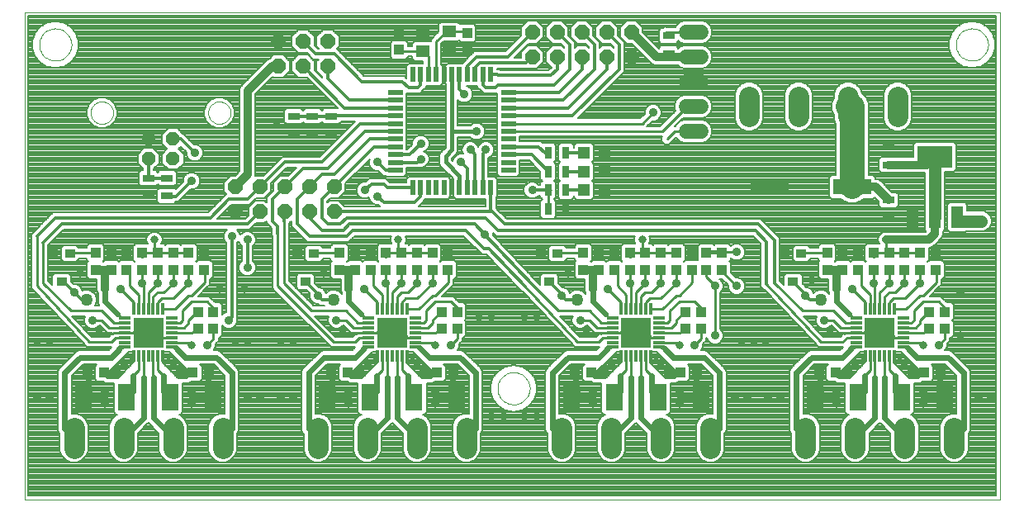
<source format=gtl>
G75*
G70*
%OFA0B0*%
%FSLAX24Y24*%
%IPPOS*%
%LPD*%
%AMOC8*
5,1,8,0,0,1.08239X$1,22.5*
%
%ADD10C,0.0000*%
%ADD11R,0.0453X0.0118*%
%ADD12R,0.0118X0.0453*%
%ADD13R,0.1240X0.1240*%
%ADD14R,0.0394X0.0354*%
%ADD15R,0.0433X0.0354*%
%ADD16R,0.0394X0.0433*%
%ADD17R,0.0433X0.0394*%
%ADD18C,0.0500*%
%ADD19C,0.0825*%
%ADD20R,0.0709X0.1063*%
%ADD21R,0.0315X0.0472*%
%ADD22R,0.0472X0.0472*%
%ADD23OC8,0.0561*%
%ADD24R,0.0472X0.0315*%
%ADD25R,0.0480X0.0880*%
%ADD26R,0.1417X0.0866*%
%ADD27R,0.1535X0.0630*%
%ADD28C,0.0600*%
%ADD29R,0.0197X0.0591*%
%ADD30R,0.0591X0.0197*%
%ADD31R,0.0551X0.0472*%
%ADD32OC8,0.0600*%
%ADD33C,0.0100*%
%ADD34C,0.0240*%
%ADD35C,0.0320*%
%ADD36C,0.0320*%
%ADD37C,0.0160*%
%ADD38C,0.0356*%
%ADD39C,0.0120*%
%ADD40C,0.0500*%
%ADD41C,0.0080*%
%ADD42C,0.1000*%
%ADD43C,0.0270*%
D10*
X002640Y008640D02*
X002640Y028325D01*
X042010Y028325D01*
X042010Y008640D01*
X002640Y008640D01*
X021740Y013140D02*
X021742Y013190D01*
X021748Y013240D01*
X021758Y013290D01*
X021771Y013338D01*
X021788Y013386D01*
X021809Y013432D01*
X021833Y013476D01*
X021861Y013518D01*
X021892Y013558D01*
X021926Y013595D01*
X021963Y013630D01*
X022002Y013661D01*
X022043Y013690D01*
X022087Y013715D01*
X022133Y013737D01*
X022180Y013755D01*
X022228Y013769D01*
X022277Y013780D01*
X022327Y013787D01*
X022377Y013790D01*
X022428Y013789D01*
X022478Y013784D01*
X022528Y013775D01*
X022576Y013763D01*
X022624Y013746D01*
X022670Y013726D01*
X022715Y013703D01*
X022758Y013676D01*
X022798Y013646D01*
X022836Y013613D01*
X022871Y013577D01*
X022904Y013538D01*
X022933Y013497D01*
X022959Y013454D01*
X022982Y013409D01*
X023001Y013362D01*
X023016Y013314D01*
X023028Y013265D01*
X023036Y013215D01*
X023040Y013165D01*
X023040Y013115D01*
X023036Y013065D01*
X023028Y013015D01*
X023016Y012966D01*
X023001Y012918D01*
X022982Y012871D01*
X022959Y012826D01*
X022933Y012783D01*
X022904Y012742D01*
X022871Y012703D01*
X022836Y012667D01*
X022798Y012634D01*
X022758Y012604D01*
X022715Y012577D01*
X022670Y012554D01*
X022624Y012534D01*
X022576Y012517D01*
X022528Y012505D01*
X022478Y012496D01*
X022428Y012491D01*
X022377Y012490D01*
X022327Y012493D01*
X022277Y012500D01*
X022228Y012511D01*
X022180Y012525D01*
X022133Y012543D01*
X022087Y012565D01*
X022043Y012590D01*
X022002Y012619D01*
X021963Y012650D01*
X021926Y012685D01*
X021892Y012722D01*
X021861Y012762D01*
X021833Y012804D01*
X021809Y012848D01*
X021788Y012894D01*
X021771Y012942D01*
X021758Y012990D01*
X021748Y013040D01*
X021742Y013090D01*
X021740Y013140D01*
X010057Y024265D02*
X010059Y024307D01*
X010065Y024349D01*
X010075Y024391D01*
X010088Y024431D01*
X010106Y024470D01*
X010127Y024507D01*
X010151Y024541D01*
X010179Y024574D01*
X010209Y024604D01*
X010242Y024630D01*
X010277Y024654D01*
X010315Y024674D01*
X010354Y024690D01*
X010394Y024703D01*
X010436Y024712D01*
X010478Y024717D01*
X010521Y024718D01*
X010563Y024715D01*
X010605Y024708D01*
X010646Y024697D01*
X010686Y024682D01*
X010724Y024664D01*
X010761Y024642D01*
X010795Y024617D01*
X010827Y024589D01*
X010855Y024558D01*
X010881Y024524D01*
X010904Y024488D01*
X010923Y024451D01*
X010939Y024411D01*
X010951Y024370D01*
X010959Y024329D01*
X010963Y024286D01*
X010963Y024244D01*
X010959Y024201D01*
X010951Y024160D01*
X010939Y024119D01*
X010923Y024079D01*
X010904Y024042D01*
X010881Y024006D01*
X010855Y023972D01*
X010827Y023941D01*
X010795Y023913D01*
X010761Y023888D01*
X010724Y023866D01*
X010686Y023848D01*
X010646Y023833D01*
X010605Y023822D01*
X010563Y023815D01*
X010521Y023812D01*
X010478Y023813D01*
X010436Y023818D01*
X010394Y023827D01*
X010354Y023840D01*
X010315Y023856D01*
X010277Y023876D01*
X010242Y023900D01*
X010209Y023926D01*
X010179Y023956D01*
X010151Y023989D01*
X010127Y024023D01*
X010106Y024060D01*
X010088Y024099D01*
X010075Y024139D01*
X010065Y024181D01*
X010059Y024223D01*
X010057Y024265D01*
X005317Y024265D02*
X005319Y024307D01*
X005325Y024349D01*
X005335Y024391D01*
X005348Y024431D01*
X005366Y024470D01*
X005387Y024507D01*
X005411Y024541D01*
X005439Y024574D01*
X005469Y024604D01*
X005502Y024630D01*
X005537Y024654D01*
X005575Y024674D01*
X005614Y024690D01*
X005654Y024703D01*
X005696Y024712D01*
X005738Y024717D01*
X005781Y024718D01*
X005823Y024715D01*
X005865Y024708D01*
X005906Y024697D01*
X005946Y024682D01*
X005984Y024664D01*
X006021Y024642D01*
X006055Y024617D01*
X006087Y024589D01*
X006115Y024558D01*
X006141Y024524D01*
X006164Y024488D01*
X006183Y024451D01*
X006199Y024411D01*
X006211Y024370D01*
X006219Y024329D01*
X006223Y024286D01*
X006223Y024244D01*
X006219Y024201D01*
X006211Y024160D01*
X006199Y024119D01*
X006183Y024079D01*
X006164Y024042D01*
X006141Y024006D01*
X006115Y023972D01*
X006087Y023941D01*
X006055Y023913D01*
X006021Y023888D01*
X005984Y023866D01*
X005946Y023848D01*
X005906Y023833D01*
X005865Y023822D01*
X005823Y023815D01*
X005781Y023812D01*
X005738Y023813D01*
X005696Y023818D01*
X005654Y023827D01*
X005614Y023840D01*
X005575Y023856D01*
X005537Y023876D01*
X005502Y023900D01*
X005469Y023926D01*
X005439Y023956D01*
X005411Y023989D01*
X005387Y024023D01*
X005366Y024060D01*
X005348Y024099D01*
X005335Y024139D01*
X005325Y024181D01*
X005319Y024223D01*
X005317Y024265D01*
X003240Y027015D02*
X003242Y027065D01*
X003248Y027115D01*
X003258Y027165D01*
X003271Y027213D01*
X003288Y027261D01*
X003309Y027307D01*
X003333Y027351D01*
X003361Y027393D01*
X003392Y027433D01*
X003426Y027470D01*
X003463Y027505D01*
X003502Y027536D01*
X003543Y027565D01*
X003587Y027590D01*
X003633Y027612D01*
X003680Y027630D01*
X003728Y027644D01*
X003777Y027655D01*
X003827Y027662D01*
X003877Y027665D01*
X003928Y027664D01*
X003978Y027659D01*
X004028Y027650D01*
X004076Y027638D01*
X004124Y027621D01*
X004170Y027601D01*
X004215Y027578D01*
X004258Y027551D01*
X004298Y027521D01*
X004336Y027488D01*
X004371Y027452D01*
X004404Y027413D01*
X004433Y027372D01*
X004459Y027329D01*
X004482Y027284D01*
X004501Y027237D01*
X004516Y027189D01*
X004528Y027140D01*
X004536Y027090D01*
X004540Y027040D01*
X004540Y026990D01*
X004536Y026940D01*
X004528Y026890D01*
X004516Y026841D01*
X004501Y026793D01*
X004482Y026746D01*
X004459Y026701D01*
X004433Y026658D01*
X004404Y026617D01*
X004371Y026578D01*
X004336Y026542D01*
X004298Y026509D01*
X004258Y026479D01*
X004215Y026452D01*
X004170Y026429D01*
X004124Y026409D01*
X004076Y026392D01*
X004028Y026380D01*
X003978Y026371D01*
X003928Y026366D01*
X003877Y026365D01*
X003827Y026368D01*
X003777Y026375D01*
X003728Y026386D01*
X003680Y026400D01*
X003633Y026418D01*
X003587Y026440D01*
X003543Y026465D01*
X003502Y026494D01*
X003463Y026525D01*
X003426Y026560D01*
X003392Y026597D01*
X003361Y026637D01*
X003333Y026679D01*
X003309Y026723D01*
X003288Y026769D01*
X003271Y026817D01*
X003258Y026865D01*
X003248Y026915D01*
X003242Y026965D01*
X003240Y027015D01*
X040240Y027015D02*
X040242Y027065D01*
X040248Y027115D01*
X040258Y027165D01*
X040271Y027213D01*
X040288Y027261D01*
X040309Y027307D01*
X040333Y027351D01*
X040361Y027393D01*
X040392Y027433D01*
X040426Y027470D01*
X040463Y027505D01*
X040502Y027536D01*
X040543Y027565D01*
X040587Y027590D01*
X040633Y027612D01*
X040680Y027630D01*
X040728Y027644D01*
X040777Y027655D01*
X040827Y027662D01*
X040877Y027665D01*
X040928Y027664D01*
X040978Y027659D01*
X041028Y027650D01*
X041076Y027638D01*
X041124Y027621D01*
X041170Y027601D01*
X041215Y027578D01*
X041258Y027551D01*
X041298Y027521D01*
X041336Y027488D01*
X041371Y027452D01*
X041404Y027413D01*
X041433Y027372D01*
X041459Y027329D01*
X041482Y027284D01*
X041501Y027237D01*
X041516Y027189D01*
X041528Y027140D01*
X041536Y027090D01*
X041540Y027040D01*
X041540Y026990D01*
X041536Y026940D01*
X041528Y026890D01*
X041516Y026841D01*
X041501Y026793D01*
X041482Y026746D01*
X041459Y026701D01*
X041433Y026658D01*
X041404Y026617D01*
X041371Y026578D01*
X041336Y026542D01*
X041298Y026509D01*
X041258Y026479D01*
X041215Y026452D01*
X041170Y026429D01*
X041124Y026409D01*
X041076Y026392D01*
X041028Y026380D01*
X040978Y026371D01*
X040928Y026366D01*
X040877Y026365D01*
X040827Y026368D01*
X040777Y026375D01*
X040728Y026386D01*
X040680Y026400D01*
X040633Y026418D01*
X040587Y026440D01*
X040543Y026465D01*
X040502Y026494D01*
X040463Y026525D01*
X040426Y026560D01*
X040392Y026597D01*
X040361Y026637D01*
X040333Y026679D01*
X040309Y026723D01*
X040288Y026769D01*
X040271Y026817D01*
X040258Y026865D01*
X040248Y026915D01*
X040242Y026965D01*
X040240Y027015D01*
D11*
X038112Y015981D03*
X038112Y015784D03*
X038112Y015587D03*
X038112Y015390D03*
X038112Y015193D03*
X038112Y014996D03*
X038112Y014799D03*
X036223Y014799D03*
X036223Y014996D03*
X036223Y015193D03*
X036223Y015390D03*
X036223Y015587D03*
X036223Y015784D03*
X036223Y015981D03*
X028270Y015981D03*
X028270Y015784D03*
X028270Y015587D03*
X028270Y015390D03*
X028270Y015193D03*
X028270Y014996D03*
X028270Y014799D03*
X026380Y014799D03*
X026380Y014996D03*
X026380Y015193D03*
X026380Y015390D03*
X026380Y015587D03*
X026380Y015784D03*
X026380Y015981D03*
X018427Y015981D03*
X018427Y015784D03*
X018427Y015587D03*
X018427Y015390D03*
X018427Y015193D03*
X018427Y014996D03*
X018427Y014799D03*
X016538Y014799D03*
X016538Y014996D03*
X016538Y015193D03*
X016538Y015390D03*
X016538Y015587D03*
X016538Y015784D03*
X016538Y015981D03*
X008585Y015981D03*
X008585Y015784D03*
X008585Y015587D03*
X008585Y015390D03*
X008585Y015193D03*
X008585Y014996D03*
X008585Y014799D03*
X006695Y014799D03*
X006695Y014996D03*
X006695Y015193D03*
X006695Y015390D03*
X006695Y015587D03*
X006695Y015784D03*
X006695Y015981D03*
D12*
X007049Y016335D03*
X007246Y016335D03*
X007443Y016335D03*
X007640Y016335D03*
X007837Y016335D03*
X008034Y016335D03*
X008231Y016335D03*
X008231Y014445D03*
X008034Y014445D03*
X007837Y014445D03*
X007640Y014445D03*
X007443Y014445D03*
X007246Y014445D03*
X007049Y014445D03*
X016892Y014445D03*
X017089Y014445D03*
X017286Y014445D03*
X017483Y014445D03*
X017679Y014445D03*
X017876Y014445D03*
X018073Y014445D03*
X018073Y016335D03*
X017876Y016335D03*
X017679Y016335D03*
X017483Y016335D03*
X017286Y016335D03*
X017089Y016335D03*
X016892Y016335D03*
X026734Y016335D03*
X026931Y016335D03*
X027128Y016335D03*
X027325Y016335D03*
X027522Y016335D03*
X027719Y016335D03*
X027916Y016335D03*
X027916Y014445D03*
X027719Y014445D03*
X027522Y014445D03*
X027325Y014445D03*
X027128Y014445D03*
X026931Y014445D03*
X026734Y014445D03*
X036577Y014445D03*
X036774Y014445D03*
X036971Y014445D03*
X037168Y014445D03*
X037364Y014445D03*
X037561Y014445D03*
X037758Y014445D03*
X037758Y016335D03*
X037561Y016335D03*
X037364Y016335D03*
X037168Y016335D03*
X036971Y016335D03*
X036774Y016335D03*
X036577Y016335D03*
D13*
X037168Y015390D03*
X027325Y015390D03*
X017483Y015390D03*
X007640Y015390D03*
D14*
X004475Y018586D03*
X003805Y018586D03*
X013648Y018586D03*
X014317Y018586D03*
X023490Y018586D03*
X024160Y018586D03*
X033333Y018586D03*
X034002Y018586D03*
D15*
X033668Y017444D03*
X023825Y017444D03*
X013983Y017444D03*
X004140Y017444D03*
D16*
X005515Y017930D03*
X006140Y017930D03*
X006765Y017930D03*
X007390Y017930D03*
X008015Y017930D03*
X008640Y017930D03*
X009265Y017930D03*
X009890Y017930D03*
X009890Y018600D03*
X009265Y018600D03*
X008640Y018600D03*
X008015Y018600D03*
X007390Y018600D03*
X006765Y018600D03*
X006140Y018600D03*
X005515Y018600D03*
X009640Y016225D03*
X010265Y016225D03*
X010265Y015555D03*
X009640Y015555D03*
X015358Y017930D03*
X015983Y017930D03*
X016608Y017930D03*
X017233Y017930D03*
X017858Y017930D03*
X018483Y017930D03*
X019108Y017930D03*
X019733Y017930D03*
X019733Y018600D03*
X019108Y018600D03*
X018483Y018600D03*
X017858Y018600D03*
X017233Y018600D03*
X016608Y018600D03*
X015983Y018600D03*
X015358Y018600D03*
X019483Y016225D03*
X020108Y016225D03*
X020108Y015555D03*
X019483Y015555D03*
X025200Y017930D03*
X025825Y017930D03*
X026450Y017930D03*
X027075Y017930D03*
X027700Y017930D03*
X028325Y017930D03*
X028950Y017930D03*
X029575Y017930D03*
X030170Y017930D03*
X030795Y017930D03*
X030795Y018600D03*
X030170Y018600D03*
X029575Y018600D03*
X028950Y018600D03*
X028325Y018600D03*
X027700Y018600D03*
X027075Y018600D03*
X026450Y018600D03*
X025825Y018600D03*
X025200Y018600D03*
X029325Y016225D03*
X029950Y016225D03*
X029950Y015555D03*
X029325Y015555D03*
X035043Y017930D03*
X035668Y017930D03*
X036293Y017930D03*
X036918Y017930D03*
X037543Y017930D03*
X038168Y017930D03*
X038793Y017930D03*
X039418Y017930D03*
X039418Y018600D03*
X038793Y018600D03*
X038168Y018600D03*
X037543Y018600D03*
X036918Y018600D03*
X036293Y018600D03*
X035668Y018600D03*
X035043Y018600D03*
X039168Y016225D03*
X039793Y016225D03*
X039793Y015555D03*
X039168Y015555D03*
X020515Y026805D03*
X020515Y027475D03*
X017765Y027475D03*
X017765Y026805D03*
D17*
X019273Y013765D03*
X019942Y013765D03*
X015692Y013765D03*
X015023Y013765D03*
X010100Y013765D03*
X009430Y013765D03*
X005850Y013765D03*
X005180Y013765D03*
X024865Y013765D03*
X025535Y013765D03*
X029115Y013765D03*
X029785Y013765D03*
X034708Y013765D03*
X035377Y013765D03*
X038958Y013765D03*
X039627Y013765D03*
D18*
X034793Y016715D03*
X024950Y016715D03*
X015108Y016715D03*
X005140Y016715D03*
D19*
X004640Y011553D02*
X004640Y010728D01*
X006640Y010728D02*
X006640Y011553D01*
X008640Y011553D02*
X008640Y010728D01*
X010640Y010728D02*
X010640Y011553D01*
X014483Y011553D02*
X014483Y010728D01*
X016483Y010728D02*
X016483Y011553D01*
X018483Y011553D02*
X018483Y010728D01*
X020483Y010728D02*
X020483Y011553D01*
X024325Y011553D02*
X024325Y010728D01*
X026325Y010728D02*
X026325Y011553D01*
X028325Y011553D02*
X028325Y010728D01*
X030325Y010728D02*
X030325Y011553D01*
X034168Y011553D02*
X034168Y010728D01*
X036168Y010728D02*
X036168Y011553D01*
X038168Y011553D02*
X038168Y010728D01*
X040168Y010728D02*
X040168Y011553D01*
X037890Y024103D02*
X037890Y024928D01*
X035890Y024928D02*
X035890Y024103D01*
X033890Y024103D02*
X033890Y024928D01*
X031890Y024928D02*
X031890Y024103D01*
D20*
X029941Y012765D03*
X028209Y012765D03*
X026441Y012765D03*
X024709Y012765D03*
X020099Y012765D03*
X018366Y012765D03*
X016599Y012765D03*
X014866Y012765D03*
X010256Y012765D03*
X008524Y012765D03*
X006756Y012765D03*
X005024Y012765D03*
X034551Y012765D03*
X036284Y012765D03*
X038051Y012765D03*
X039784Y012765D03*
D21*
X024494Y020390D03*
X023786Y020390D03*
X023786Y021140D03*
X024494Y021140D03*
X024494Y021890D03*
X023786Y021890D03*
X023786Y022640D03*
X024494Y022640D03*
D22*
X025227Y022640D03*
X025227Y021890D03*
X026053Y021890D03*
X026053Y022640D03*
X026053Y021140D03*
X025227Y021140D03*
D23*
X008632Y022411D03*
X007648Y022411D03*
X007648Y023198D03*
X008632Y023198D03*
D24*
X008390Y021619D03*
X007640Y021619D03*
X007640Y020911D03*
X008390Y020911D03*
X013515Y023411D03*
X014265Y023411D03*
X015015Y023411D03*
X015015Y024119D03*
X014265Y024119D03*
X013515Y024119D03*
X028640Y026661D03*
X028640Y027369D03*
X037515Y022869D03*
X037515Y022161D03*
X037515Y020744D03*
X037515Y020036D03*
D25*
X038480Y020045D03*
X039390Y020045D03*
X040300Y020045D03*
D26*
X039390Y022485D03*
D27*
X036063Y021265D03*
X032717Y021265D03*
D28*
X029940Y023515D02*
X029340Y023515D01*
X029340Y024515D02*
X029940Y024515D01*
X029940Y025515D02*
X029340Y025515D01*
X029340Y026515D02*
X029940Y026515D01*
X029940Y027515D02*
X029340Y027515D01*
D29*
X021465Y025798D03*
X021150Y025798D03*
X020835Y025798D03*
X020520Y025798D03*
X020205Y025798D03*
X019890Y025798D03*
X019575Y025798D03*
X019260Y025798D03*
X018945Y025798D03*
X018630Y025798D03*
X018315Y025798D03*
X018315Y021232D03*
X018630Y021232D03*
X018945Y021232D03*
X019260Y021232D03*
X019575Y021232D03*
X019890Y021232D03*
X020205Y021232D03*
X020520Y021232D03*
X020835Y021232D03*
X021150Y021232D03*
X021465Y021232D03*
D30*
X022173Y021940D03*
X022173Y022255D03*
X022173Y022570D03*
X022173Y022885D03*
X022173Y023200D03*
X022173Y023515D03*
X022173Y023830D03*
X022173Y024145D03*
X022173Y024460D03*
X022173Y024775D03*
X022173Y025090D03*
X017607Y025090D03*
X017607Y024775D03*
X017607Y024460D03*
X017607Y024145D03*
X017607Y023830D03*
X017607Y023515D03*
X017607Y023200D03*
X017607Y022885D03*
X017607Y022570D03*
X017607Y022255D03*
X017607Y021940D03*
D31*
X018734Y026746D03*
X018734Y027534D03*
X019796Y027534D03*
X019796Y026746D03*
D32*
X023140Y026515D03*
X024140Y026515D03*
X025140Y026515D03*
X026140Y026515D03*
X027140Y026515D03*
X027140Y027515D03*
X026140Y027515D03*
X025140Y027515D03*
X024140Y027515D03*
X023140Y027515D03*
X014890Y027140D03*
X013890Y027140D03*
X012890Y027140D03*
X012890Y026140D03*
X013890Y026140D03*
X014890Y026140D03*
X015140Y021265D03*
X014140Y021265D03*
X013140Y021265D03*
X012140Y021265D03*
X011140Y021265D03*
X011140Y020265D03*
X012140Y020265D03*
X013140Y020265D03*
X014140Y020265D03*
X015140Y020265D03*
D33*
X013108Y019890D02*
X013108Y017390D01*
X014233Y016265D01*
X015608Y016265D01*
X016089Y015784D01*
X016538Y015784D01*
X016538Y015981D02*
X016392Y015981D01*
X016233Y016140D01*
X016538Y015587D02*
X015911Y015587D01*
X015608Y015890D01*
X015233Y015890D01*
X015108Y016715D02*
X015033Y016840D01*
X013983Y017390D02*
X013983Y017444D01*
X012858Y017265D02*
X012858Y019390D01*
X014317Y018586D02*
X014456Y018600D01*
X015358Y018600D01*
X015358Y017930D02*
X015942Y017930D01*
X015983Y017890D01*
X015733Y017890D02*
X015733Y017930D01*
X016608Y017890D02*
X016608Y017930D01*
X016608Y018015D01*
X016733Y017890D01*
X016733Y017265D01*
X017089Y016909D01*
X017089Y016335D01*
X017286Y016335D02*
X017286Y017337D01*
X017233Y017390D01*
X017233Y017930D01*
X017858Y017930D02*
X017858Y017390D01*
X017483Y017015D01*
X017483Y016335D01*
X017679Y016335D02*
X017679Y016837D01*
X017858Y017015D01*
X018108Y017015D01*
X018483Y017390D01*
X018483Y017930D01*
X019108Y017930D02*
X019108Y017390D01*
X018488Y016770D01*
X018033Y016770D01*
X017876Y016614D01*
X017876Y016335D01*
X018073Y016335D02*
X018552Y016335D01*
X019108Y016890D01*
X019233Y016890D01*
X019758Y017415D01*
X019758Y017984D01*
X019733Y017930D01*
X019108Y018600D02*
X018483Y018600D01*
X017858Y018600D01*
X017233Y018600D01*
X017692Y018600D01*
X017733Y018640D01*
X017733Y019140D01*
X016358Y017140D02*
X016892Y016606D01*
X016892Y016335D01*
X017108Y015765D02*
X017108Y015390D01*
X017483Y015390D01*
X017679Y015193D01*
X018427Y015193D01*
X018427Y014996D02*
X019126Y014996D01*
X019233Y014890D01*
X018633Y014735D02*
X018543Y014794D01*
X018427Y014799D01*
X018427Y014445D02*
X018073Y014445D01*
X018177Y014445D01*
X018483Y014140D01*
X018427Y014445D02*
X018983Y013890D01*
X018108Y013640D02*
X017876Y013871D01*
X017876Y014445D01*
X017679Y014445D02*
X017679Y013593D01*
X017683Y013590D01*
X017286Y013593D02*
X017283Y013590D01*
X017286Y013593D02*
X017286Y014445D01*
X017089Y014445D02*
X017089Y013871D01*
X016858Y013640D01*
X016587Y014140D02*
X016483Y014140D01*
X016587Y014140D02*
X016892Y014445D01*
X016538Y014445D01*
X016233Y014140D01*
X016233Y013765D01*
X015983Y013890D02*
X016233Y014140D01*
X016308Y014735D02*
X016397Y014794D01*
X016538Y014799D01*
X016538Y015193D02*
X016161Y015193D01*
X015983Y015015D01*
X015108Y015015D01*
X012858Y017265D01*
X010265Y016390D02*
X010265Y016225D01*
X010265Y016390D02*
X010015Y016640D01*
X009390Y016640D01*
X009015Y016265D01*
X009015Y015890D01*
X008909Y015784D01*
X008585Y015784D01*
X008585Y015587D02*
X009087Y015587D01*
X009265Y015765D01*
X009265Y015890D01*
X009515Y016140D01*
X009640Y016140D01*
X009634Y016146D01*
X009546Y016146D01*
X009640Y016225D01*
X009640Y015555D02*
X009396Y015390D01*
X008585Y015390D01*
X008585Y015193D02*
X007837Y015193D01*
X007640Y015390D01*
X007265Y015390D01*
X007265Y015765D01*
X007240Y015390D02*
X007265Y015390D01*
X007240Y015390D02*
X006240Y015390D01*
X006190Y015340D01*
X006318Y015193D02*
X006140Y015015D01*
X005265Y015015D01*
X003140Y017265D01*
X003140Y019265D01*
X003390Y019015D02*
X003390Y017390D01*
X004515Y016265D01*
X005765Y016265D01*
X006246Y015784D01*
X006695Y015784D01*
X006695Y015981D02*
X006549Y015981D01*
X006390Y016140D01*
X006695Y015587D02*
X006068Y015587D01*
X005765Y015890D01*
X005390Y015890D01*
X005140Y016715D02*
X004940Y016715D01*
X004640Y017015D01*
X004140Y017390D02*
X004140Y017444D01*
X004475Y018586D02*
X004613Y018600D01*
X005515Y018600D01*
X005515Y017930D02*
X006100Y017930D01*
X006140Y017890D01*
X005890Y017890D02*
X005890Y017930D01*
X006765Y017890D02*
X006765Y017930D01*
X006765Y018015D01*
X006890Y017890D01*
X006890Y017265D01*
X007246Y016909D01*
X007246Y016335D01*
X007049Y016335D02*
X007049Y016606D01*
X006515Y017140D01*
X007390Y017390D02*
X007390Y017930D01*
X008015Y017930D02*
X008015Y017390D01*
X007640Y017015D01*
X007640Y016335D01*
X007443Y016335D02*
X007443Y017337D01*
X007390Y017390D01*
X007837Y016837D02*
X008015Y017015D01*
X008265Y017015D01*
X008640Y017390D01*
X008640Y017930D01*
X009265Y017930D02*
X009265Y017390D01*
X008645Y016770D01*
X008190Y016770D01*
X008034Y016614D01*
X008034Y016335D01*
X008231Y016335D02*
X008710Y016335D01*
X009265Y016890D01*
X009390Y016890D01*
X009915Y017415D01*
X009915Y017984D01*
X009890Y017930D01*
X009265Y018600D02*
X008640Y018600D01*
X008015Y018600D01*
X007390Y018600D01*
X007850Y018600D01*
X007890Y018640D01*
X007890Y019140D01*
X007837Y016837D02*
X007837Y016335D01*
X007240Y015390D02*
X006695Y015390D01*
X006695Y015193D02*
X006318Y015193D01*
X006554Y014794D02*
X006465Y014735D01*
X006554Y014794D02*
X006695Y014799D01*
X006695Y014445D02*
X006390Y014140D01*
X006390Y013765D01*
X006140Y013890D02*
X006390Y014140D01*
X006640Y014140D02*
X006744Y014140D01*
X007049Y014445D01*
X006695Y014445D01*
X007246Y014445D02*
X007246Y013871D01*
X007015Y013640D01*
X007440Y013590D02*
X007443Y013593D01*
X007443Y014445D01*
X007837Y014445D02*
X007837Y013593D01*
X007840Y013590D01*
X008034Y013871D02*
X008265Y013640D01*
X008034Y013871D02*
X008034Y014445D01*
X008231Y014445D02*
X008335Y014445D01*
X008640Y014140D01*
X008585Y014445D02*
X008231Y014445D01*
X008585Y014445D02*
X009140Y013890D01*
X008790Y014735D02*
X008701Y014794D01*
X008585Y014799D01*
X008585Y014996D02*
X009284Y014996D01*
X009390Y014890D01*
X010015Y014890D02*
X010265Y015140D01*
X010265Y015555D01*
X011015Y015140D02*
X011140Y015015D01*
X008640Y012890D02*
X008524Y012765D01*
X007015Y013149D02*
X006756Y012765D01*
X016033Y015340D02*
X016083Y015390D01*
X017083Y015390D01*
X016538Y015390D01*
X017083Y015390D02*
X017108Y015390D01*
X018427Y015390D02*
X019238Y015390D01*
X019483Y015555D01*
X019108Y015765D02*
X019108Y015890D01*
X019358Y016140D01*
X019483Y016140D01*
X019477Y016146D01*
X019388Y016146D01*
X019483Y016225D01*
X019233Y016640D02*
X019858Y016640D01*
X020108Y016390D01*
X020108Y016225D01*
X020108Y015555D02*
X020108Y015140D01*
X019858Y014890D01*
X019108Y015765D02*
X018929Y015587D01*
X018427Y015587D01*
X018427Y015784D02*
X018751Y015784D01*
X018858Y015890D01*
X018858Y016265D01*
X019233Y016640D01*
X020858Y016140D02*
X020983Y016015D01*
X022825Y017265D02*
X024950Y015015D01*
X025825Y015015D01*
X026003Y015193D01*
X026380Y015193D01*
X026380Y015390D02*
X026925Y015390D01*
X025925Y015390D01*
X025875Y015340D01*
X025753Y015587D02*
X025450Y015890D01*
X025075Y015890D01*
X025450Y016265D02*
X024200Y016265D01*
X023108Y017358D01*
X023075Y017390D01*
X023825Y017390D02*
X023825Y017444D01*
X024160Y018586D02*
X024298Y018600D01*
X025200Y018600D01*
X025200Y017930D02*
X025785Y017930D01*
X025825Y017890D01*
X025575Y017890D02*
X025575Y017930D01*
X026450Y017890D02*
X026450Y017930D01*
X026450Y018015D01*
X026575Y017890D01*
X026575Y017265D01*
X026931Y016909D01*
X026931Y016335D01*
X026734Y016335D02*
X026734Y016606D01*
X026200Y017140D01*
X027075Y017390D02*
X027075Y017930D01*
X027075Y017390D02*
X027128Y017337D01*
X027128Y016335D01*
X027325Y016335D02*
X027325Y017015D01*
X027700Y017390D01*
X027700Y017930D01*
X028325Y017930D02*
X028325Y017390D01*
X027950Y017015D01*
X027700Y017015D01*
X027522Y016837D01*
X027522Y016335D01*
X027719Y016335D02*
X027719Y016614D01*
X027875Y016770D01*
X028330Y016770D01*
X028950Y017390D01*
X028950Y017930D01*
X029575Y017930D02*
X029600Y017984D01*
X029600Y017415D01*
X029075Y016890D01*
X028950Y016890D01*
X028395Y016335D01*
X027916Y016335D01*
X028270Y015784D02*
X028594Y015784D01*
X028700Y015890D01*
X028700Y016265D01*
X029075Y016640D01*
X029700Y016640D01*
X029950Y016390D01*
X029950Y016225D01*
X029325Y016225D02*
X029231Y016146D01*
X029319Y016146D01*
X029325Y016140D01*
X029200Y016140D01*
X028950Y015890D01*
X028950Y015765D01*
X028772Y015587D01*
X028270Y015587D01*
X028270Y015390D02*
X029081Y015390D01*
X029325Y015555D01*
X029950Y015555D02*
X029950Y015140D01*
X029700Y014890D01*
X029075Y014890D02*
X028969Y014996D01*
X028270Y014996D01*
X028270Y014799D02*
X028386Y014794D01*
X028475Y014735D01*
X028270Y014445D02*
X027916Y014445D01*
X028020Y014445D01*
X028325Y014140D01*
X028270Y014445D02*
X028825Y013890D01*
X027950Y013640D02*
X027719Y013871D01*
X027719Y014445D01*
X027522Y014445D02*
X027522Y013593D01*
X027525Y013590D01*
X027128Y013593D02*
X027125Y013590D01*
X027128Y013593D02*
X027128Y014445D01*
X026931Y014445D02*
X026931Y013871D01*
X026700Y013640D01*
X026429Y014140D02*
X026734Y014445D01*
X026380Y014445D01*
X026075Y014140D01*
X026075Y013765D01*
X025825Y013890D02*
X026075Y014140D01*
X026325Y014140D02*
X026429Y014140D01*
X026150Y014735D02*
X026239Y014794D01*
X026380Y014799D01*
X026925Y015390D02*
X026950Y015390D01*
X026950Y015765D01*
X026950Y015390D02*
X027325Y015390D01*
X027522Y015193D01*
X028270Y015193D01*
X026380Y015587D02*
X025753Y015587D01*
X025931Y015784D02*
X025450Y016265D01*
X026075Y016140D02*
X026234Y015981D01*
X026380Y015981D01*
X026380Y015784D02*
X025931Y015784D01*
X024950Y016715D02*
X024875Y016840D01*
X027075Y018600D02*
X027535Y018600D01*
X027575Y018640D01*
X027575Y019140D01*
X027700Y018600D02*
X027075Y018600D01*
X027700Y018600D02*
X028325Y018600D01*
X028950Y018600D01*
X030140Y018640D02*
X031390Y018640D01*
X030795Y017930D02*
X030795Y017860D01*
X031390Y017265D01*
X030515Y017265D02*
X030140Y017640D01*
X030140Y017900D01*
X030170Y017930D01*
X030515Y017265D02*
X030515Y015265D01*
X031450Y015140D02*
X031575Y015015D01*
X032918Y017390D02*
X034043Y016265D01*
X035293Y016265D01*
X035774Y015784D01*
X036223Y015784D01*
X036223Y015981D02*
X036077Y015981D01*
X035918Y016140D01*
X036223Y015587D02*
X035596Y015587D01*
X035293Y015890D01*
X034918Y015890D01*
X034793Y016715D02*
X034718Y016840D01*
X033668Y017390D02*
X033668Y017444D01*
X032668Y017265D02*
X032592Y017338D01*
X034793Y015015D01*
X035668Y015015D01*
X035846Y015193D01*
X036223Y015193D01*
X036223Y015390D02*
X036768Y015390D01*
X035768Y015390D01*
X035718Y015340D01*
X036082Y014794D02*
X035993Y014735D01*
X036082Y014794D02*
X036223Y014799D01*
X036223Y014445D02*
X035918Y014140D01*
X035918Y013765D01*
X035668Y013890D02*
X035918Y014140D01*
X036168Y014140D02*
X036272Y014140D01*
X036577Y014445D01*
X036223Y014445D01*
X036774Y014445D02*
X036774Y013871D01*
X036543Y013640D01*
X036968Y013590D02*
X036971Y013593D01*
X036971Y014445D01*
X037364Y014445D02*
X037364Y013593D01*
X037368Y013590D01*
X037561Y013871D02*
X037793Y013640D01*
X037561Y013871D02*
X037561Y014445D01*
X037758Y014445D02*
X037862Y014445D01*
X038168Y014140D01*
X038112Y014445D02*
X038668Y013890D01*
X038112Y014445D02*
X037758Y014445D01*
X038112Y014799D02*
X038228Y014794D01*
X038318Y014735D01*
X038112Y014996D02*
X038811Y014996D01*
X038918Y014890D01*
X039543Y014890D02*
X039793Y015140D01*
X039793Y015555D01*
X039168Y015555D02*
X038923Y015390D01*
X038112Y015390D01*
X038112Y015193D02*
X037364Y015193D01*
X037168Y015390D01*
X036793Y015390D01*
X036793Y015765D01*
X036768Y015390D02*
X036793Y015390D01*
X036774Y016335D02*
X036774Y016909D01*
X036418Y017265D01*
X036418Y017890D01*
X036293Y018015D01*
X036293Y017930D01*
X036293Y017890D01*
X035668Y017890D02*
X035627Y017930D01*
X035043Y017930D01*
X035418Y017930D02*
X035418Y017890D01*
X035043Y018600D02*
X034141Y018600D01*
X034002Y018586D01*
X036043Y017140D02*
X036577Y016606D01*
X036577Y016335D01*
X036971Y016335D02*
X036971Y017337D01*
X036918Y017390D01*
X036918Y017930D01*
X037543Y017930D02*
X037543Y017390D01*
X037168Y017015D01*
X037168Y016335D01*
X037364Y016335D02*
X037364Y016837D01*
X037543Y017015D01*
X037793Y017015D01*
X038168Y017390D01*
X038168Y017930D01*
X038793Y017930D02*
X038793Y017390D01*
X038173Y016770D01*
X037718Y016770D01*
X037561Y016614D01*
X037561Y016335D01*
X037758Y016335D02*
X038237Y016335D01*
X038793Y016890D01*
X038918Y016890D01*
X039443Y017415D01*
X039443Y017984D01*
X039418Y017930D01*
X038793Y018600D02*
X038168Y018600D01*
X037543Y018600D01*
X036918Y018600D01*
X037377Y018600D01*
X037418Y018640D01*
X037418Y019140D01*
X038918Y016640D02*
X039543Y016640D01*
X039793Y016390D01*
X039793Y016225D01*
X039168Y016225D02*
X039073Y016146D01*
X039162Y016146D01*
X039168Y016140D01*
X039043Y016140D01*
X038793Y015890D01*
X038793Y015765D01*
X038614Y015587D01*
X038112Y015587D01*
X038112Y015784D02*
X038436Y015784D01*
X038543Y015890D01*
X038543Y016265D01*
X038918Y016640D01*
X036543Y013149D02*
X036284Y012765D01*
X038051Y012765D02*
X038168Y012890D01*
X028325Y012890D02*
X028209Y012765D01*
X026700Y013149D02*
X026441Y012765D01*
X018483Y012890D02*
X018366Y012765D01*
X016858Y013149D02*
X016599Y012765D01*
X023786Y020390D02*
X023786Y020994D01*
X023640Y021140D01*
X023786Y021140D02*
X023890Y021140D01*
X022173Y023515D02*
X028390Y023515D01*
X029390Y024515D01*
X029640Y024515D01*
X029640Y023515D02*
X028890Y023515D01*
X028575Y023200D01*
X027580Y023830D02*
X028015Y024265D01*
X027580Y023830D02*
X022173Y023830D01*
X019260Y025798D02*
X019260Y027135D01*
X019640Y027515D01*
X019890Y027515D01*
X019871Y027534D01*
X019796Y027534D01*
X020456Y027534D01*
X020515Y027475D01*
X018945Y026535D02*
X018734Y026746D01*
X017824Y026746D01*
X017765Y026805D01*
X018945Y026535D02*
X018945Y025798D01*
X028536Y026515D02*
X028640Y026661D01*
X028640Y027369D02*
X028536Y027515D01*
X029640Y027515D01*
D34*
X027075Y018640D02*
X027075Y018600D01*
X027075Y018515D01*
X025575Y017140D02*
X025575Y016640D01*
X026075Y016140D01*
X026150Y014735D02*
X026150Y014715D01*
X025825Y014390D01*
X024575Y014390D01*
X023950Y013765D01*
X023950Y011515D01*
X024325Y011140D01*
X025575Y012515D02*
X025575Y012765D01*
X024825Y012765D01*
X024944Y012884D01*
X024944Y013000D01*
X024709Y012765D01*
X024944Y013000D02*
X024865Y013765D01*
X025535Y013765D02*
X026075Y013765D01*
X026700Y013640D02*
X026700Y013149D01*
X026700Y013015D01*
X026325Y012640D01*
X025575Y012765D02*
X025575Y013015D01*
X027125Y013590D02*
X027125Y011940D01*
X026325Y011140D01*
X027525Y011940D02*
X027525Y013590D01*
X027950Y013640D02*
X027950Y013024D01*
X028209Y012765D01*
X029075Y012765D02*
X029075Y012515D01*
X029075Y012765D02*
X029941Y012765D01*
X029706Y013000D01*
X029785Y013765D01*
X029115Y013765D02*
X028575Y013765D01*
X028820Y014390D02*
X030075Y014390D01*
X030700Y013765D01*
X030700Y011515D01*
X030325Y011140D01*
X028325Y011140D02*
X027525Y011940D01*
X029075Y012765D02*
X029075Y013015D01*
X028820Y014390D02*
X028475Y014735D01*
X033793Y013765D02*
X033793Y011515D01*
X034168Y011140D01*
X035418Y012515D02*
X035418Y012765D01*
X034668Y012765D01*
X034787Y012884D01*
X034787Y013000D01*
X034551Y012765D01*
X034787Y013000D02*
X034708Y013765D01*
X035377Y013765D02*
X035918Y013765D01*
X036543Y013640D02*
X036543Y013149D01*
X036543Y013015D01*
X036168Y012640D01*
X035418Y012765D02*
X035418Y013015D01*
X034418Y014390D02*
X033793Y013765D01*
X034418Y014390D02*
X035668Y014390D01*
X035993Y014715D01*
X035993Y014735D01*
X035918Y016140D02*
X035418Y016640D01*
X035418Y017140D01*
X036918Y018515D02*
X036918Y018600D01*
X036918Y018640D01*
X038318Y014735D02*
X038663Y014390D01*
X039918Y014390D01*
X040543Y013765D01*
X040543Y011515D01*
X040168Y011140D01*
X038918Y012515D02*
X038918Y012765D01*
X039784Y012765D01*
X039548Y013000D01*
X039627Y013765D01*
X038958Y013765D02*
X038418Y013765D01*
X037793Y013640D02*
X037793Y013024D01*
X038051Y012765D01*
X038918Y012765D02*
X038918Y013015D01*
X037368Y013590D02*
X037368Y011940D01*
X038168Y011140D01*
X036968Y011940D02*
X036968Y013590D01*
X036968Y011940D02*
X036168Y011140D01*
X020858Y011515D02*
X020858Y013765D01*
X020233Y014390D01*
X018978Y014390D01*
X018633Y014735D01*
X018733Y013765D02*
X019273Y013765D01*
X019942Y013765D02*
X019863Y013000D01*
X020099Y012765D01*
X019233Y012765D01*
X019233Y012515D01*
X019233Y012765D02*
X019233Y013015D01*
X018366Y012765D02*
X018108Y013024D01*
X018108Y013640D01*
X017683Y013590D02*
X017683Y011940D01*
X018483Y011140D01*
X017283Y011940D02*
X017283Y013590D01*
X016858Y013640D02*
X016858Y013149D01*
X016858Y013015D01*
X016483Y012640D01*
X015733Y012765D02*
X014983Y012765D01*
X015102Y012884D01*
X015102Y013000D01*
X014866Y012765D01*
X015102Y013000D02*
X015023Y013765D01*
X015692Y013765D02*
X016233Y013765D01*
X015983Y014390D02*
X014733Y014390D01*
X014108Y013765D01*
X014108Y011515D01*
X014483Y011140D01*
X015733Y012515D02*
X015733Y012765D01*
X015733Y013015D01*
X015983Y014390D02*
X016308Y014715D01*
X016308Y014735D01*
X016233Y016140D02*
X015733Y016640D01*
X015733Y017140D01*
X017233Y018515D02*
X017233Y018600D01*
X017233Y018640D01*
X011015Y013765D02*
X011015Y011515D01*
X010640Y011140D01*
X009390Y012515D02*
X009390Y012765D01*
X010256Y012765D01*
X010021Y013000D01*
X010100Y013765D01*
X009430Y013765D02*
X008890Y013765D01*
X008265Y013640D02*
X008265Y013024D01*
X008524Y012765D01*
X009390Y012765D02*
X009390Y013015D01*
X007840Y013590D02*
X007840Y011940D01*
X008640Y011140D01*
X007440Y011940D02*
X007440Y013590D01*
X007015Y013640D02*
X007015Y013149D01*
X007015Y013015D01*
X006640Y012640D01*
X005890Y012765D02*
X005890Y013015D01*
X005890Y012765D02*
X005140Y012765D01*
X005259Y012884D01*
X005259Y013000D01*
X005024Y012765D01*
X005259Y013000D02*
X005180Y013765D01*
X005850Y013765D02*
X006390Y013765D01*
X006140Y014390D02*
X004890Y014390D01*
X004265Y013765D01*
X004265Y011515D01*
X004640Y011140D01*
X005890Y012515D02*
X005890Y012765D01*
X007440Y011940D02*
X006640Y011140D01*
X010390Y014390D02*
X011015Y013765D01*
X010390Y014390D02*
X009135Y014390D01*
X008790Y014735D01*
X006465Y014735D02*
X006465Y014715D01*
X006140Y014390D01*
X006390Y016140D02*
X005890Y016640D01*
X005890Y017140D01*
X007390Y018515D02*
X007390Y018600D01*
X007390Y018640D01*
X016483Y011140D02*
X017283Y011940D01*
X020483Y011140D02*
X020858Y011515D01*
D35*
X021483Y012015D03*
X021983Y012015D03*
X022825Y012015D03*
X023325Y012015D03*
X025575Y012515D03*
X025575Y013015D03*
X026075Y013765D03*
X026325Y014140D03*
X025325Y015390D03*
X023325Y016015D03*
X022825Y016015D03*
X021483Y016015D03*
X020983Y016015D03*
X019233Y014890D03*
X018483Y014140D03*
X018733Y013765D03*
X019233Y013015D03*
X019233Y012515D03*
X016483Y014140D03*
X016233Y013765D03*
X015733Y013015D03*
X015733Y012515D03*
X013483Y012765D03*
X012983Y012765D03*
X012140Y012765D03*
X011640Y012765D03*
X009390Y012515D03*
X009390Y013015D03*
X008890Y013765D03*
X008640Y014140D03*
X009390Y014890D03*
X011140Y015015D03*
X011640Y015015D03*
X012983Y015015D03*
X013483Y015015D03*
X015483Y015390D03*
X015733Y017140D03*
X014733Y017765D03*
X017733Y019140D03*
X011515Y017140D03*
X010515Y017140D03*
X007890Y019140D03*
X005890Y017140D03*
X004890Y017765D03*
X005640Y015390D03*
X006640Y014140D03*
X006390Y013765D03*
X005890Y013015D03*
X005890Y012515D03*
X003640Y012765D03*
X003140Y012765D03*
X003140Y015015D03*
X003640Y015015D03*
X012825Y023765D03*
X024575Y017765D03*
X025575Y017140D03*
X027575Y019140D03*
X031575Y015015D03*
X032075Y015015D03*
X032543Y015015D03*
X035168Y015390D03*
X036168Y014140D03*
X035918Y013765D03*
X035418Y013015D03*
X035418Y012515D03*
X033168Y012765D03*
X032668Y012765D03*
X031825Y012765D03*
X031325Y012765D03*
X029075Y012515D03*
X029075Y013015D03*
X028575Y013765D03*
X028325Y014140D03*
X029075Y014890D03*
X034418Y017515D03*
X035418Y017140D03*
X037418Y019140D03*
X040418Y017015D03*
X040418Y015265D03*
X038918Y014890D03*
X038168Y014140D03*
X038418Y013765D03*
X038918Y013015D03*
X038918Y012515D03*
X041168Y012765D03*
X041668Y012765D03*
D36*
X035418Y017140D02*
X035418Y017890D01*
X035418Y017930D02*
X035668Y017930D01*
X035418Y017930D02*
X035043Y017930D01*
X037418Y019140D02*
X039140Y019140D01*
X039390Y019390D01*
X039390Y020045D01*
X037515Y020744D02*
X036994Y021265D01*
X036063Y021265D01*
X037515Y022161D02*
X039066Y022161D01*
X039390Y022485D01*
X029640Y026515D02*
X028140Y026515D01*
X027140Y027515D01*
X028536Y026515D02*
X029640Y026515D01*
X025825Y017930D02*
X025575Y017930D01*
X025200Y017930D01*
X025575Y017890D02*
X025575Y017140D01*
X015983Y017930D02*
X015733Y017930D01*
X015358Y017930D01*
X015733Y017890D02*
X015733Y017140D01*
X011140Y021265D02*
X011640Y021765D01*
X011640Y025140D01*
X012640Y026140D01*
X012890Y026140D01*
X006140Y017930D02*
X005890Y017930D01*
X005515Y017930D01*
X005890Y017890D02*
X005890Y017140D01*
D37*
X019640Y022265D02*
X019640Y022515D01*
X019890Y022765D01*
X019890Y023515D01*
X020890Y023515D01*
X019890Y023515D02*
X019890Y025798D01*
X019640Y022265D02*
X020205Y021700D01*
X020205Y021232D01*
D38*
X020265Y022265D03*
X020640Y022765D03*
X021265Y022765D03*
X020890Y023515D03*
X020390Y025015D03*
X018640Y023015D03*
X018640Y022390D03*
X016890Y022265D03*
X016390Y021140D03*
X016890Y020890D03*
X021233Y019358D03*
X023140Y021140D03*
X028015Y024265D03*
X031390Y018640D03*
X031390Y017265D03*
X030515Y017265D03*
X028950Y017390D03*
X028325Y017390D03*
X027700Y017390D03*
X027075Y017390D03*
X026200Y017140D03*
X025075Y015890D03*
X024325Y016890D03*
X019858Y014890D03*
X019108Y017390D03*
X018483Y017390D03*
X017858Y017390D03*
X017233Y017390D03*
X016358Y017140D03*
X015233Y015890D03*
X014483Y016890D03*
X011640Y018015D03*
X011640Y019140D03*
X011015Y019265D03*
X009265Y017390D03*
X008640Y017390D03*
X008015Y017390D03*
X007390Y017390D03*
X006515Y017140D03*
X005390Y015890D03*
X004640Y017015D03*
X010015Y014890D03*
X010890Y015890D03*
X009390Y021515D03*
X009515Y022640D03*
X029700Y014890D03*
X030515Y015265D03*
X034168Y016890D03*
X034918Y015890D03*
X036043Y017140D03*
X036918Y017390D03*
X037543Y017390D03*
X038168Y017390D03*
X038793Y017390D03*
X039543Y014890D03*
X041265Y019890D03*
D39*
X034793Y016715D02*
X034343Y016715D01*
X034168Y016890D01*
X034168Y016944D01*
X033668Y017444D01*
X032918Y017390D02*
X032918Y019112D01*
X032265Y019765D01*
X022015Y019765D01*
X021515Y020265D01*
X021465Y020315D01*
X021465Y021232D01*
X021150Y021232D02*
X021150Y022630D01*
X021265Y022765D01*
X020835Y022570D02*
X020640Y022765D01*
X020835Y022570D02*
X020835Y021232D01*
X020520Y021232D02*
X020520Y022010D01*
X020265Y022265D01*
X018640Y022390D02*
X018505Y022255D01*
X017607Y022255D01*
X017607Y021940D02*
X017215Y021940D01*
X016890Y022265D01*
X016760Y022885D02*
X015140Y021265D01*
X014640Y020765D01*
X014640Y020015D01*
X014890Y019765D01*
X015390Y019765D01*
X015640Y020015D01*
X021265Y020015D01*
X021765Y019515D01*
X032140Y019515D01*
X032592Y019063D01*
X032592Y017338D01*
X030890Y018640D02*
X030140Y018640D01*
X030180Y018600D01*
X030170Y018600D01*
X030795Y018600D01*
X025227Y021140D02*
X024494Y021140D01*
X023786Y021140D02*
X023640Y021140D01*
X023140Y021140D01*
X023786Y021890D02*
X023106Y022570D01*
X022173Y022570D01*
X022173Y022885D02*
X023395Y022885D01*
X023640Y022640D01*
X023786Y022640D01*
X024494Y022640D02*
X025227Y022640D01*
X025227Y021890D02*
X024494Y021890D01*
X024770Y024145D02*
X022173Y024145D01*
X022173Y024460D02*
X024585Y024460D01*
X026140Y026015D01*
X026140Y026515D01*
X025640Y026015D02*
X024390Y024765D01*
X022183Y024765D01*
X022173Y024775D01*
X022173Y025090D02*
X024215Y025090D01*
X025140Y026015D01*
X025140Y026515D01*
X024640Y026015D02*
X024640Y027015D01*
X024140Y027515D01*
X023140Y027515D02*
X022140Y026515D01*
X020890Y026515D01*
X020520Y026145D01*
X020520Y025798D01*
X020835Y025798D02*
X020835Y026085D01*
X021015Y026265D01*
X022890Y026265D01*
X023140Y026515D01*
X024140Y026515D02*
X024140Y026015D01*
X023890Y025765D01*
X021765Y025765D01*
X021732Y025798D01*
X021465Y025798D01*
X021150Y025798D02*
X021150Y025380D01*
X021265Y025265D01*
X021640Y025265D01*
X021765Y025390D01*
X024015Y025390D01*
X024640Y026015D01*
X025640Y026015D02*
X025640Y027015D01*
X025140Y027515D01*
X026140Y027515D02*
X026640Y027015D01*
X026640Y026015D01*
X024770Y024145D01*
X020390Y025015D02*
X020205Y025200D01*
X020205Y025798D01*
X018630Y025798D02*
X018630Y025380D01*
X018515Y025265D01*
X018140Y025265D01*
X017890Y025515D01*
X016265Y025515D01*
X015140Y026640D01*
X014390Y026640D01*
X013890Y027140D01*
X013890Y026140D02*
X015570Y024460D01*
X017607Y024460D01*
X017607Y024775D02*
X015755Y024775D01*
X014890Y025640D01*
X014890Y026140D01*
X014895Y024145D02*
X014890Y024140D01*
X014911Y024119D01*
X015015Y024119D01*
X014265Y024119D01*
X013515Y024119D01*
X014895Y024145D02*
X017607Y024145D01*
X017607Y023830D02*
X016205Y023830D01*
X014640Y022265D01*
X013140Y022265D01*
X012140Y021265D01*
X011640Y020765D01*
X010890Y020765D01*
X010140Y020015D01*
X003890Y020015D01*
X003140Y019265D01*
X003390Y019015D02*
X004140Y019765D01*
X011640Y019765D01*
X012140Y020265D01*
X012640Y019890D02*
X012640Y020765D01*
X013140Y021265D01*
X013890Y022015D01*
X014890Y022015D01*
X016390Y023515D01*
X017607Y023515D01*
X017607Y023200D02*
X016575Y023200D01*
X015140Y021765D01*
X014640Y021765D01*
X014140Y021265D01*
X013640Y020765D01*
X013640Y019765D01*
X014140Y019265D01*
X015640Y019265D01*
X015890Y019515D01*
X020450Y019515D01*
X021200Y018765D01*
X021390Y018765D01*
X022825Y017265D01*
X023108Y017358D02*
X021233Y019358D01*
X020825Y019765D01*
X015765Y019765D01*
X015515Y019515D01*
X014640Y019515D01*
X014140Y020015D01*
X014140Y020265D01*
X013140Y020265D02*
X013108Y020233D01*
X013108Y019890D01*
X012858Y019672D02*
X012858Y019390D01*
X012858Y019672D02*
X012640Y019890D01*
X011640Y019140D02*
X011640Y018015D01*
X011015Y019265D02*
X011015Y016015D01*
X010890Y015890D01*
X013983Y017444D02*
X014483Y016944D01*
X014483Y016890D01*
X014658Y016715D01*
X015108Y016715D01*
X015140Y020265D02*
X021515Y020265D01*
X018630Y020880D02*
X018390Y020640D01*
X017140Y020640D01*
X016890Y020890D01*
X017298Y021232D02*
X017140Y021390D01*
X016640Y021390D01*
X016390Y021140D01*
X017298Y021232D02*
X018315Y021232D01*
X018630Y021232D02*
X018630Y020880D01*
X018195Y022570D02*
X017607Y022570D01*
X017607Y022885D02*
X016760Y022885D01*
X018195Y022570D02*
X018640Y023015D01*
X023825Y017444D02*
X024325Y016944D01*
X024325Y016890D01*
X024500Y016715D01*
X024950Y016715D01*
X009390Y021515D02*
X008765Y020890D01*
X008390Y020890D01*
X008390Y020911D01*
X008390Y021619D02*
X008382Y021627D01*
X007648Y021627D01*
X007640Y021619D01*
X007648Y021627D02*
X007648Y022411D01*
X008632Y023198D02*
X008957Y023198D01*
X009515Y022640D01*
X004211Y017444D02*
X004140Y017444D01*
X004211Y017444D02*
X004640Y017015D01*
D40*
X039390Y020045D02*
X039390Y022485D01*
X040300Y020045D02*
X040300Y019890D01*
X041265Y019890D01*
D41*
X041555Y020180D02*
X041850Y020180D01*
X041850Y020258D02*
X041448Y020258D01*
X041497Y020238D02*
X041347Y020300D01*
X040700Y020300D01*
X040700Y020551D01*
X040606Y020645D01*
X039994Y020645D01*
X039900Y020551D01*
X039900Y020151D01*
X039890Y020127D01*
X039890Y019808D01*
X039900Y019784D01*
X039900Y019539D01*
X039994Y019445D01*
X040606Y019445D01*
X040641Y019480D01*
X041347Y019480D01*
X041497Y019542D01*
X041613Y019658D01*
X041675Y019808D01*
X041675Y019972D01*
X041613Y020122D01*
X041497Y020238D01*
X041621Y020101D02*
X041850Y020101D01*
X041850Y020023D02*
X041654Y020023D01*
X041675Y019944D02*
X041850Y019944D01*
X041850Y019866D02*
X041675Y019866D01*
X041666Y019787D02*
X041850Y019787D01*
X041850Y019709D02*
X041634Y019709D01*
X041585Y019630D02*
X041850Y019630D01*
X041850Y019552D02*
X041506Y019552D01*
X041850Y019473D02*
X040634Y019473D01*
X039966Y019473D02*
X039724Y019473D01*
X039710Y019459D02*
X039790Y019539D01*
X039790Y019939D01*
X039800Y019963D01*
X039800Y021892D01*
X040165Y021892D01*
X040259Y021986D01*
X040259Y022984D01*
X040165Y023078D01*
X038615Y023078D01*
X038521Y022984D01*
X038521Y022481D01*
X037451Y022481D01*
X037445Y022478D01*
X037213Y022478D01*
X037119Y022384D01*
X037119Y021937D01*
X037213Y021843D01*
X037445Y021843D01*
X037451Y021841D01*
X038980Y021841D01*
X038980Y019963D01*
X038990Y019939D01*
X038990Y019539D01*
X039038Y019491D01*
X039007Y019460D01*
X037354Y019460D01*
X037236Y019411D01*
X037146Y019321D01*
X037098Y019204D01*
X037098Y019076D01*
X037139Y018976D01*
X036654Y018976D01*
X036561Y018882D01*
X036561Y018317D01*
X036613Y018265D01*
X036605Y018258D01*
X036556Y018307D01*
X036029Y018307D01*
X035980Y018258D01*
X035931Y018307D01*
X035404Y018307D01*
X035355Y018258D01*
X035348Y018265D01*
X035399Y018317D01*
X035399Y018882D01*
X035306Y018976D01*
X034779Y018976D01*
X034686Y018882D01*
X034686Y018810D01*
X034359Y018810D01*
X034359Y018829D01*
X034265Y018923D01*
X033739Y018923D01*
X033645Y018829D01*
X033645Y018342D01*
X033739Y018249D01*
X034265Y018249D01*
X034359Y018342D01*
X034359Y018390D01*
X034686Y018390D01*
X034686Y018317D01*
X034738Y018265D01*
X034686Y018213D01*
X034686Y017648D01*
X034779Y017554D01*
X035098Y017554D01*
X035098Y017076D01*
X035138Y016980D01*
X035138Y016950D01*
X035025Y017063D01*
X034874Y017125D01*
X034711Y017125D01*
X034560Y017063D01*
X034491Y016993D01*
X034454Y017082D01*
X034359Y017177D01*
X034235Y017228D01*
X034195Y017228D01*
X034044Y017379D01*
X034044Y017688D01*
X033950Y017781D01*
X033385Y017781D01*
X033291Y017688D01*
X033291Y017314D01*
X033138Y017467D01*
X033138Y019204D01*
X032485Y019856D01*
X032356Y019985D01*
X022106Y019985D01*
X021735Y020356D01*
X021685Y020406D01*
X021685Y020832D01*
X021723Y020870D01*
X021723Y021593D01*
X021630Y021687D01*
X021370Y021687D01*
X021370Y022442D01*
X021457Y022478D01*
X021552Y022573D01*
X021603Y022698D01*
X021603Y022832D01*
X021552Y022957D01*
X021457Y023052D01*
X021332Y023103D01*
X021198Y023103D01*
X021073Y023052D01*
X020978Y022957D01*
X020952Y022894D01*
X020927Y022957D01*
X020832Y023052D01*
X020707Y023103D01*
X020573Y023103D01*
X020448Y023052D01*
X020353Y022957D01*
X020302Y022832D01*
X020302Y022698D01*
X020343Y022599D01*
X020332Y022603D01*
X020198Y022603D01*
X020073Y022552D01*
X019978Y022457D01*
X019927Y022332D01*
X019927Y022318D01*
X019880Y022364D01*
X019880Y022416D01*
X020026Y022562D01*
X020093Y022629D01*
X020130Y022717D01*
X020130Y023275D01*
X020652Y023275D01*
X020698Y023228D01*
X020823Y023177D01*
X020957Y023177D01*
X021082Y023228D01*
X021177Y023323D01*
X021228Y023448D01*
X021228Y023582D01*
X021177Y023707D01*
X021082Y023802D01*
X020957Y023853D01*
X020823Y023853D01*
X020698Y023802D01*
X020652Y023755D01*
X020130Y023755D01*
X020130Y024797D01*
X020198Y024728D01*
X020323Y024677D01*
X020457Y024677D01*
X020582Y024728D01*
X020677Y024823D01*
X020728Y024948D01*
X020728Y025082D01*
X020677Y025207D01*
X020582Y025302D01*
X020481Y025343D01*
X020930Y025343D01*
X020930Y025289D01*
X021045Y025174D01*
X021174Y025045D01*
X021718Y025045D01*
X021718Y021775D01*
X021812Y021682D01*
X022535Y021682D01*
X022629Y021775D01*
X022629Y022350D01*
X023014Y022350D01*
X023468Y021896D01*
X023468Y021588D01*
X023541Y021515D01*
X023468Y021442D01*
X023468Y021360D01*
X023398Y021360D01*
X023332Y021427D01*
X023207Y021478D01*
X023073Y021478D01*
X022948Y021427D01*
X022853Y021332D01*
X022802Y021207D01*
X022802Y021073D01*
X022853Y020948D01*
X022948Y020853D01*
X023073Y020802D01*
X023207Y020802D01*
X023332Y020853D01*
X023398Y020920D01*
X023468Y020920D01*
X023468Y020838D01*
X023541Y020765D01*
X023468Y020692D01*
X023468Y020088D01*
X023562Y019994D01*
X024009Y019994D01*
X024103Y020088D01*
X024103Y020692D01*
X024031Y020765D01*
X024103Y020838D01*
X024103Y021442D01*
X024031Y021515D01*
X024103Y021588D01*
X024103Y022192D01*
X024031Y022265D01*
X024103Y022338D01*
X024103Y022942D01*
X024009Y023036D01*
X023562Y023036D01*
X023558Y023033D01*
X023486Y023105D01*
X022629Y023105D01*
X022629Y023305D01*
X028383Y023305D01*
X028365Y023287D01*
X028365Y023113D01*
X028488Y022990D01*
X028662Y022990D01*
X028943Y023271D01*
X028950Y023254D01*
X029079Y023125D01*
X029248Y023055D01*
X030031Y023055D01*
X030201Y023125D01*
X030330Y023254D01*
X030400Y023423D01*
X030400Y023606D01*
X030330Y023776D01*
X030201Y023905D01*
X030031Y023975D01*
X029248Y023975D01*
X029079Y023905D01*
X028950Y023776D01*
X028929Y023725D01*
X028897Y023725D01*
X029233Y024061D01*
X029248Y024055D01*
X030031Y024055D01*
X030201Y024125D01*
X030330Y024254D01*
X030400Y024423D01*
X030400Y024606D01*
X030330Y024776D01*
X030201Y024905D01*
X030031Y024975D01*
X029248Y024975D01*
X029079Y024905D01*
X028950Y024776D01*
X028880Y024606D01*
X028880Y024423D01*
X028916Y024338D01*
X028303Y023725D01*
X027772Y023725D01*
X027974Y023927D01*
X028082Y023927D01*
X028207Y023978D01*
X028302Y024073D01*
X028353Y024198D01*
X028353Y024332D01*
X028302Y024457D01*
X028207Y024552D01*
X028082Y024603D01*
X027948Y024603D01*
X027823Y024552D01*
X027728Y024457D01*
X027677Y024332D01*
X027677Y024224D01*
X027493Y024040D01*
X024976Y024040D01*
X024990Y024054D01*
X026860Y025924D01*
X026860Y027106D01*
X026731Y027235D01*
X026600Y027366D01*
X026600Y027706D01*
X026331Y027975D01*
X025949Y027975D01*
X025680Y027706D01*
X025680Y027324D01*
X025949Y027055D01*
X026289Y027055D01*
X026420Y026924D01*
X026420Y026886D01*
X026331Y026975D01*
X025949Y026975D01*
X025860Y026886D01*
X025860Y027106D01*
X025731Y027235D01*
X025600Y027366D01*
X025600Y027706D01*
X025331Y027975D01*
X024949Y027975D01*
X024680Y027706D01*
X024680Y027324D01*
X024949Y027055D01*
X025289Y027055D01*
X025420Y026924D01*
X025420Y026886D01*
X025331Y026975D01*
X024949Y026975D01*
X024860Y026886D01*
X024860Y027106D01*
X024600Y027366D01*
X024600Y027706D01*
X024331Y027975D01*
X023949Y027975D01*
X023680Y027706D01*
X023680Y027324D01*
X023949Y027055D01*
X024289Y027055D01*
X024420Y026924D01*
X024420Y026886D01*
X024331Y026975D01*
X023949Y026975D01*
X023680Y026706D01*
X023680Y026324D01*
X023909Y026095D01*
X023799Y025985D01*
X021856Y025985D01*
X021823Y026018D01*
X021723Y026018D01*
X021723Y026045D01*
X022981Y026045D01*
X022991Y026055D01*
X023331Y026055D01*
X023600Y026324D01*
X023600Y026706D01*
X023331Y026975D01*
X022949Y026975D01*
X022680Y026706D01*
X022680Y026485D01*
X022421Y026485D01*
X022991Y027055D01*
X023331Y027055D01*
X023600Y027324D01*
X023600Y027706D01*
X023331Y027975D01*
X022949Y027975D01*
X022680Y027706D01*
X022680Y027366D01*
X022049Y026735D01*
X020799Y026735D01*
X020670Y026606D01*
X020318Y026254D01*
X019725Y026254D01*
X019632Y026160D01*
X019632Y025437D01*
X019650Y025418D01*
X019650Y022864D01*
X019437Y022651D01*
X019400Y022563D01*
X019400Y022217D01*
X019437Y022129D01*
X019504Y022062D01*
X019960Y021606D01*
X019947Y021593D01*
X019947Y020870D01*
X020040Y020776D01*
X021245Y020776D01*
X021245Y020485D01*
X018546Y020485D01*
X018610Y020549D01*
X018837Y020776D01*
X019740Y020776D01*
X019833Y020870D01*
X019833Y021593D01*
X019740Y021687D01*
X018150Y021687D01*
X018057Y021593D01*
X018057Y021452D01*
X017390Y021452D01*
X017360Y021481D01*
X017231Y021610D01*
X016549Y021610D01*
X016417Y021478D01*
X016323Y021478D01*
X016198Y021427D01*
X016103Y021332D01*
X016052Y021207D01*
X016052Y021073D01*
X016103Y020948D01*
X016198Y020853D01*
X016323Y020802D01*
X016457Y020802D01*
X016552Y020841D01*
X016552Y020823D01*
X016603Y020698D01*
X016698Y020603D01*
X016823Y020552D01*
X016917Y020552D01*
X016984Y020485D01*
X015571Y020485D01*
X015331Y020725D01*
X014949Y020725D01*
X014860Y020636D01*
X014860Y020674D01*
X014991Y020805D01*
X015331Y020805D01*
X015600Y021074D01*
X015600Y021414D01*
X016576Y022389D01*
X016552Y022332D01*
X016552Y022198D01*
X016603Y022073D01*
X016698Y021978D01*
X016823Y021927D01*
X016917Y021927D01*
X017124Y021720D01*
X017207Y021720D01*
X017245Y021682D01*
X017968Y021682D01*
X018062Y021775D01*
X018062Y022035D01*
X018596Y022035D01*
X018613Y022052D01*
X018707Y022052D01*
X018832Y022103D01*
X018927Y022198D01*
X018978Y022323D01*
X018978Y022457D01*
X018927Y022582D01*
X018832Y022677D01*
X018769Y022703D01*
X018832Y022728D01*
X018927Y022823D01*
X018978Y022948D01*
X018978Y023082D01*
X018927Y023207D01*
X018832Y023302D01*
X018707Y023353D01*
X018573Y023353D01*
X018448Y023302D01*
X018353Y023207D01*
X018302Y023082D01*
X018302Y022988D01*
X018104Y022790D01*
X018062Y022790D01*
X018062Y025045D01*
X018606Y025045D01*
X018735Y025174D01*
X018850Y025289D01*
X018850Y025343D01*
X019425Y025343D01*
X019519Y025437D01*
X019519Y026160D01*
X019470Y026208D01*
X019470Y027048D01*
X019559Y027137D01*
X020138Y027137D01*
X020175Y027175D01*
X020252Y027098D01*
X020778Y027098D01*
X020872Y027192D01*
X020872Y027757D01*
X020778Y027851D01*
X020252Y027851D01*
X020232Y027831D01*
X020232Y027836D01*
X020138Y027930D01*
X019455Y027930D01*
X019361Y027836D01*
X019361Y027533D01*
X019050Y027222D01*
X019050Y027143D01*
X018392Y027143D01*
X018298Y027049D01*
X018298Y026956D01*
X018122Y026956D01*
X018122Y027088D01*
X018028Y027182D01*
X017502Y027182D01*
X017408Y027088D01*
X017408Y026523D01*
X017502Y026429D01*
X018028Y026429D01*
X018122Y026523D01*
X018122Y026536D01*
X018298Y026536D01*
X018298Y026444D01*
X018392Y026350D01*
X018735Y026350D01*
X018735Y026254D01*
X018150Y026254D01*
X018057Y026160D01*
X018057Y025659D01*
X017981Y025735D01*
X016356Y025735D01*
X015360Y026731D01*
X015360Y026731D01*
X015246Y026845D01*
X015350Y026949D01*
X015350Y027331D01*
X015081Y027600D01*
X014699Y027600D01*
X014430Y027331D01*
X014430Y026949D01*
X014519Y026860D01*
X014481Y026860D01*
X014350Y026991D01*
X014350Y027331D01*
X014081Y027600D01*
X013699Y027600D01*
X013430Y027331D01*
X013430Y026949D01*
X013699Y026680D01*
X014039Y026680D01*
X014299Y026420D01*
X014519Y026420D01*
X014430Y026331D01*
X014430Y025949D01*
X014670Y025709D01*
X014670Y025671D01*
X014350Y025991D01*
X014350Y026331D01*
X014081Y026600D01*
X013699Y026600D01*
X013430Y026331D01*
X013430Y025949D01*
X013699Y025680D01*
X014039Y025680D01*
X015282Y024437D01*
X014713Y024437D01*
X014640Y024364D01*
X014567Y024437D01*
X013963Y024437D01*
X013890Y024364D01*
X013817Y024437D01*
X013213Y024437D01*
X013119Y024343D01*
X013119Y023896D01*
X013213Y023802D01*
X013817Y023802D01*
X013890Y023874D01*
X013963Y023802D01*
X014567Y023802D01*
X014640Y023874D01*
X014713Y023802D01*
X015317Y023802D01*
X015411Y023896D01*
X015411Y023925D01*
X015989Y023925D01*
X014549Y022485D01*
X013049Y022485D01*
X012289Y021725D01*
X011960Y021725D01*
X011960Y025007D01*
X012666Y025713D01*
X012699Y025680D01*
X013081Y025680D01*
X013350Y025949D01*
X013350Y026331D01*
X013081Y026600D01*
X012699Y026600D01*
X012548Y026448D01*
X012459Y026411D01*
X011459Y025411D01*
X011369Y025321D01*
X011320Y025204D01*
X011320Y021898D01*
X011147Y021725D01*
X010949Y021725D01*
X010680Y021456D01*
X010680Y021074D01*
X010784Y020970D01*
X010049Y020235D01*
X003799Y020235D01*
X002920Y019356D01*
X002920Y019174D01*
X002930Y019164D01*
X002930Y017268D01*
X002928Y017184D01*
X002930Y017182D01*
X002930Y017178D01*
X002989Y017119D01*
X005055Y014932D01*
X005055Y014928D01*
X005114Y014869D01*
X005172Y014808D01*
X005176Y014807D01*
X005178Y014805D01*
X005262Y014805D01*
X005346Y014803D01*
X005348Y014805D01*
X006159Y014805D01*
X006024Y014670D01*
X004834Y014670D01*
X004731Y014627D01*
X004106Y014002D01*
X004028Y013924D01*
X003985Y013821D01*
X002800Y013821D01*
X002800Y013743D02*
X003985Y013743D01*
X003985Y013821D02*
X003985Y011459D01*
X004028Y011356D01*
X004068Y011317D01*
X004068Y010614D01*
X004155Y010403D01*
X004316Y010242D01*
X004526Y010155D01*
X004754Y010155D01*
X004964Y010242D01*
X005125Y010403D01*
X005212Y010614D01*
X005212Y011666D01*
X005125Y011877D01*
X004964Y012038D01*
X004754Y012125D01*
X004545Y012125D01*
X004545Y013649D01*
X005006Y014110D01*
X005555Y014110D01*
X005473Y014028D01*
X005473Y013502D01*
X005567Y013408D01*
X005839Y013408D01*
X005897Y013350D01*
X004545Y013350D01*
X004545Y013272D02*
X006242Y013272D01*
X006242Y013350D02*
X005897Y013350D01*
X005980Y013550D02*
X005880Y013650D01*
X006860Y014630D01*
X007060Y014630D01*
X007070Y014620D01*
X007070Y014200D01*
X006420Y013550D01*
X005980Y013550D01*
X005944Y013586D02*
X006456Y013586D01*
X006534Y013664D02*
X005894Y013664D01*
X005973Y013743D02*
X006613Y013743D01*
X006691Y013821D02*
X006051Y013821D01*
X006130Y013900D02*
X006770Y013900D01*
X006848Y013978D02*
X006208Y013978D01*
X006287Y014057D02*
X006927Y014057D01*
X007005Y014135D02*
X006365Y014135D01*
X006444Y014214D02*
X007070Y014214D01*
X007070Y014292D02*
X006522Y014292D01*
X006601Y014371D02*
X007070Y014371D01*
X007070Y014449D02*
X006679Y014449D01*
X006758Y014528D02*
X007070Y014528D01*
X007070Y014606D02*
X006836Y014606D01*
X007081Y014831D02*
X007081Y015318D01*
X007010Y015390D01*
X007081Y015462D01*
X007081Y015949D01*
X008199Y015949D01*
X008199Y015265D01*
X008270Y015193D01*
X008199Y015122D01*
X008199Y014831D01*
X007908Y014831D01*
X007712Y014831D01*
X007081Y014831D01*
X007081Y014842D02*
X008199Y014842D01*
X008199Y014920D02*
X007081Y014920D01*
X007081Y014999D02*
X008199Y014999D01*
X008199Y015077D02*
X007081Y015077D01*
X007081Y015156D02*
X008232Y015156D01*
X008229Y015234D02*
X007081Y015234D01*
X007081Y015313D02*
X008199Y015313D01*
X008199Y015391D02*
X007011Y015391D01*
X007081Y015470D02*
X008199Y015470D01*
X008199Y015548D02*
X007081Y015548D01*
X007081Y015627D02*
X008199Y015627D01*
X008199Y015705D02*
X007081Y015705D01*
X007081Y015784D02*
X008199Y015784D01*
X008199Y015862D02*
X007081Y015862D01*
X007081Y015941D02*
X008199Y015941D01*
X008585Y015193D02*
X008588Y015190D01*
X008590Y015190D01*
X008480Y014630D02*
X008210Y014630D01*
X008210Y014180D01*
X008840Y013550D01*
X009200Y013550D01*
X009380Y013730D01*
X008480Y014630D01*
X008504Y014606D02*
X008210Y014606D01*
X008210Y014528D02*
X008582Y014528D01*
X008661Y014449D02*
X008210Y014449D01*
X008210Y014371D02*
X008739Y014371D01*
X008818Y014292D02*
X008210Y014292D01*
X008210Y014214D02*
X008896Y014214D01*
X008975Y014135D02*
X008255Y014135D01*
X008333Y014057D02*
X009053Y014057D01*
X009132Y013978D02*
X008412Y013978D01*
X008490Y013900D02*
X009210Y013900D01*
X009289Y013821D02*
X008569Y013821D01*
X008647Y013743D02*
X009367Y013743D01*
X009314Y013664D02*
X008726Y013664D01*
X008804Y013586D02*
X009236Y013586D01*
X009341Y013408D02*
X009713Y013408D01*
X009807Y013502D01*
X009807Y014028D01*
X009725Y014110D01*
X010274Y014110D01*
X010735Y013649D01*
X010735Y012125D01*
X010526Y012125D01*
X010316Y012038D01*
X010155Y011877D01*
X010068Y011666D01*
X010068Y010614D01*
X010155Y010403D01*
X010316Y010242D01*
X010526Y010155D01*
X010754Y010155D01*
X010964Y010242D01*
X011125Y010403D01*
X011212Y010614D01*
X011212Y011317D01*
X011252Y011356D01*
X011295Y011459D01*
X011295Y013821D01*
X013828Y013821D01*
X013828Y011459D01*
X013870Y011356D01*
X013910Y011317D01*
X013910Y010614D01*
X013997Y010403D01*
X014158Y010242D01*
X014369Y010155D01*
X014596Y010155D01*
X014807Y010242D01*
X014968Y010403D01*
X015055Y010614D01*
X015055Y011666D01*
X014968Y011877D01*
X014807Y012038D01*
X014596Y012125D01*
X014388Y012125D01*
X014388Y013649D01*
X014848Y014110D01*
X015398Y014110D01*
X015316Y014028D01*
X015316Y013502D01*
X015409Y013408D01*
X015682Y013408D01*
X015740Y013350D01*
X016084Y013350D01*
X016084Y012167D01*
X016178Y012074D01*
X016244Y012074D01*
X016158Y012038D01*
X015997Y011877D01*
X015910Y011666D01*
X015910Y010614D01*
X015997Y010403D01*
X016158Y010242D01*
X016369Y010155D01*
X016596Y010155D01*
X016807Y010242D01*
X016968Y010403D01*
X017055Y010614D01*
X017055Y011317D01*
X017441Y011703D01*
X017483Y011744D01*
X017524Y011703D01*
X017910Y011317D01*
X017910Y010614D01*
X017997Y010403D01*
X018158Y010242D01*
X018369Y010155D01*
X018596Y010155D01*
X018807Y010242D01*
X018968Y010403D01*
X019055Y010614D01*
X019055Y011666D01*
X018968Y011877D01*
X018807Y012038D01*
X018721Y012074D01*
X018787Y012074D01*
X018881Y012167D01*
X018881Y013350D01*
X019125Y013350D01*
X019184Y013408D01*
X019556Y013408D01*
X019649Y013502D01*
X019649Y014028D01*
X019568Y014110D01*
X020117Y014110D01*
X020578Y013649D01*
X020578Y012125D01*
X020369Y012125D01*
X020158Y012038D01*
X019997Y011877D01*
X019910Y011666D01*
X019910Y010614D01*
X019997Y010403D01*
X020158Y010242D01*
X020369Y010155D01*
X020596Y010155D01*
X020807Y010242D01*
X020968Y010403D01*
X021055Y010614D01*
X021055Y011317D01*
X021095Y011356D01*
X021138Y011459D01*
X021138Y013821D01*
X021095Y013924D01*
X021016Y014002D01*
X020391Y014627D01*
X020288Y014670D01*
X020116Y014670D01*
X020144Y014698D01*
X020196Y014823D01*
X020196Y014931D01*
X020318Y015053D01*
X020318Y015179D01*
X020371Y015179D01*
X020464Y015273D01*
X020464Y015838D01*
X020413Y015890D01*
X020464Y015942D01*
X020464Y016507D01*
X020371Y016601D01*
X020193Y016601D01*
X019945Y016850D01*
X019490Y016850D01*
X019845Y017205D01*
X019968Y017328D01*
X019968Y017554D01*
X019996Y017554D01*
X020089Y017648D01*
X020089Y018213D01*
X019996Y018307D01*
X019469Y018307D01*
X019420Y018258D01*
X019413Y018265D01*
X019464Y018317D01*
X019464Y018882D01*
X019371Y018976D01*
X018844Y018976D01*
X018795Y018927D01*
X018746Y018976D01*
X018219Y018976D01*
X018170Y018927D01*
X018121Y018976D01*
X018011Y018976D01*
X018053Y019076D01*
X018053Y019204D01*
X018015Y019295D01*
X020359Y019295D01*
X021109Y018545D01*
X021296Y018545D01*
X022729Y017047D01*
X022742Y017047D01*
X024740Y014932D01*
X024740Y014928D01*
X024799Y014869D01*
X024857Y014808D01*
X024861Y014807D01*
X024863Y014805D01*
X024947Y014805D01*
X025031Y014803D01*
X025034Y014805D01*
X025844Y014805D01*
X025709Y014670D01*
X024519Y014670D01*
X024416Y014627D01*
X023791Y014002D01*
X023713Y013924D01*
X023670Y013821D01*
X023033Y013821D01*
X022997Y013863D02*
X023208Y013612D01*
X023208Y013612D01*
X023320Y013304D01*
X023320Y013057D01*
X023320Y012976D01*
X023208Y012668D01*
X023208Y012668D01*
X022997Y012417D01*
X022997Y012417D01*
X022713Y012253D01*
X022713Y012253D01*
X022390Y012196D01*
X022390Y012196D01*
X022067Y012253D01*
X022067Y012253D01*
X021783Y012417D01*
X021783Y012417D01*
X021572Y012668D01*
X021572Y012668D01*
X021460Y012976D01*
X021460Y013304D01*
X021572Y013612D01*
X021572Y013612D01*
X021783Y013863D01*
X021783Y013863D01*
X022067Y014027D01*
X022067Y014027D01*
X022390Y014084D01*
X022390Y014084D01*
X022713Y014027D01*
X022713Y014027D01*
X022997Y013863D01*
X022997Y013863D01*
X022997Y013863D01*
X022934Y013900D02*
X023703Y013900D01*
X023670Y013821D02*
X023670Y011459D01*
X023713Y011356D01*
X023753Y011317D01*
X023753Y010614D01*
X023840Y010403D01*
X024001Y010242D01*
X024211Y010155D01*
X024439Y010155D01*
X024649Y010242D01*
X024810Y010403D01*
X024898Y010614D01*
X024898Y011666D01*
X024810Y011877D01*
X024649Y012038D01*
X024439Y012125D01*
X024230Y012125D01*
X024230Y013649D01*
X024691Y014110D01*
X025240Y014110D01*
X025158Y014028D01*
X025158Y013502D01*
X025252Y013408D01*
X025524Y013408D01*
X025582Y013350D01*
X024230Y013350D01*
X024230Y013272D02*
X025927Y013272D01*
X025927Y013350D02*
X025582Y013350D01*
X025665Y013550D02*
X025565Y013650D01*
X026545Y014630D01*
X026745Y014630D01*
X026755Y014620D01*
X026755Y014200D01*
X026105Y013550D01*
X025665Y013550D01*
X025630Y013586D02*
X026141Y013586D01*
X026219Y013664D02*
X025579Y013664D01*
X025658Y013743D02*
X026298Y013743D01*
X026376Y013821D02*
X025736Y013821D01*
X025815Y013900D02*
X026455Y013900D01*
X026533Y013978D02*
X025893Y013978D01*
X025972Y014057D02*
X026612Y014057D01*
X026690Y014135D02*
X026050Y014135D01*
X026129Y014214D02*
X026755Y014214D01*
X026755Y014292D02*
X026207Y014292D01*
X026286Y014371D02*
X026755Y014371D01*
X026755Y014449D02*
X026364Y014449D01*
X026443Y014528D02*
X026755Y014528D01*
X026755Y014606D02*
X026521Y014606D01*
X026767Y014831D02*
X026767Y015318D01*
X026695Y015390D01*
X026767Y015462D01*
X026767Y015949D01*
X027884Y015949D01*
X027884Y015265D01*
X027955Y015193D01*
X027884Y015122D01*
X027884Y014831D01*
X027593Y014831D01*
X027450Y014831D01*
X026767Y014831D01*
X026767Y014842D02*
X027884Y014842D01*
X027884Y014920D02*
X026767Y014920D01*
X026767Y014999D02*
X027884Y014999D01*
X027884Y015077D02*
X026767Y015077D01*
X026767Y015156D02*
X027917Y015156D01*
X027914Y015234D02*
X026767Y015234D01*
X026767Y015313D02*
X027884Y015313D01*
X027884Y015391D02*
X026696Y015391D01*
X026767Y015470D02*
X027884Y015470D01*
X027884Y015548D02*
X026767Y015548D01*
X026767Y015627D02*
X027884Y015627D01*
X027884Y015705D02*
X026767Y015705D01*
X026767Y015784D02*
X027884Y015784D01*
X027884Y015862D02*
X026767Y015862D01*
X026767Y015941D02*
X027884Y015941D01*
X028270Y015193D02*
X028273Y015190D01*
X028275Y015190D01*
X028165Y014630D02*
X027895Y014630D01*
X027895Y014180D01*
X028525Y013550D01*
X028885Y013550D01*
X029065Y013730D01*
X028165Y014630D01*
X028189Y014606D02*
X027895Y014606D01*
X027895Y014528D02*
X028268Y014528D01*
X028346Y014449D02*
X027895Y014449D01*
X027895Y014371D02*
X028425Y014371D01*
X028503Y014292D02*
X027895Y014292D01*
X027895Y014214D02*
X028582Y014214D01*
X028660Y014135D02*
X027940Y014135D01*
X028019Y014057D02*
X028739Y014057D01*
X028817Y013978D02*
X028097Y013978D01*
X028176Y013900D02*
X028896Y013900D01*
X028974Y013821D02*
X028254Y013821D01*
X028333Y013743D02*
X029053Y013743D01*
X028999Y013664D02*
X028411Y013664D01*
X028490Y013586D02*
X028921Y013586D01*
X029026Y013408D02*
X028968Y013350D01*
X030420Y013350D01*
X030420Y013272D02*
X028723Y013272D01*
X028723Y013350D02*
X028968Y013350D01*
X029026Y013408D02*
X029398Y013408D01*
X029492Y013502D01*
X029492Y014028D01*
X029410Y014110D01*
X029959Y014110D01*
X030420Y013649D01*
X030420Y012125D01*
X030211Y012125D01*
X030001Y012038D01*
X029840Y011877D01*
X029753Y011666D01*
X029753Y010614D01*
X029840Y010403D01*
X030001Y010242D01*
X030211Y010155D01*
X030439Y010155D01*
X030649Y010242D01*
X030810Y010403D01*
X030898Y010614D01*
X030898Y011317D01*
X030937Y011356D01*
X030980Y011459D01*
X030980Y013821D01*
X033513Y013821D01*
X033513Y011459D01*
X033555Y011356D01*
X033595Y011317D01*
X033595Y010614D01*
X033682Y010403D01*
X033843Y010242D01*
X034054Y010155D01*
X034281Y010155D01*
X034492Y010242D01*
X034653Y010403D01*
X034740Y010614D01*
X034740Y011666D01*
X034653Y011877D01*
X034492Y012038D01*
X034281Y012125D01*
X034073Y012125D01*
X034073Y013649D01*
X034534Y014110D01*
X035083Y014110D01*
X035001Y014028D01*
X035001Y013502D01*
X035094Y013408D01*
X035367Y013408D01*
X035425Y013350D01*
X035769Y013350D01*
X035769Y012167D01*
X035863Y012074D01*
X035929Y012074D01*
X035843Y012038D01*
X035682Y011877D01*
X035595Y011666D01*
X035595Y010614D01*
X035682Y010403D01*
X035843Y010242D01*
X036054Y010155D01*
X036281Y010155D01*
X036492Y010242D01*
X036653Y010403D01*
X036740Y010614D01*
X036740Y011317D01*
X037126Y011703D01*
X037168Y011744D01*
X037209Y011703D01*
X037595Y011317D01*
X037595Y010614D01*
X037682Y010403D01*
X037843Y010242D01*
X038054Y010155D01*
X038281Y010155D01*
X038492Y010242D01*
X038653Y010403D01*
X038740Y010614D01*
X038740Y011666D01*
X038653Y011877D01*
X038492Y012038D01*
X038406Y012074D01*
X038472Y012074D01*
X038566Y012167D01*
X038566Y013350D01*
X038810Y013350D01*
X038869Y013408D01*
X039241Y013408D01*
X039334Y013502D01*
X039334Y014028D01*
X039253Y014110D01*
X039802Y014110D01*
X040263Y013649D01*
X040263Y012125D01*
X040054Y012125D01*
X039843Y012038D01*
X039682Y011877D01*
X039595Y011666D01*
X039595Y010614D01*
X039682Y010403D01*
X039843Y010242D01*
X040054Y010155D01*
X040281Y010155D01*
X040492Y010242D01*
X040653Y010403D01*
X040740Y010614D01*
X040740Y011317D01*
X040780Y011356D01*
X040823Y011459D01*
X040823Y013821D01*
X040780Y013924D01*
X040701Y014002D01*
X040076Y014627D01*
X039973Y014670D01*
X039801Y014670D01*
X039829Y014698D01*
X039881Y014823D01*
X039881Y014931D01*
X040003Y015053D01*
X040003Y015179D01*
X040056Y015179D01*
X040149Y015273D01*
X040149Y015838D01*
X040098Y015890D01*
X040149Y015942D01*
X040149Y016507D01*
X040056Y016601D01*
X039878Y016601D01*
X039630Y016850D01*
X039175Y016850D01*
X039530Y017205D01*
X039653Y017328D01*
X039653Y017554D01*
X039681Y017554D01*
X039774Y017648D01*
X039774Y018213D01*
X039681Y018307D01*
X039154Y018307D01*
X039105Y018258D01*
X039098Y018265D01*
X039149Y018317D01*
X039149Y018820D01*
X039204Y018820D01*
X039321Y018869D01*
X039411Y018959D01*
X039661Y019209D01*
X039710Y019326D01*
X039710Y019459D01*
X039710Y019395D02*
X041850Y019395D01*
X041850Y019316D02*
X039706Y019316D01*
X039673Y019238D02*
X041850Y019238D01*
X041850Y019159D02*
X039612Y019159D01*
X039533Y019081D02*
X041850Y019081D01*
X041850Y019002D02*
X039455Y019002D01*
X039376Y018924D02*
X041850Y018924D01*
X041850Y018845D02*
X039264Y018845D01*
X039149Y018767D02*
X041850Y018767D01*
X041850Y018688D02*
X039149Y018688D01*
X039149Y018610D02*
X041850Y018610D01*
X041850Y018531D02*
X039149Y018531D01*
X039149Y018453D02*
X041850Y018453D01*
X041850Y018374D02*
X039149Y018374D01*
X039143Y018296D02*
X039128Y018296D01*
X039692Y018296D02*
X041850Y018296D01*
X041850Y018217D02*
X039771Y018217D01*
X039774Y018139D02*
X041850Y018139D01*
X041850Y018060D02*
X039774Y018060D01*
X039774Y017982D02*
X041850Y017982D01*
X041850Y017903D02*
X039774Y017903D01*
X039774Y017825D02*
X041850Y017825D01*
X041850Y017746D02*
X039774Y017746D01*
X039774Y017668D02*
X041850Y017668D01*
X041850Y017589D02*
X039716Y017589D01*
X039653Y017511D02*
X041850Y017511D01*
X041850Y017432D02*
X039653Y017432D01*
X039653Y017354D02*
X041850Y017354D01*
X041850Y017275D02*
X039600Y017275D01*
X039521Y017197D02*
X041850Y017197D01*
X041850Y017118D02*
X039443Y017118D01*
X039364Y017040D02*
X041850Y017040D01*
X041850Y016961D02*
X039286Y016961D01*
X039207Y016883D02*
X041850Y016883D01*
X041850Y016804D02*
X039676Y016804D01*
X039754Y016726D02*
X041850Y016726D01*
X041850Y016647D02*
X039833Y016647D01*
X040088Y016569D02*
X041850Y016569D01*
X041850Y016490D02*
X040149Y016490D01*
X040149Y016412D02*
X041850Y016412D01*
X041850Y016333D02*
X040149Y016333D01*
X040149Y016255D02*
X041850Y016255D01*
X041850Y016176D02*
X040149Y016176D01*
X040149Y016098D02*
X041850Y016098D01*
X041850Y016019D02*
X040149Y016019D01*
X040148Y015941D02*
X041850Y015941D01*
X041850Y015862D02*
X040126Y015862D01*
X040149Y015784D02*
X041850Y015784D01*
X041850Y015705D02*
X040149Y015705D01*
X040149Y015627D02*
X041850Y015627D01*
X041850Y015548D02*
X040149Y015548D01*
X040149Y015470D02*
X041850Y015470D01*
X041850Y015391D02*
X040149Y015391D01*
X040149Y015313D02*
X041850Y015313D01*
X041850Y015234D02*
X040111Y015234D01*
X040003Y015156D02*
X041850Y015156D01*
X041850Y015077D02*
X040003Y015077D01*
X039948Y014999D02*
X041850Y014999D01*
X041850Y014920D02*
X039881Y014920D01*
X039881Y014842D02*
X041850Y014842D01*
X041850Y014763D02*
X039856Y014763D01*
X039815Y014685D02*
X041850Y014685D01*
X041850Y014606D02*
X040098Y014606D01*
X040176Y014528D02*
X041850Y014528D01*
X041850Y014449D02*
X040255Y014449D01*
X040333Y014371D02*
X041850Y014371D01*
X041850Y014292D02*
X040412Y014292D01*
X040490Y014214D02*
X041850Y014214D01*
X041850Y014135D02*
X040569Y014135D01*
X040647Y014057D02*
X041850Y014057D01*
X041850Y013978D02*
X040726Y013978D01*
X040790Y013900D02*
X041850Y013900D01*
X041850Y013821D02*
X040822Y013821D01*
X040823Y013743D02*
X041850Y013743D01*
X041850Y013664D02*
X040823Y013664D01*
X040823Y013586D02*
X041850Y013586D01*
X041850Y013507D02*
X040823Y013507D01*
X040823Y013429D02*
X041850Y013429D01*
X041850Y013350D02*
X040823Y013350D01*
X040823Y013272D02*
X041850Y013272D01*
X041850Y013193D02*
X040823Y013193D01*
X040823Y013115D02*
X041850Y013115D01*
X041850Y013036D02*
X040823Y013036D01*
X040823Y012958D02*
X041850Y012958D01*
X041850Y012879D02*
X040823Y012879D01*
X040823Y012801D02*
X041850Y012801D01*
X041850Y012722D02*
X040823Y012722D01*
X040823Y012644D02*
X041850Y012644D01*
X041850Y012565D02*
X040823Y012565D01*
X040823Y012487D02*
X041850Y012487D01*
X041850Y012408D02*
X040823Y012408D01*
X040823Y012330D02*
X041850Y012330D01*
X041850Y012251D02*
X040823Y012251D01*
X040823Y012173D02*
X041850Y012173D01*
X041850Y012094D02*
X040823Y012094D01*
X040823Y012016D02*
X041850Y012016D01*
X041850Y011937D02*
X040823Y011937D01*
X040823Y011859D02*
X041850Y011859D01*
X041850Y011780D02*
X040823Y011780D01*
X040823Y011702D02*
X041850Y011702D01*
X041850Y011623D02*
X040823Y011623D01*
X040823Y011545D02*
X041850Y011545D01*
X041850Y011466D02*
X040823Y011466D01*
X040793Y011388D02*
X041850Y011388D01*
X041850Y011309D02*
X040740Y011309D01*
X040740Y011231D02*
X041850Y011231D01*
X041850Y011152D02*
X040740Y011152D01*
X040740Y011074D02*
X041850Y011074D01*
X041850Y010995D02*
X040740Y010995D01*
X040740Y010917D02*
X041850Y010917D01*
X041850Y010838D02*
X040740Y010838D01*
X040740Y010760D02*
X041850Y010760D01*
X041850Y010681D02*
X040740Y010681D01*
X040735Y010603D02*
X041850Y010603D01*
X041850Y010524D02*
X040703Y010524D01*
X040670Y010446D02*
X041850Y010446D01*
X041850Y010367D02*
X040617Y010367D01*
X040538Y010289D02*
X041850Y010289D01*
X041850Y010210D02*
X040414Y010210D01*
X039921Y010210D02*
X038414Y010210D01*
X038538Y010289D02*
X039797Y010289D01*
X039718Y010367D02*
X038617Y010367D01*
X038670Y010446D02*
X039665Y010446D01*
X039632Y010524D02*
X038703Y010524D01*
X038735Y010603D02*
X039600Y010603D01*
X039595Y010681D02*
X038740Y010681D01*
X038740Y010760D02*
X039595Y010760D01*
X039595Y010838D02*
X038740Y010838D01*
X038740Y010917D02*
X039595Y010917D01*
X039595Y010995D02*
X038740Y010995D01*
X038740Y011074D02*
X039595Y011074D01*
X039595Y011152D02*
X038740Y011152D01*
X038740Y011231D02*
X039595Y011231D01*
X039595Y011309D02*
X038740Y011309D01*
X038740Y011388D02*
X039595Y011388D01*
X039595Y011466D02*
X038740Y011466D01*
X038740Y011545D02*
X039595Y011545D01*
X039595Y011623D02*
X038740Y011623D01*
X038726Y011702D02*
X039610Y011702D01*
X039642Y011780D02*
X038693Y011780D01*
X038660Y011859D02*
X039675Y011859D01*
X039742Y011937D02*
X038593Y011937D01*
X038514Y012016D02*
X039821Y012016D01*
X039979Y012094D02*
X038493Y012094D01*
X038566Y012173D02*
X040263Y012173D01*
X040263Y012251D02*
X038566Y012251D01*
X038566Y012330D02*
X040263Y012330D01*
X040263Y012408D02*
X038566Y012408D01*
X038566Y012487D02*
X040263Y012487D01*
X040263Y012565D02*
X038566Y012565D01*
X038566Y012644D02*
X040263Y012644D01*
X040263Y012722D02*
X038566Y012722D01*
X038566Y012801D02*
X040263Y012801D01*
X040263Y012879D02*
X038566Y012879D01*
X038566Y012958D02*
X040263Y012958D01*
X040263Y013036D02*
X038566Y013036D01*
X038566Y013115D02*
X040263Y013115D01*
X040263Y013193D02*
X038566Y013193D01*
X038566Y013272D02*
X040263Y013272D01*
X040263Y013350D02*
X038810Y013350D01*
X038728Y013550D02*
X038368Y013550D01*
X037738Y014180D01*
X037738Y014630D01*
X038008Y014630D01*
X038908Y013730D01*
X038728Y013550D01*
X038763Y013586D02*
X038332Y013586D01*
X038254Y013664D02*
X038842Y013664D01*
X038895Y013743D02*
X038175Y013743D01*
X038097Y013821D02*
X038817Y013821D01*
X038738Y013900D02*
X038018Y013900D01*
X037940Y013978D02*
X038660Y013978D01*
X038581Y014057D02*
X037861Y014057D01*
X037783Y014135D02*
X038503Y014135D01*
X038424Y014214D02*
X037738Y014214D01*
X037738Y014292D02*
X038346Y014292D01*
X038267Y014371D02*
X037738Y014371D01*
X037738Y014449D02*
X038189Y014449D01*
X038110Y014528D02*
X037738Y014528D01*
X037738Y014606D02*
X038032Y014606D01*
X037726Y014831D02*
X037726Y015122D01*
X037798Y015193D01*
X037726Y015265D01*
X037726Y015949D01*
X036609Y015949D01*
X036609Y015462D01*
X036538Y015390D01*
X036609Y015318D01*
X036609Y014831D01*
X037239Y014831D01*
X037436Y014831D01*
X037726Y014831D01*
X037726Y014842D02*
X036609Y014842D01*
X036609Y014920D02*
X037726Y014920D01*
X037726Y014999D02*
X036609Y014999D01*
X036609Y015077D02*
X037726Y015077D01*
X037760Y015156D02*
X036609Y015156D01*
X036609Y015234D02*
X037757Y015234D01*
X037726Y015313D02*
X036609Y015313D01*
X036539Y015391D02*
X037726Y015391D01*
X037726Y015470D02*
X036609Y015470D01*
X036609Y015548D02*
X037726Y015548D01*
X037726Y015627D02*
X036609Y015627D01*
X036609Y015705D02*
X037726Y015705D01*
X037726Y015784D02*
X036609Y015784D01*
X036609Y015862D02*
X037726Y015862D01*
X037726Y015941D02*
X036609Y015941D01*
X035732Y015377D02*
X035581Y015225D01*
X034883Y015225D01*
X034097Y016055D01*
X034130Y016055D01*
X034620Y016055D01*
X034579Y015957D01*
X034579Y015823D01*
X034631Y015698D01*
X034726Y015603D01*
X034850Y015552D01*
X034985Y015552D01*
X035109Y015603D01*
X035186Y015680D01*
X035206Y015680D01*
X035509Y015377D01*
X035732Y015377D01*
X035668Y015313D02*
X034800Y015313D01*
X034726Y015391D02*
X035495Y015391D01*
X035416Y015470D02*
X034651Y015470D01*
X034577Y015548D02*
X035338Y015548D01*
X035259Y015627D02*
X035132Y015627D01*
X034703Y015627D02*
X034502Y015627D01*
X034428Y015705D02*
X034628Y015705D01*
X034596Y015784D02*
X034354Y015784D01*
X034279Y015862D02*
X034579Y015862D01*
X034579Y015941D02*
X034205Y015941D01*
X034131Y016019D02*
X034605Y016019D01*
X034073Y015470D02*
X030789Y015470D01*
X030802Y015457D02*
X030725Y015533D01*
X030725Y016997D01*
X030802Y017073D01*
X030853Y017198D01*
X030853Y017332D01*
X030802Y017457D01*
X030707Y017552D01*
X030701Y017554D01*
X030804Y017554D01*
X031052Y017306D01*
X031052Y017198D01*
X031103Y017073D01*
X031198Y016978D01*
X031323Y016927D01*
X031457Y016927D01*
X031582Y016978D01*
X031677Y017073D01*
X031728Y017198D01*
X031728Y017332D01*
X031677Y017457D01*
X031582Y017552D01*
X031457Y017603D01*
X031349Y017603D01*
X031152Y017800D01*
X031152Y018213D01*
X031100Y018265D01*
X031152Y018317D01*
X031152Y018400D01*
X031198Y018353D01*
X031323Y018302D01*
X031457Y018302D01*
X031582Y018353D01*
X031677Y018448D01*
X031728Y018573D01*
X031728Y018707D01*
X031677Y018832D01*
X031582Y018927D01*
X031457Y018978D01*
X031323Y018978D01*
X031198Y018927D01*
X031152Y018880D01*
X031152Y018882D01*
X031058Y018976D01*
X030532Y018976D01*
X030483Y018927D01*
X030433Y018976D01*
X029907Y018976D01*
X029813Y018882D01*
X029813Y018317D01*
X029823Y018307D01*
X029312Y018307D01*
X029263Y018258D01*
X029255Y018265D01*
X029307Y018317D01*
X029307Y018882D01*
X029213Y018976D01*
X028687Y018976D01*
X028638Y018927D01*
X028588Y018976D01*
X028062Y018976D01*
X028013Y018927D01*
X027963Y018976D01*
X027854Y018976D01*
X027895Y019076D01*
X027895Y019204D01*
X027857Y019295D01*
X032049Y019295D01*
X032372Y018972D01*
X032372Y017247D01*
X032501Y017118D01*
X032511Y017118D01*
X034583Y014931D01*
X034583Y014928D01*
X034642Y014869D01*
X034700Y014807D01*
X034703Y014807D01*
X034706Y014805D01*
X034790Y014805D01*
X034874Y014803D01*
X034876Y014805D01*
X035687Y014805D01*
X035552Y014670D01*
X034362Y014670D01*
X034259Y014627D01*
X033634Y014002D01*
X033555Y013924D01*
X033513Y013821D01*
X033513Y013743D02*
X030980Y013743D01*
X030980Y013821D02*
X030937Y013924D01*
X030859Y014002D01*
X030859Y014002D01*
X030234Y014627D01*
X030131Y014670D01*
X029958Y014670D01*
X029987Y014698D01*
X030038Y014823D01*
X030038Y014931D01*
X030160Y015053D01*
X030160Y015179D01*
X030185Y015179D01*
X030228Y015073D01*
X030323Y014978D01*
X030448Y014927D01*
X030582Y014927D01*
X030707Y014978D01*
X030802Y015073D01*
X030853Y015198D01*
X030853Y015332D01*
X030802Y015457D01*
X030829Y015391D02*
X034147Y015391D01*
X034221Y015313D02*
X030853Y015313D01*
X030853Y015234D02*
X034296Y015234D01*
X034370Y015156D02*
X030836Y015156D01*
X030803Y015077D02*
X034445Y015077D01*
X034519Y014999D02*
X030727Y014999D01*
X030303Y014999D02*
X030106Y014999D01*
X030160Y015077D02*
X030227Y015077D01*
X030194Y015156D02*
X030160Y015156D01*
X030038Y014920D02*
X034591Y014920D01*
X034668Y014842D02*
X030038Y014842D01*
X030013Y014763D02*
X035645Y014763D01*
X035566Y014685D02*
X029973Y014685D01*
X030255Y014606D02*
X034238Y014606D01*
X034159Y014528D02*
X030333Y014528D01*
X030412Y014449D02*
X034081Y014449D01*
X034002Y014371D02*
X030490Y014371D01*
X030569Y014292D02*
X033924Y014292D01*
X033845Y014214D02*
X030648Y014214D01*
X030726Y014135D02*
X033767Y014135D01*
X033688Y014057D02*
X030805Y014057D01*
X030883Y013978D02*
X033610Y013978D01*
X033545Y013900D02*
X030947Y013900D01*
X030980Y013664D02*
X033513Y013664D01*
X033513Y013586D02*
X030980Y013586D01*
X030980Y013507D02*
X033513Y013507D01*
X033513Y013429D02*
X030980Y013429D01*
X030980Y013350D02*
X033513Y013350D01*
X033513Y013272D02*
X030980Y013272D01*
X030980Y013193D02*
X033513Y013193D01*
X033513Y013115D02*
X030980Y013115D01*
X030980Y013036D02*
X033513Y013036D01*
X033513Y012958D02*
X030980Y012958D01*
X030980Y012879D02*
X033513Y012879D01*
X033513Y012801D02*
X030980Y012801D01*
X030980Y012722D02*
X033513Y012722D01*
X033513Y012644D02*
X030980Y012644D01*
X030980Y012565D02*
X033513Y012565D01*
X033513Y012487D02*
X030980Y012487D01*
X030980Y012408D02*
X033513Y012408D01*
X033513Y012330D02*
X030980Y012330D01*
X030980Y012251D02*
X033513Y012251D01*
X033513Y012173D02*
X030980Y012173D01*
X030980Y012094D02*
X033513Y012094D01*
X033513Y012016D02*
X030980Y012016D01*
X030980Y011937D02*
X033513Y011937D01*
X033513Y011859D02*
X030980Y011859D01*
X030980Y011780D02*
X033513Y011780D01*
X033513Y011702D02*
X030980Y011702D01*
X030980Y011623D02*
X033513Y011623D01*
X033513Y011545D02*
X030980Y011545D01*
X030980Y011466D02*
X033513Y011466D01*
X033542Y011388D02*
X030950Y011388D01*
X030898Y011309D02*
X033595Y011309D01*
X033595Y011231D02*
X030898Y011231D01*
X030898Y011152D02*
X033595Y011152D01*
X033595Y011074D02*
X030898Y011074D01*
X030898Y010995D02*
X033595Y010995D01*
X033595Y010917D02*
X030898Y010917D01*
X030898Y010838D02*
X033595Y010838D01*
X033595Y010760D02*
X030898Y010760D01*
X030898Y010681D02*
X033595Y010681D01*
X033600Y010603D02*
X030893Y010603D01*
X030860Y010524D02*
X033632Y010524D01*
X033665Y010446D02*
X030828Y010446D01*
X030774Y010367D02*
X033718Y010367D01*
X033797Y010289D02*
X030696Y010289D01*
X030572Y010210D02*
X033921Y010210D01*
X034414Y010210D02*
X035921Y010210D01*
X035797Y010289D02*
X034538Y010289D01*
X034617Y010367D02*
X035718Y010367D01*
X035665Y010446D02*
X034670Y010446D01*
X034703Y010524D02*
X035632Y010524D01*
X035600Y010603D02*
X034735Y010603D01*
X034740Y010681D02*
X035595Y010681D01*
X035595Y010760D02*
X034740Y010760D01*
X034740Y010838D02*
X035595Y010838D01*
X035595Y010917D02*
X034740Y010917D01*
X034740Y010995D02*
X035595Y010995D01*
X035595Y011074D02*
X034740Y011074D01*
X034740Y011152D02*
X035595Y011152D01*
X035595Y011231D02*
X034740Y011231D01*
X034740Y011309D02*
X035595Y011309D01*
X035595Y011388D02*
X034740Y011388D01*
X034740Y011466D02*
X035595Y011466D01*
X035595Y011545D02*
X034740Y011545D01*
X034740Y011623D02*
X035595Y011623D01*
X035610Y011702D02*
X034726Y011702D01*
X034693Y011780D02*
X035642Y011780D01*
X035675Y011859D02*
X034660Y011859D01*
X034593Y011937D02*
X035742Y011937D01*
X035821Y012016D02*
X034514Y012016D01*
X034356Y012094D02*
X035843Y012094D01*
X035769Y012173D02*
X034073Y012173D01*
X034073Y012251D02*
X035769Y012251D01*
X035769Y012330D02*
X034073Y012330D01*
X034073Y012408D02*
X035769Y012408D01*
X035769Y012487D02*
X034073Y012487D01*
X034073Y012565D02*
X035769Y012565D01*
X035769Y012644D02*
X034073Y012644D01*
X034073Y012722D02*
X035769Y012722D01*
X035769Y012801D02*
X034073Y012801D01*
X034073Y012879D02*
X035769Y012879D01*
X035769Y012958D02*
X034073Y012958D01*
X034073Y013036D02*
X035769Y013036D01*
X035769Y013115D02*
X034073Y013115D01*
X034073Y013193D02*
X035769Y013193D01*
X035769Y013272D02*
X034073Y013272D01*
X034073Y013350D02*
X035425Y013350D01*
X035508Y013550D02*
X035408Y013650D01*
X036388Y014630D01*
X036588Y014630D01*
X036598Y014620D01*
X036598Y014200D01*
X035948Y013550D01*
X035508Y013550D01*
X035472Y013586D02*
X035983Y013586D01*
X036062Y013664D02*
X035422Y013664D01*
X035500Y013743D02*
X036140Y013743D01*
X036219Y013821D02*
X035579Y013821D01*
X035657Y013900D02*
X036297Y013900D01*
X036376Y013978D02*
X035736Y013978D01*
X035814Y014057D02*
X036454Y014057D01*
X036533Y014135D02*
X035893Y014135D01*
X035971Y014214D02*
X036598Y014214D01*
X036598Y014292D02*
X036050Y014292D01*
X036128Y014371D02*
X036598Y014371D01*
X036598Y014449D02*
X036207Y014449D01*
X036285Y014528D02*
X036598Y014528D01*
X036598Y014606D02*
X036364Y014606D01*
X035590Y015234D02*
X034874Y015234D01*
X033998Y015548D02*
X030725Y015548D01*
X030725Y015627D02*
X033924Y015627D01*
X033850Y015705D02*
X030725Y015705D01*
X030725Y015784D02*
X033775Y015784D01*
X033701Y015862D02*
X030725Y015862D01*
X030725Y015941D02*
X033626Y015941D01*
X033552Y016019D02*
X030725Y016019D01*
X030725Y016098D02*
X033478Y016098D01*
X033403Y016176D02*
X030725Y016176D01*
X030725Y016255D02*
X033329Y016255D01*
X033255Y016333D02*
X030725Y016333D01*
X030725Y016412D02*
X033180Y016412D01*
X033106Y016490D02*
X030725Y016490D01*
X030725Y016569D02*
X033031Y016569D01*
X032957Y016647D02*
X030725Y016647D01*
X030725Y016726D02*
X032883Y016726D01*
X032808Y016804D02*
X030725Y016804D01*
X030725Y016883D02*
X032734Y016883D01*
X032660Y016961D02*
X031540Y016961D01*
X031643Y017040D02*
X032585Y017040D01*
X032500Y017118D02*
X031695Y017118D01*
X031728Y017197D02*
X032422Y017197D01*
X032372Y017275D02*
X031728Y017275D01*
X031719Y017354D02*
X032372Y017354D01*
X032372Y017432D02*
X031687Y017432D01*
X031623Y017511D02*
X032372Y017511D01*
X032372Y017589D02*
X031491Y017589D01*
X031284Y017668D02*
X032372Y017668D01*
X032372Y017746D02*
X031206Y017746D01*
X031152Y017825D02*
X032372Y017825D01*
X032372Y017903D02*
X031152Y017903D01*
X031152Y017982D02*
X032372Y017982D01*
X032372Y018060D02*
X031152Y018060D01*
X031152Y018139D02*
X032372Y018139D01*
X032372Y018217D02*
X031148Y018217D01*
X031131Y018296D02*
X032372Y018296D01*
X032372Y018374D02*
X031602Y018374D01*
X031678Y018453D02*
X032372Y018453D01*
X032372Y018531D02*
X031711Y018531D01*
X031728Y018610D02*
X032372Y018610D01*
X032372Y018688D02*
X031728Y018688D01*
X031704Y018767D02*
X032372Y018767D01*
X032372Y018845D02*
X031663Y018845D01*
X031585Y018924D02*
X032372Y018924D01*
X032342Y019002D02*
X027864Y019002D01*
X027895Y019081D02*
X032263Y019081D01*
X032185Y019159D02*
X027895Y019159D01*
X027881Y019238D02*
X032106Y019238D01*
X032633Y019709D02*
X038990Y019709D01*
X038990Y019787D02*
X032554Y019787D01*
X032476Y019866D02*
X038990Y019866D01*
X038988Y019944D02*
X032397Y019944D01*
X032711Y019630D02*
X038990Y019630D01*
X038990Y019552D02*
X032790Y019552D01*
X032868Y019473D02*
X039020Y019473D01*
X038980Y020023D02*
X024038Y020023D01*
X024103Y020101D02*
X038980Y020101D01*
X038980Y020180D02*
X024103Y020180D01*
X024103Y020258D02*
X038980Y020258D01*
X038980Y020337D02*
X024103Y020337D01*
X024103Y020415D02*
X038980Y020415D01*
X038980Y020494D02*
X037884Y020494D01*
X037911Y020521D02*
X037911Y020968D01*
X037817Y021062D01*
X037650Y021062D01*
X037176Y021536D01*
X037058Y021585D01*
X036991Y021585D01*
X036991Y021646D01*
X036897Y021740D01*
X036723Y021740D01*
X036723Y024646D01*
X036623Y024889D01*
X036457Y025055D01*
X036375Y025252D01*
X036214Y025413D01*
X036004Y025500D01*
X035776Y025500D01*
X035566Y025413D01*
X035405Y025252D01*
X035318Y025041D01*
X035318Y024858D01*
X035230Y024646D01*
X035230Y024384D01*
X035318Y024172D01*
X035318Y023989D01*
X035403Y023782D01*
X035403Y021740D01*
X035229Y021740D01*
X035136Y021646D01*
X035136Y020884D01*
X035229Y020790D01*
X035605Y020790D01*
X035689Y020705D01*
X035932Y020605D01*
X036195Y020605D01*
X036437Y020705D01*
X036522Y020790D01*
X036897Y020790D01*
X036957Y020850D01*
X037119Y020688D01*
X037119Y020521D01*
X037213Y020427D01*
X037445Y020427D01*
X037451Y020424D01*
X037579Y020424D01*
X037585Y020427D01*
X037817Y020427D01*
X037911Y020521D01*
X037911Y020572D02*
X038980Y020572D01*
X038980Y020651D02*
X037911Y020651D01*
X037911Y020729D02*
X038980Y020729D01*
X038980Y020808D02*
X037911Y020808D01*
X037911Y020886D02*
X038980Y020886D01*
X038980Y020965D02*
X037911Y020965D01*
X037836Y021043D02*
X038980Y021043D01*
X038980Y021122D02*
X037590Y021122D01*
X037512Y021200D02*
X038980Y021200D01*
X038980Y021279D02*
X037433Y021279D01*
X037355Y021357D02*
X038980Y021357D01*
X038980Y021436D02*
X037276Y021436D01*
X037198Y021514D02*
X038980Y021514D01*
X038980Y021593D02*
X036991Y021593D01*
X036966Y021671D02*
X038980Y021671D01*
X038980Y021750D02*
X036723Y021750D01*
X036723Y021828D02*
X038980Y021828D01*
X039800Y021828D02*
X041850Y021828D01*
X041850Y021750D02*
X039800Y021750D01*
X039800Y021671D02*
X041850Y021671D01*
X041850Y021593D02*
X039800Y021593D01*
X039800Y021514D02*
X041850Y021514D01*
X041850Y021436D02*
X039800Y021436D01*
X039800Y021357D02*
X041850Y021357D01*
X041850Y021279D02*
X039800Y021279D01*
X039800Y021200D02*
X041850Y021200D01*
X041850Y021122D02*
X039800Y021122D01*
X039800Y021043D02*
X041850Y021043D01*
X041850Y020965D02*
X039800Y020965D01*
X039800Y020886D02*
X041850Y020886D01*
X041850Y020808D02*
X039800Y020808D01*
X039800Y020729D02*
X041850Y020729D01*
X041850Y020651D02*
X039800Y020651D01*
X039800Y020572D02*
X039921Y020572D01*
X039900Y020494D02*
X039800Y020494D01*
X039800Y020415D02*
X039900Y020415D01*
X039900Y020337D02*
X039800Y020337D01*
X039800Y020258D02*
X039900Y020258D01*
X039900Y020180D02*
X039800Y020180D01*
X039800Y020101D02*
X039890Y020101D01*
X039890Y020023D02*
X039800Y020023D01*
X039792Y019944D02*
X039890Y019944D01*
X039890Y019866D02*
X039790Y019866D01*
X039790Y019787D02*
X039899Y019787D01*
X039900Y019709D02*
X039790Y019709D01*
X039790Y019630D02*
X039900Y019630D01*
X039900Y019552D02*
X039790Y019552D01*
X040700Y020337D02*
X041850Y020337D01*
X041850Y020415D02*
X040700Y020415D01*
X040700Y020494D02*
X041850Y020494D01*
X041850Y020572D02*
X040679Y020572D01*
X040179Y021907D02*
X041850Y021907D01*
X041850Y021985D02*
X040258Y021985D01*
X040259Y022064D02*
X041850Y022064D01*
X041850Y022142D02*
X040259Y022142D01*
X040259Y022221D02*
X041850Y022221D01*
X041850Y022299D02*
X040259Y022299D01*
X040259Y022378D02*
X041850Y022378D01*
X041850Y022456D02*
X040259Y022456D01*
X040259Y022535D02*
X041850Y022535D01*
X041850Y022613D02*
X040259Y022613D01*
X040259Y022692D02*
X041850Y022692D01*
X041850Y022770D02*
X040259Y022770D01*
X040259Y022849D02*
X041850Y022849D01*
X041850Y022927D02*
X040259Y022927D01*
X040238Y023006D02*
X041850Y023006D01*
X041850Y023084D02*
X036723Y023084D01*
X036723Y023006D02*
X038542Y023006D01*
X038521Y022927D02*
X036723Y022927D01*
X036723Y022849D02*
X038521Y022849D01*
X038521Y022770D02*
X036723Y022770D01*
X036723Y022692D02*
X038521Y022692D01*
X038521Y022613D02*
X036723Y022613D01*
X036723Y022535D02*
X038521Y022535D01*
X038064Y023555D02*
X041850Y023555D01*
X041850Y023477D02*
X036723Y023477D01*
X036723Y023555D02*
X037716Y023555D01*
X037776Y023530D02*
X037566Y023617D01*
X037405Y023778D01*
X037318Y023989D01*
X037318Y025041D01*
X037405Y025252D01*
X037566Y025413D01*
X037776Y025500D01*
X038004Y025500D01*
X038214Y025413D01*
X038375Y025252D01*
X038462Y025041D01*
X038462Y023989D01*
X038375Y023778D01*
X038214Y023617D01*
X038004Y023530D01*
X037776Y023530D01*
X037549Y023634D02*
X036723Y023634D01*
X036723Y023712D02*
X037471Y023712D01*
X037400Y023791D02*
X036723Y023791D01*
X036723Y023869D02*
X037367Y023869D01*
X037335Y023948D02*
X036723Y023948D01*
X036723Y024026D02*
X037318Y024026D01*
X037318Y024105D02*
X036723Y024105D01*
X036723Y024183D02*
X037318Y024183D01*
X037318Y024262D02*
X036723Y024262D01*
X036723Y024340D02*
X037318Y024340D01*
X037318Y024419D02*
X036723Y024419D01*
X036723Y024497D02*
X037318Y024497D01*
X037318Y024576D02*
X036723Y024576D01*
X036720Y024654D02*
X037318Y024654D01*
X037318Y024733D02*
X036687Y024733D01*
X036655Y024811D02*
X037318Y024811D01*
X037318Y024890D02*
X036622Y024890D01*
X036544Y024968D02*
X037318Y024968D01*
X037320Y025047D02*
X036465Y025047D01*
X036428Y025125D02*
X037352Y025125D01*
X037385Y025204D02*
X036395Y025204D01*
X036345Y025282D02*
X037435Y025282D01*
X037513Y025361D02*
X036267Y025361D01*
X036151Y025439D02*
X037629Y025439D01*
X038151Y025439D02*
X041850Y025439D01*
X041850Y025361D02*
X038267Y025361D01*
X038345Y025282D02*
X041850Y025282D01*
X041850Y025204D02*
X038395Y025204D01*
X038428Y025125D02*
X041850Y025125D01*
X041850Y025047D02*
X038460Y025047D01*
X038462Y024968D02*
X041850Y024968D01*
X041850Y024890D02*
X038462Y024890D01*
X038462Y024811D02*
X041850Y024811D01*
X041850Y024733D02*
X038462Y024733D01*
X038462Y024654D02*
X041850Y024654D01*
X041850Y024576D02*
X038462Y024576D01*
X038462Y024497D02*
X041850Y024497D01*
X041850Y024419D02*
X038462Y024419D01*
X038462Y024340D02*
X041850Y024340D01*
X041850Y024262D02*
X038462Y024262D01*
X038462Y024183D02*
X041850Y024183D01*
X041850Y024105D02*
X038462Y024105D01*
X038462Y024026D02*
X041850Y024026D01*
X041850Y023948D02*
X038445Y023948D01*
X038413Y023869D02*
X041850Y023869D01*
X041850Y023791D02*
X038380Y023791D01*
X038309Y023712D02*
X041850Y023712D01*
X041850Y023634D02*
X038231Y023634D01*
X036723Y023398D02*
X041850Y023398D01*
X041850Y023320D02*
X036723Y023320D01*
X036723Y023241D02*
X041850Y023241D01*
X041850Y023163D02*
X036723Y023163D01*
X036723Y022456D02*
X037190Y022456D01*
X037119Y022378D02*
X036723Y022378D01*
X036723Y022299D02*
X037119Y022299D01*
X037119Y022221D02*
X036723Y022221D01*
X036723Y022142D02*
X037119Y022142D01*
X037119Y022064D02*
X036723Y022064D01*
X036723Y021985D02*
X037119Y021985D01*
X037149Y021907D02*
X036723Y021907D01*
X035403Y021907D02*
X025623Y021907D01*
X025623Y021985D02*
X035403Y021985D01*
X035403Y022064D02*
X025623Y022064D01*
X025623Y022142D02*
X035403Y022142D01*
X035403Y022221D02*
X025595Y022221D01*
X025623Y022192D02*
X025550Y022265D01*
X025623Y022338D01*
X025623Y022942D01*
X025529Y023036D01*
X024924Y023036D01*
X024830Y022942D01*
X024830Y022860D01*
X024812Y022860D01*
X024812Y022942D01*
X024718Y023036D01*
X024271Y023036D01*
X024177Y022942D01*
X024177Y022338D01*
X024249Y022265D01*
X024177Y022192D01*
X024177Y021588D01*
X024249Y021515D01*
X024177Y021442D01*
X024177Y020838D01*
X024271Y020744D01*
X024718Y020744D01*
X024812Y020838D01*
X024812Y020920D01*
X024830Y020920D01*
X024830Y020838D01*
X024924Y020744D01*
X025529Y020744D01*
X025623Y020838D01*
X025623Y021442D01*
X025550Y021515D01*
X025623Y021588D01*
X025623Y022192D01*
X025584Y022299D02*
X035403Y022299D01*
X035403Y022378D02*
X025623Y022378D01*
X025623Y022456D02*
X035403Y022456D01*
X035403Y022535D02*
X025623Y022535D01*
X025623Y022613D02*
X035403Y022613D01*
X035403Y022692D02*
X025623Y022692D01*
X025623Y022770D02*
X035403Y022770D01*
X035403Y022849D02*
X025623Y022849D01*
X025623Y022927D02*
X035403Y022927D01*
X035403Y023006D02*
X028678Y023006D01*
X028756Y023084D02*
X029178Y023084D01*
X029042Y023163D02*
X028835Y023163D01*
X028913Y023241D02*
X028963Y023241D01*
X028473Y023006D02*
X025560Y023006D01*
X024893Y023006D02*
X024749Y023006D01*
X024812Y022927D02*
X024830Y022927D01*
X024240Y023006D02*
X024040Y023006D01*
X024103Y022927D02*
X024177Y022927D01*
X024177Y022849D02*
X024103Y022849D01*
X024103Y022770D02*
X024177Y022770D01*
X024177Y022692D02*
X024103Y022692D01*
X024103Y022613D02*
X024177Y022613D01*
X024177Y022535D02*
X024103Y022535D01*
X024103Y022456D02*
X024177Y022456D01*
X024177Y022378D02*
X024103Y022378D01*
X024065Y022299D02*
X024215Y022299D01*
X024205Y022221D02*
X024075Y022221D01*
X024103Y022142D02*
X024177Y022142D01*
X024177Y022064D02*
X024103Y022064D01*
X024103Y021985D02*
X024177Y021985D01*
X024177Y021907D02*
X024103Y021907D01*
X024103Y021828D02*
X024177Y021828D01*
X024177Y021750D02*
X024103Y021750D01*
X024103Y021671D02*
X024177Y021671D01*
X024177Y021593D02*
X024103Y021593D01*
X024032Y021514D02*
X024248Y021514D01*
X024177Y021436D02*
X024103Y021436D01*
X024103Y021357D02*
X024177Y021357D01*
X024177Y021279D02*
X024103Y021279D01*
X024103Y021200D02*
X024177Y021200D01*
X024177Y021122D02*
X024103Y021122D01*
X024103Y021043D02*
X024177Y021043D01*
X024177Y020965D02*
X024103Y020965D01*
X024103Y020886D02*
X024177Y020886D01*
X024207Y020808D02*
X024073Y020808D01*
X024067Y020729D02*
X035666Y020729D01*
X035822Y020651D02*
X024103Y020651D01*
X024103Y020572D02*
X037119Y020572D01*
X037119Y020651D02*
X036304Y020651D01*
X036461Y020729D02*
X037078Y020729D01*
X036999Y020808D02*
X036915Y020808D01*
X037146Y020494D02*
X024103Y020494D01*
X023505Y020729D02*
X021685Y020729D01*
X021685Y020651D02*
X023468Y020651D01*
X023468Y020572D02*
X021685Y020572D01*
X021685Y020494D02*
X023468Y020494D01*
X023468Y020415D02*
X021685Y020415D01*
X021755Y020337D02*
X023468Y020337D01*
X023468Y020258D02*
X021833Y020258D01*
X021912Y020180D02*
X023468Y020180D01*
X023468Y020101D02*
X021990Y020101D01*
X022069Y020023D02*
X023533Y020023D01*
X023498Y020808D02*
X023221Y020808D01*
X023059Y020808D02*
X021685Y020808D01*
X021723Y020886D02*
X022916Y020886D01*
X022847Y020965D02*
X021723Y020965D01*
X021723Y021043D02*
X022814Y021043D01*
X022802Y021122D02*
X021723Y021122D01*
X021723Y021200D02*
X022802Y021200D01*
X022831Y021279D02*
X021723Y021279D01*
X021723Y021357D02*
X022879Y021357D01*
X022970Y021436D02*
X021723Y021436D01*
X021723Y021514D02*
X023540Y021514D01*
X023468Y021436D02*
X023310Y021436D01*
X023468Y021593D02*
X021723Y021593D01*
X021645Y021671D02*
X023468Y021671D01*
X023468Y021750D02*
X022603Y021750D01*
X022629Y021828D02*
X023468Y021828D01*
X023458Y021907D02*
X022629Y021907D01*
X022629Y021985D02*
X023379Y021985D01*
X023301Y022064D02*
X022629Y022064D01*
X022629Y022142D02*
X023222Y022142D01*
X023144Y022221D02*
X022629Y022221D01*
X022629Y022299D02*
X023065Y022299D01*
X023507Y023084D02*
X028394Y023084D01*
X028365Y023163D02*
X022629Y023163D01*
X022629Y023241D02*
X028365Y023241D01*
X028369Y023791D02*
X027838Y023791D01*
X027916Y023869D02*
X028447Y023869D01*
X028526Y023948D02*
X028132Y023948D01*
X028254Y024026D02*
X028604Y024026D01*
X028683Y024105D02*
X028315Y024105D01*
X028347Y024183D02*
X028761Y024183D01*
X028840Y024262D02*
X028353Y024262D01*
X028350Y024340D02*
X028915Y024340D01*
X028882Y024419D02*
X028317Y024419D01*
X028261Y024497D02*
X028880Y024497D01*
X028880Y024576D02*
X028149Y024576D01*
X027881Y024576D02*
X025512Y024576D01*
X025590Y024654D02*
X028900Y024654D01*
X028932Y024733D02*
X025669Y024733D01*
X025747Y024811D02*
X028986Y024811D01*
X029064Y024890D02*
X025826Y024890D01*
X025904Y024968D02*
X029232Y024968D01*
X030048Y024968D02*
X031318Y024968D01*
X031318Y025041D02*
X031318Y023989D01*
X031405Y023778D01*
X031566Y023617D01*
X031776Y023530D01*
X032004Y023530D01*
X032214Y023617D01*
X032375Y023778D01*
X032462Y023989D01*
X032462Y025041D01*
X032375Y025252D01*
X032214Y025413D01*
X032004Y025500D01*
X031776Y025500D01*
X031566Y025413D01*
X031405Y025252D01*
X031318Y025041D01*
X031320Y025047D02*
X025983Y025047D01*
X026061Y025125D02*
X031352Y025125D01*
X031385Y025204D02*
X026140Y025204D01*
X026218Y025282D02*
X031435Y025282D01*
X031513Y025361D02*
X026297Y025361D01*
X026375Y025439D02*
X031629Y025439D01*
X032151Y025439D02*
X033629Y025439D01*
X033566Y025413D02*
X033776Y025500D01*
X034004Y025500D01*
X034214Y025413D01*
X034375Y025252D01*
X034462Y025041D01*
X034462Y023989D01*
X034375Y023778D01*
X034214Y023617D01*
X034004Y023530D01*
X033776Y023530D01*
X033566Y023617D01*
X033405Y023778D01*
X033318Y023989D01*
X033318Y025041D01*
X033405Y025252D01*
X033566Y025413D01*
X033513Y025361D02*
X032267Y025361D01*
X032345Y025282D02*
X033435Y025282D01*
X033385Y025204D02*
X032395Y025204D01*
X032428Y025125D02*
X033352Y025125D01*
X033320Y025047D02*
X032460Y025047D01*
X032462Y024968D02*
X033318Y024968D01*
X033318Y024890D02*
X032462Y024890D01*
X032462Y024811D02*
X033318Y024811D01*
X033318Y024733D02*
X032462Y024733D01*
X032462Y024654D02*
X033318Y024654D01*
X033318Y024576D02*
X032462Y024576D01*
X032462Y024497D02*
X033318Y024497D01*
X033318Y024419D02*
X032462Y024419D01*
X032462Y024340D02*
X033318Y024340D01*
X033318Y024262D02*
X032462Y024262D01*
X032462Y024183D02*
X033318Y024183D01*
X033318Y024105D02*
X032462Y024105D01*
X032462Y024026D02*
X033318Y024026D01*
X033335Y023948D02*
X032445Y023948D01*
X032413Y023869D02*
X033367Y023869D01*
X033400Y023791D02*
X032380Y023791D01*
X032309Y023712D02*
X033471Y023712D01*
X033549Y023634D02*
X032231Y023634D01*
X032064Y023555D02*
X033716Y023555D01*
X034064Y023555D02*
X035403Y023555D01*
X035403Y023477D02*
X030400Y023477D01*
X030400Y023555D02*
X031716Y023555D01*
X031549Y023634D02*
X030389Y023634D01*
X030356Y023712D02*
X031471Y023712D01*
X031400Y023791D02*
X030315Y023791D01*
X030236Y023869D02*
X031367Y023869D01*
X031335Y023948D02*
X030098Y023948D01*
X030151Y024105D02*
X031318Y024105D01*
X031318Y024183D02*
X030259Y024183D01*
X030333Y024262D02*
X031318Y024262D01*
X031318Y024340D02*
X030365Y024340D01*
X030398Y024419D02*
X031318Y024419D01*
X031318Y024497D02*
X030400Y024497D01*
X030400Y024576D02*
X031318Y024576D01*
X031318Y024654D02*
X030380Y024654D01*
X030348Y024733D02*
X031318Y024733D01*
X031318Y024811D02*
X030294Y024811D01*
X030216Y024890D02*
X031318Y024890D01*
X031318Y024026D02*
X029198Y024026D01*
X029182Y023948D02*
X029120Y023948D01*
X029044Y023869D02*
X029041Y023869D01*
X028965Y023791D02*
X028963Y023791D01*
X027677Y024262D02*
X025198Y024262D01*
X025276Y024340D02*
X027680Y024340D01*
X027713Y024419D02*
X025355Y024419D01*
X025433Y024497D02*
X027769Y024497D01*
X027636Y024183D02*
X025119Y024183D01*
X025041Y024105D02*
X027558Y024105D01*
X026454Y025518D02*
X041850Y025518D01*
X041850Y025596D02*
X026532Y025596D01*
X026611Y025675D02*
X041850Y025675D01*
X041850Y025753D02*
X026689Y025753D01*
X026768Y025832D02*
X041850Y025832D01*
X041850Y025910D02*
X026846Y025910D01*
X026860Y025989D02*
X041850Y025989D01*
X041850Y026067D02*
X030061Y026067D01*
X030031Y026055D02*
X030201Y026125D01*
X030330Y026254D01*
X030400Y026423D01*
X030400Y026606D01*
X030330Y026776D01*
X030201Y026905D01*
X030031Y026975D01*
X029248Y026975D01*
X029079Y026905D01*
X029036Y026862D01*
X029036Y026884D01*
X028942Y026978D01*
X028338Y026978D01*
X028244Y026884D01*
X028244Y026864D01*
X027600Y027508D01*
X027600Y027706D01*
X027331Y027975D01*
X026949Y027975D01*
X026680Y027706D01*
X026680Y027324D01*
X026949Y027055D01*
X027147Y027055D01*
X027959Y026244D01*
X028076Y026195D01*
X029009Y026195D01*
X029079Y026125D01*
X029248Y026055D01*
X030031Y026055D01*
X030221Y026146D02*
X040536Y026146D01*
X040567Y026128D02*
X040567Y026128D01*
X040890Y026071D01*
X041213Y026128D01*
X041497Y026292D01*
X041708Y026543D01*
X041820Y026851D01*
X041820Y027098D01*
X041820Y027179D01*
X041708Y027487D01*
X041497Y027738D01*
X041497Y027738D01*
X041213Y027902D01*
X040890Y027959D01*
X040567Y027902D01*
X040283Y027738D01*
X040072Y027487D01*
X039960Y027179D01*
X039960Y026851D01*
X040072Y026543D01*
X040283Y026292D01*
X040283Y026292D01*
X040567Y026128D01*
X040400Y026224D02*
X030300Y026224D01*
X030350Y026303D02*
X040274Y026303D01*
X040283Y026292D02*
X040283Y026292D01*
X040208Y026381D02*
X030382Y026381D01*
X030400Y026460D02*
X040142Y026460D01*
X040076Y026538D02*
X030400Y026538D01*
X030396Y026617D02*
X040045Y026617D01*
X040072Y026543D02*
X040072Y026543D01*
X040017Y026695D02*
X030363Y026695D01*
X030331Y026774D02*
X039988Y026774D01*
X039960Y026852D02*
X030253Y026852D01*
X030139Y026931D02*
X039960Y026931D01*
X039960Y027009D02*
X028098Y027009D01*
X028020Y027088D02*
X028302Y027088D01*
X028338Y027052D02*
X028942Y027052D01*
X029036Y027146D01*
X029036Y027168D01*
X029079Y027125D01*
X029248Y027055D01*
X030031Y027055D01*
X030201Y027125D01*
X030330Y027254D01*
X030400Y027423D01*
X030400Y027606D01*
X030330Y027776D01*
X030201Y027905D01*
X030031Y027975D01*
X029248Y027975D01*
X029079Y027905D01*
X028950Y027776D01*
X028929Y027725D01*
X028553Y027725D01*
X028484Y027736D01*
X028468Y027725D01*
X028449Y027725D01*
X028410Y027687D01*
X028338Y027687D01*
X028244Y027593D01*
X028244Y027146D01*
X028338Y027052D01*
X028290Y026931D02*
X028177Y026931D01*
X028244Y027166D02*
X027941Y027166D01*
X027863Y027245D02*
X028244Y027245D01*
X028244Y027323D02*
X027784Y027323D01*
X027706Y027402D02*
X028244Y027402D01*
X028244Y027480D02*
X027627Y027480D01*
X027600Y027559D02*
X028244Y027559D01*
X028288Y027637D02*
X027600Y027637D01*
X027590Y027716D02*
X028439Y027716D01*
X028969Y027794D02*
X027511Y027794D01*
X027433Y027873D02*
X029047Y027873D01*
X029191Y027951D02*
X027354Y027951D01*
X026926Y027951D02*
X026354Y027951D01*
X026433Y027873D02*
X026847Y027873D01*
X026769Y027794D02*
X026511Y027794D01*
X026590Y027716D02*
X026690Y027716D01*
X026680Y027637D02*
X026600Y027637D01*
X026600Y027559D02*
X026680Y027559D01*
X026680Y027480D02*
X026600Y027480D01*
X026600Y027402D02*
X026680Y027402D01*
X026681Y027323D02*
X026643Y027323D01*
X026722Y027245D02*
X026760Y027245D01*
X026800Y027166D02*
X026838Y027166D01*
X026860Y027088D02*
X026917Y027088D01*
X026860Y027009D02*
X027193Y027009D01*
X027272Y026931D02*
X026860Y026931D01*
X026860Y026852D02*
X027350Y026852D01*
X027429Y026774D02*
X026860Y026774D01*
X026860Y026695D02*
X027507Y026695D01*
X027586Y026617D02*
X026860Y026617D01*
X026860Y026538D02*
X027664Y026538D01*
X027743Y026460D02*
X026860Y026460D01*
X026860Y026381D02*
X027821Y026381D01*
X027900Y026303D02*
X026860Y026303D01*
X026860Y026224D02*
X028006Y026224D01*
X029059Y026146D02*
X026860Y026146D01*
X026860Y026067D02*
X029219Y026067D01*
X029141Y026931D02*
X028990Y026931D01*
X028978Y027088D02*
X029170Y027088D01*
X029038Y027166D02*
X029036Y027166D01*
X030110Y027088D02*
X039960Y027088D01*
X039960Y027166D02*
X030242Y027166D01*
X030320Y027245D02*
X039984Y027245D01*
X040012Y027323D02*
X030358Y027323D01*
X030391Y027402D02*
X040041Y027402D01*
X040070Y027480D02*
X030400Y027480D01*
X030400Y027559D02*
X040132Y027559D01*
X040072Y027487D02*
X040072Y027487D01*
X040198Y027637D02*
X030387Y027637D01*
X030355Y027716D02*
X040264Y027716D01*
X040283Y027738D02*
X040283Y027738D01*
X040379Y027794D02*
X030311Y027794D01*
X030233Y027873D02*
X040515Y027873D01*
X040567Y027902D02*
X040567Y027902D01*
X040843Y027951D02*
X030089Y027951D01*
X026413Y026931D02*
X026375Y026931D01*
X026335Y027009D02*
X025860Y027009D01*
X025860Y026931D02*
X025905Y026931D01*
X025917Y027088D02*
X025860Y027088D01*
X025838Y027166D02*
X025800Y027166D01*
X025760Y027245D02*
X025722Y027245D01*
X025681Y027323D02*
X025643Y027323D01*
X025680Y027402D02*
X025600Y027402D01*
X025600Y027480D02*
X025680Y027480D01*
X025680Y027559D02*
X025600Y027559D01*
X025600Y027637D02*
X025680Y027637D01*
X025690Y027716D02*
X025590Y027716D01*
X025511Y027794D02*
X025769Y027794D01*
X025847Y027873D02*
X025433Y027873D01*
X025354Y027951D02*
X025926Y027951D01*
X024926Y027951D02*
X024354Y027951D01*
X024433Y027873D02*
X024847Y027873D01*
X024769Y027794D02*
X024511Y027794D01*
X024590Y027716D02*
X024690Y027716D01*
X024680Y027637D02*
X024600Y027637D01*
X024600Y027559D02*
X024680Y027559D01*
X024680Y027480D02*
X024600Y027480D01*
X024600Y027402D02*
X024680Y027402D01*
X024681Y027323D02*
X024643Y027323D01*
X024722Y027245D02*
X024760Y027245D01*
X024800Y027166D02*
X024838Y027166D01*
X024860Y027088D02*
X024917Y027088D01*
X024860Y027009D02*
X025335Y027009D01*
X025375Y026931D02*
X025413Y026931D01*
X024905Y026931D02*
X024860Y026931D01*
X024413Y026931D02*
X024375Y026931D01*
X024335Y027009D02*
X022945Y027009D01*
X022905Y026931D02*
X022867Y026931D01*
X022827Y026852D02*
X022788Y026852D01*
X022748Y026774D02*
X022710Y026774D01*
X022680Y026695D02*
X022631Y026695D01*
X022680Y026617D02*
X022553Y026617D01*
X022474Y026538D02*
X022680Y026538D01*
X022244Y026931D02*
X019470Y026931D01*
X019470Y027009D02*
X022323Y027009D01*
X022401Y027088D02*
X019510Y027088D01*
X019470Y026852D02*
X022166Y026852D01*
X022087Y026774D02*
X019470Y026774D01*
X019470Y026695D02*
X020759Y026695D01*
X020680Y026617D02*
X019470Y026617D01*
X019470Y026538D02*
X020602Y026538D01*
X020523Y026460D02*
X019470Y026460D01*
X019470Y026381D02*
X020445Y026381D01*
X020366Y026303D02*
X019470Y026303D01*
X019470Y026224D02*
X019696Y026224D01*
X019632Y026146D02*
X019519Y026146D01*
X019519Y026067D02*
X019632Y026067D01*
X019632Y025989D02*
X019519Y025989D01*
X019519Y025910D02*
X019632Y025910D01*
X019632Y025832D02*
X019519Y025832D01*
X019519Y025753D02*
X019632Y025753D01*
X019632Y025675D02*
X019519Y025675D01*
X019519Y025596D02*
X019632Y025596D01*
X019632Y025518D02*
X019519Y025518D01*
X019519Y025439D02*
X019632Y025439D01*
X019650Y025361D02*
X019442Y025361D01*
X019650Y025282D02*
X018843Y025282D01*
X018765Y025204D02*
X019650Y025204D01*
X019650Y025125D02*
X018686Y025125D01*
X018608Y025047D02*
X019650Y025047D01*
X019650Y024968D02*
X018062Y024968D01*
X018062Y024890D02*
X019650Y024890D01*
X019650Y024811D02*
X018062Y024811D01*
X018062Y024733D02*
X019650Y024733D01*
X019650Y024654D02*
X018062Y024654D01*
X018062Y024576D02*
X019650Y024576D01*
X019650Y024497D02*
X018062Y024497D01*
X018062Y024419D02*
X019650Y024419D01*
X019650Y024340D02*
X018062Y024340D01*
X018062Y024262D02*
X019650Y024262D01*
X019650Y024183D02*
X018062Y024183D01*
X018062Y024105D02*
X019650Y024105D01*
X019650Y024026D02*
X018062Y024026D01*
X018062Y023948D02*
X019650Y023948D01*
X019650Y023869D02*
X018062Y023869D01*
X018062Y023791D02*
X019650Y023791D01*
X019650Y023712D02*
X018062Y023712D01*
X018062Y023634D02*
X019650Y023634D01*
X019650Y023555D02*
X018062Y023555D01*
X018062Y023477D02*
X019650Y023477D01*
X019650Y023398D02*
X018062Y023398D01*
X018062Y023320D02*
X018492Y023320D01*
X018388Y023241D02*
X018062Y023241D01*
X018062Y023163D02*
X018335Y023163D01*
X018303Y023084D02*
X018062Y023084D01*
X018062Y023006D02*
X018302Y023006D01*
X018241Y022927D02*
X018062Y022927D01*
X018062Y022849D02*
X018162Y022849D01*
X018796Y022692D02*
X019477Y022692D01*
X019421Y022613D02*
X018895Y022613D01*
X018946Y022535D02*
X019400Y022535D01*
X019400Y022456D02*
X018978Y022456D01*
X018978Y022378D02*
X019400Y022378D01*
X019400Y022299D02*
X018968Y022299D01*
X018936Y022221D02*
X019400Y022221D01*
X019431Y022142D02*
X018870Y022142D01*
X018735Y022064D02*
X019502Y022064D01*
X019581Y021985D02*
X018062Y021985D01*
X018062Y021907D02*
X019659Y021907D01*
X019738Y021828D02*
X018062Y021828D01*
X018036Y021750D02*
X019816Y021750D01*
X019756Y021671D02*
X019895Y021671D01*
X019947Y021593D02*
X019833Y021593D01*
X019833Y021514D02*
X019947Y021514D01*
X019947Y021436D02*
X019833Y021436D01*
X019833Y021357D02*
X019947Y021357D01*
X019947Y021279D02*
X019833Y021279D01*
X019833Y021200D02*
X019947Y021200D01*
X019947Y021122D02*
X019833Y021122D01*
X019833Y021043D02*
X019947Y021043D01*
X019947Y020965D02*
X019833Y020965D01*
X019833Y020886D02*
X019947Y020886D01*
X020009Y020808D02*
X019771Y020808D01*
X018790Y020729D02*
X021245Y020729D01*
X021245Y020651D02*
X018712Y020651D01*
X018633Y020572D02*
X021245Y020572D01*
X021245Y020494D02*
X018555Y020494D01*
X018057Y021514D02*
X017327Y021514D01*
X017249Y021593D02*
X018057Y021593D01*
X018135Y021671D02*
X015857Y021671D01*
X015779Y021593D02*
X016531Y021593D01*
X016453Y021514D02*
X015700Y021514D01*
X015622Y021436D02*
X016220Y021436D01*
X016129Y021357D02*
X015600Y021357D01*
X015600Y021279D02*
X016081Y021279D01*
X016052Y021200D02*
X015600Y021200D01*
X015600Y021122D02*
X016052Y021122D01*
X016064Y021043D02*
X015569Y021043D01*
X015490Y020965D02*
X016097Y020965D01*
X016166Y020886D02*
X015412Y020886D01*
X015333Y020808D02*
X016309Y020808D01*
X016471Y020808D02*
X016558Y020808D01*
X016591Y020729D02*
X014915Y020729D01*
X014875Y020651D02*
X014860Y020651D01*
X015405Y020651D02*
X016651Y020651D01*
X016774Y020572D02*
X015483Y020572D01*
X015562Y020494D02*
X016975Y020494D01*
X017094Y021750D02*
X015936Y021750D01*
X016014Y021828D02*
X017016Y021828D01*
X016937Y021907D02*
X016093Y021907D01*
X016171Y021985D02*
X016692Y021985D01*
X016613Y022064D02*
X016250Y022064D01*
X016328Y022142D02*
X016575Y022142D01*
X016552Y022221D02*
X016407Y022221D01*
X016485Y022299D02*
X016552Y022299D01*
X016564Y022378D02*
X016571Y022378D01*
X015462Y023398D02*
X011960Y023398D01*
X011960Y023320D02*
X015383Y023320D01*
X015305Y023241D02*
X011960Y023241D01*
X011960Y023163D02*
X015226Y023163D01*
X015148Y023084D02*
X011960Y023084D01*
X011960Y023006D02*
X015069Y023006D01*
X014991Y022927D02*
X011960Y022927D01*
X011960Y022849D02*
X014912Y022849D01*
X014834Y022770D02*
X011960Y022770D01*
X011960Y022692D02*
X014755Y022692D01*
X014677Y022613D02*
X011960Y022613D01*
X011960Y022535D02*
X014598Y022535D01*
X013609Y022045D02*
X013289Y021725D01*
X012949Y021725D01*
X012680Y021456D01*
X012680Y021116D01*
X012420Y020856D01*
X012420Y020636D01*
X012331Y020725D01*
X011949Y020725D01*
X011680Y020456D01*
X011680Y020116D01*
X011549Y019985D01*
X010421Y019985D01*
X010981Y020545D01*
X011731Y020545D01*
X011860Y020674D01*
X011991Y020805D01*
X012331Y020805D01*
X012600Y021074D01*
X012600Y021414D01*
X013231Y022045D01*
X013609Y022045D01*
X013549Y021985D02*
X013171Y021985D01*
X013093Y021907D02*
X013470Y021907D01*
X013392Y021828D02*
X013014Y021828D01*
X012936Y021750D02*
X013313Y021750D01*
X012896Y021671D02*
X012857Y021671D01*
X012817Y021593D02*
X012779Y021593D01*
X012739Y021514D02*
X012700Y021514D01*
X012680Y021436D02*
X012622Y021436D01*
X012600Y021357D02*
X012680Y021357D01*
X012680Y021279D02*
X012600Y021279D01*
X012600Y021200D02*
X012680Y021200D01*
X012680Y021122D02*
X012600Y021122D01*
X012607Y021043D02*
X012569Y021043D01*
X012528Y020965D02*
X012490Y020965D01*
X012450Y020886D02*
X012412Y020886D01*
X012420Y020808D02*
X012333Y020808D01*
X012420Y020729D02*
X011915Y020729D01*
X011860Y020674D02*
X011860Y020674D01*
X011875Y020651D02*
X011837Y020651D01*
X011796Y020572D02*
X011758Y020572D01*
X011718Y020494D02*
X010930Y020494D01*
X010851Y020415D02*
X011680Y020415D01*
X011680Y020337D02*
X010773Y020337D01*
X010694Y020258D02*
X011680Y020258D01*
X011680Y020180D02*
X010616Y020180D01*
X010537Y020101D02*
X011665Y020101D01*
X011586Y020023D02*
X010459Y020023D01*
X010150Y020337D02*
X002800Y020337D01*
X002800Y020415D02*
X010229Y020415D01*
X010307Y020494D02*
X002800Y020494D01*
X002800Y020572D02*
X010386Y020572D01*
X010464Y020651D02*
X008750Y020651D01*
X008769Y020670D02*
X008856Y020670D01*
X008985Y020799D01*
X009363Y021177D01*
X009457Y021177D01*
X009582Y021228D01*
X009677Y021323D01*
X009728Y021448D01*
X009728Y021582D01*
X009677Y021707D01*
X009582Y021802D01*
X009457Y021853D01*
X009323Y021853D01*
X009198Y021802D01*
X009103Y021707D01*
X009052Y021582D01*
X009052Y021488D01*
X008742Y021178D01*
X008692Y021228D01*
X008088Y021228D01*
X007994Y021134D01*
X007994Y020687D01*
X008088Y020593D01*
X008692Y020593D01*
X008769Y020670D01*
X008915Y020729D02*
X010543Y020729D01*
X010621Y020808D02*
X008994Y020808D01*
X009072Y020886D02*
X010700Y020886D01*
X010778Y020965D02*
X009151Y020965D01*
X009229Y021043D02*
X010711Y021043D01*
X010680Y021122D02*
X009308Y021122D01*
X009513Y021200D02*
X010680Y021200D01*
X010680Y021279D02*
X009632Y021279D01*
X009691Y021357D02*
X010680Y021357D01*
X010680Y021436D02*
X009723Y021436D01*
X009728Y021514D02*
X010739Y021514D01*
X010817Y021593D02*
X009724Y021593D01*
X009691Y021671D02*
X010896Y021671D01*
X011172Y021750D02*
X009634Y021750D01*
X009518Y021828D02*
X011250Y021828D01*
X011320Y021907D02*
X008723Y021907D01*
X008692Y021937D02*
X008088Y021937D01*
X008015Y021864D01*
X007942Y021937D01*
X007868Y021937D01*
X007868Y022008D01*
X008088Y022228D01*
X008088Y022593D01*
X007830Y022851D01*
X007465Y022851D01*
X007207Y022593D01*
X007207Y022228D01*
X007428Y022008D01*
X007428Y021937D01*
X007338Y021937D01*
X007244Y021843D01*
X007244Y021396D01*
X007338Y021302D01*
X007942Y021302D01*
X008015Y021374D01*
X008088Y021302D01*
X008692Y021302D01*
X008786Y021396D01*
X008786Y021843D01*
X008692Y021937D01*
X008815Y021970D02*
X008450Y021970D01*
X008192Y022228D01*
X008192Y022593D01*
X008403Y022804D01*
X008192Y023016D01*
X008192Y023381D01*
X008450Y023639D01*
X008815Y023639D01*
X009035Y023418D01*
X009048Y023418D01*
X009488Y022978D01*
X009582Y022978D01*
X009707Y022927D01*
X009802Y022832D01*
X009853Y022707D01*
X009853Y022573D01*
X009802Y022448D01*
X009707Y022353D01*
X009582Y022302D01*
X009448Y022302D01*
X009323Y022353D01*
X009228Y022448D01*
X009177Y022573D01*
X009177Y022667D01*
X008950Y022893D01*
X008861Y022804D01*
X009073Y022593D01*
X009073Y022228D01*
X008815Y021970D01*
X008829Y021985D02*
X011320Y021985D01*
X011320Y022064D02*
X008908Y022064D01*
X008986Y022142D02*
X011320Y022142D01*
X011320Y022221D02*
X009065Y022221D01*
X009073Y022299D02*
X011320Y022299D01*
X011320Y022378D02*
X009731Y022378D01*
X009805Y022456D02*
X011320Y022456D01*
X011320Y022535D02*
X009837Y022535D01*
X009853Y022613D02*
X011320Y022613D01*
X011320Y022692D02*
X009853Y022692D01*
X009827Y022770D02*
X011320Y022770D01*
X011320Y022849D02*
X009785Y022849D01*
X009706Y022927D02*
X011320Y022927D01*
X011320Y023006D02*
X009461Y023006D01*
X009382Y023084D02*
X011320Y023084D01*
X011320Y023163D02*
X009304Y023163D01*
X009225Y023241D02*
X011320Y023241D01*
X011320Y023320D02*
X009147Y023320D01*
X009068Y023398D02*
X011320Y023398D01*
X011320Y023477D02*
X008977Y023477D01*
X008898Y023555D02*
X011320Y023555D01*
X011320Y023634D02*
X008820Y023634D01*
X008445Y023634D02*
X002800Y023634D01*
X002800Y023712D02*
X005504Y023712D01*
X005423Y023746D02*
X005648Y023652D01*
X005892Y023652D01*
X006117Y023746D01*
X006289Y023918D01*
X006383Y024143D01*
X006383Y024387D01*
X006289Y024612D01*
X006117Y024784D01*
X005892Y024878D01*
X005648Y024878D01*
X005423Y024784D01*
X005250Y024612D01*
X005157Y024387D01*
X005157Y024143D01*
X005250Y023918D01*
X005423Y023746D01*
X005378Y023791D02*
X002800Y023791D01*
X002800Y023869D02*
X005299Y023869D01*
X005238Y023948D02*
X002800Y023948D01*
X002800Y024026D02*
X005206Y024026D01*
X005173Y024105D02*
X002800Y024105D01*
X002800Y024183D02*
X005157Y024183D01*
X005157Y024262D02*
X002800Y024262D01*
X002800Y024340D02*
X005157Y024340D01*
X005170Y024419D02*
X002800Y024419D01*
X002800Y024497D02*
X005203Y024497D01*
X005235Y024576D02*
X002800Y024576D01*
X002800Y024654D02*
X005292Y024654D01*
X005371Y024733D02*
X002800Y024733D01*
X002800Y024811D02*
X005487Y024811D01*
X006053Y024811D02*
X010227Y024811D01*
X010163Y024784D02*
X009991Y024612D01*
X009897Y024387D01*
X009897Y024143D01*
X009991Y023918D01*
X010163Y023746D01*
X010388Y023652D01*
X010632Y023652D01*
X010857Y023746D01*
X011030Y023918D01*
X011123Y024143D01*
X011123Y024387D01*
X011030Y024612D01*
X010857Y024784D01*
X010632Y024878D01*
X010388Y024878D01*
X010163Y024784D01*
X010111Y024733D02*
X006169Y024733D01*
X006247Y024654D02*
X010033Y024654D01*
X009975Y024576D02*
X006305Y024576D01*
X006337Y024497D02*
X009943Y024497D01*
X009910Y024419D02*
X006370Y024419D01*
X006383Y024340D02*
X009897Y024340D01*
X009897Y024262D02*
X006383Y024262D01*
X006383Y024183D02*
X009897Y024183D01*
X009913Y024105D02*
X006367Y024105D01*
X006334Y024026D02*
X009946Y024026D01*
X009978Y023948D02*
X006302Y023948D01*
X006241Y023869D02*
X010039Y023869D01*
X010118Y023791D02*
X006162Y023791D01*
X006036Y023712D02*
X010244Y023712D01*
X010776Y023712D02*
X011320Y023712D01*
X011320Y023791D02*
X010902Y023791D01*
X010981Y023869D02*
X011320Y023869D01*
X011320Y023948D02*
X011042Y023948D01*
X011074Y024026D02*
X011320Y024026D01*
X011320Y024105D02*
X011107Y024105D01*
X011123Y024183D02*
X011320Y024183D01*
X011320Y024262D02*
X011123Y024262D01*
X011123Y024340D02*
X011320Y024340D01*
X011320Y024419D02*
X011110Y024419D01*
X011077Y024497D02*
X011320Y024497D01*
X011320Y024576D02*
X011045Y024576D01*
X010988Y024654D02*
X011320Y024654D01*
X011320Y024733D02*
X010909Y024733D01*
X010793Y024811D02*
X011320Y024811D01*
X011320Y024890D02*
X002800Y024890D01*
X002800Y024968D02*
X011320Y024968D01*
X011320Y025047D02*
X002800Y025047D01*
X002800Y025125D02*
X011320Y025125D01*
X011320Y025204D02*
X002800Y025204D01*
X002800Y025282D02*
X011352Y025282D01*
X011408Y025361D02*
X002800Y025361D01*
X002800Y025439D02*
X011487Y025439D01*
X011565Y025518D02*
X002800Y025518D01*
X002800Y025596D02*
X011644Y025596D01*
X011722Y025675D02*
X002800Y025675D01*
X002800Y025753D02*
X011801Y025753D01*
X011879Y025832D02*
X002800Y025832D01*
X002800Y025910D02*
X011958Y025910D01*
X012036Y025989D02*
X002800Y025989D01*
X002800Y026067D02*
X012115Y026067D01*
X012193Y026146D02*
X004244Y026146D01*
X004213Y026128D02*
X004497Y026292D01*
X004708Y026543D01*
X004820Y026851D01*
X004820Y026932D01*
X004820Y027179D01*
X004708Y027487D01*
X004497Y027738D01*
X004497Y027738D01*
X004213Y027902D01*
X003890Y027959D01*
X003567Y027902D01*
X003283Y027738D01*
X003072Y027487D01*
X002960Y027179D01*
X002960Y026851D01*
X003072Y026543D01*
X003283Y026292D01*
X003283Y026292D01*
X003567Y026128D01*
X003890Y026071D01*
X004213Y026128D01*
X004213Y026128D01*
X004380Y026224D02*
X012272Y026224D01*
X012350Y026303D02*
X004506Y026303D01*
X004497Y026292D02*
X004497Y026292D01*
X004572Y026381D02*
X012429Y026381D01*
X012559Y026460D02*
X004638Y026460D01*
X004704Y026538D02*
X012638Y026538D01*
X013142Y026538D02*
X013638Y026538D01*
X013559Y026460D02*
X013221Y026460D01*
X013299Y026381D02*
X013481Y026381D01*
X013430Y026303D02*
X013350Y026303D01*
X013350Y026224D02*
X013430Y026224D01*
X013430Y026146D02*
X013350Y026146D01*
X013350Y026067D02*
X013430Y026067D01*
X013430Y025989D02*
X013350Y025989D01*
X013311Y025910D02*
X013469Y025910D01*
X013548Y025832D02*
X013232Y025832D01*
X013154Y025753D02*
X013626Y025753D01*
X014044Y025675D02*
X012627Y025675D01*
X012549Y025596D02*
X014123Y025596D01*
X014201Y025518D02*
X012470Y025518D01*
X012392Y025439D02*
X014280Y025439D01*
X014358Y025361D02*
X012313Y025361D01*
X012235Y025282D02*
X014437Y025282D01*
X014515Y025204D02*
X012156Y025204D01*
X012078Y025125D02*
X014594Y025125D01*
X014672Y025047D02*
X011999Y025047D01*
X011960Y024968D02*
X014751Y024968D01*
X014829Y024890D02*
X011960Y024890D01*
X011960Y024811D02*
X014908Y024811D01*
X014986Y024733D02*
X011960Y024733D01*
X011960Y024654D02*
X015065Y024654D01*
X015143Y024576D02*
X011960Y024576D01*
X011960Y024497D02*
X015222Y024497D01*
X014694Y024419D02*
X014586Y024419D01*
X013944Y024419D02*
X013836Y024419D01*
X013885Y023869D02*
X013895Y023869D01*
X014635Y023869D02*
X014645Y023869D01*
X015385Y023869D02*
X015933Y023869D01*
X015854Y023791D02*
X011960Y023791D01*
X011960Y023869D02*
X013145Y023869D01*
X013119Y023948D02*
X011960Y023948D01*
X011960Y024026D02*
X013119Y024026D01*
X013119Y024105D02*
X011960Y024105D01*
X011960Y024183D02*
X013119Y024183D01*
X013119Y024262D02*
X011960Y024262D01*
X011960Y024340D02*
X013119Y024340D01*
X013194Y024419D02*
X011960Y024419D01*
X011960Y023712D02*
X015776Y023712D01*
X015697Y023634D02*
X011960Y023634D01*
X011960Y023555D02*
X015619Y023555D01*
X015540Y023477D02*
X011960Y023477D01*
X011960Y022456D02*
X013020Y022456D01*
X012941Y022378D02*
X011960Y022378D01*
X011960Y022299D02*
X012863Y022299D01*
X012784Y022221D02*
X011960Y022221D01*
X011960Y022142D02*
X012706Y022142D01*
X012627Y022064D02*
X011960Y022064D01*
X011960Y021985D02*
X012549Y021985D01*
X012470Y021907D02*
X011960Y021907D01*
X011960Y021828D02*
X012392Y021828D01*
X012313Y021750D02*
X011960Y021750D01*
X012405Y020651D02*
X012420Y020651D01*
X012420Y019894D02*
X012420Y019799D01*
X012549Y019670D01*
X012638Y019581D01*
X012638Y019299D01*
X012648Y019289D01*
X012648Y017178D01*
X012771Y017055D01*
X015021Y014805D01*
X016002Y014805D01*
X015867Y014670D01*
X014677Y014670D01*
X014574Y014627D01*
X013949Y014002D01*
X013870Y013924D01*
X013828Y013821D01*
X013828Y013743D02*
X011295Y013743D01*
X011295Y013821D02*
X011252Y013924D01*
X011174Y014002D01*
X010549Y014627D01*
X010446Y014670D01*
X010273Y014670D01*
X010302Y014698D01*
X010353Y014823D01*
X010353Y014931D01*
X010475Y015053D01*
X010475Y015179D01*
X010528Y015179D01*
X010622Y015273D01*
X010622Y015680D01*
X010698Y015603D01*
X010823Y015552D01*
X010957Y015552D01*
X011082Y015603D01*
X011177Y015698D01*
X011228Y015823D01*
X011228Y015917D01*
X011235Y015924D01*
X011235Y019007D01*
X011302Y019073D01*
X011353Y018948D01*
X011420Y018882D01*
X011420Y018273D01*
X011353Y018207D01*
X011302Y018082D01*
X011302Y017948D01*
X011353Y017823D01*
X011448Y017728D01*
X011573Y017677D01*
X011707Y017677D01*
X011832Y017728D01*
X011927Y017823D01*
X011978Y017948D01*
X011978Y018082D01*
X011927Y018207D01*
X011860Y018273D01*
X011860Y018882D01*
X011927Y018948D01*
X011978Y019073D01*
X011978Y019207D01*
X011927Y019332D01*
X011832Y019427D01*
X011707Y019478D01*
X011573Y019478D01*
X011448Y019427D01*
X011353Y019332D01*
X011302Y019457D01*
X011213Y019545D01*
X011731Y019545D01*
X011860Y019674D01*
X011991Y019805D01*
X012331Y019805D01*
X012420Y019894D01*
X012420Y019866D02*
X012391Y019866D01*
X012432Y019787D02*
X011973Y019787D01*
X011895Y019709D02*
X012510Y019709D01*
X012589Y019630D02*
X011816Y019630D01*
X011738Y019552D02*
X012638Y019552D01*
X012638Y019473D02*
X011720Y019473D01*
X011560Y019473D02*
X011285Y019473D01*
X011327Y019395D02*
X011416Y019395D01*
X011353Y019331D02*
X011353Y019332D01*
X011353Y019331D01*
X011302Y019074D02*
X011302Y019073D01*
X011302Y019074D01*
X011331Y019002D02*
X011235Y019002D01*
X011235Y018924D02*
X011378Y018924D01*
X011420Y018845D02*
X011235Y018845D01*
X011235Y018767D02*
X011420Y018767D01*
X011420Y018688D02*
X011235Y018688D01*
X011235Y018610D02*
X011420Y018610D01*
X011420Y018531D02*
X011235Y018531D01*
X011235Y018453D02*
X011420Y018453D01*
X011420Y018374D02*
X011235Y018374D01*
X011235Y018296D02*
X011420Y018296D01*
X011364Y018217D02*
X011235Y018217D01*
X011235Y018139D02*
X011325Y018139D01*
X011302Y018060D02*
X011235Y018060D01*
X011235Y017982D02*
X011302Y017982D01*
X011320Y017903D02*
X011235Y017903D01*
X011235Y017825D02*
X011353Y017825D01*
X011431Y017746D02*
X011235Y017746D01*
X011235Y017668D02*
X012648Y017668D01*
X012648Y017746D02*
X011849Y017746D01*
X011927Y017825D02*
X012648Y017825D01*
X012648Y017903D02*
X011960Y017903D01*
X011978Y017982D02*
X012648Y017982D01*
X012648Y018060D02*
X011978Y018060D01*
X011955Y018139D02*
X012648Y018139D01*
X012648Y018217D02*
X011916Y018217D01*
X011860Y018296D02*
X012648Y018296D01*
X012648Y018374D02*
X011860Y018374D01*
X011860Y018453D02*
X012648Y018453D01*
X012648Y018531D02*
X011860Y018531D01*
X011860Y018610D02*
X012648Y018610D01*
X012648Y018688D02*
X011860Y018688D01*
X011860Y018767D02*
X012648Y018767D01*
X012648Y018845D02*
X011860Y018845D01*
X011902Y018924D02*
X012648Y018924D01*
X012648Y019002D02*
X011949Y019002D01*
X011978Y019081D02*
X012648Y019081D01*
X012648Y019159D02*
X011978Y019159D01*
X011966Y019238D02*
X012648Y019238D01*
X012638Y019316D02*
X011933Y019316D01*
X011864Y019395D02*
X012638Y019395D01*
X013318Y019395D02*
X013699Y019395D01*
X013621Y019473D02*
X013318Y019473D01*
X013318Y019552D02*
X013542Y019552D01*
X013464Y019630D02*
X013318Y019630D01*
X013318Y019709D02*
X013420Y019709D01*
X013420Y019674D02*
X014049Y019045D01*
X015731Y019045D01*
X015860Y019174D01*
X015981Y019295D01*
X017450Y019295D01*
X017413Y019204D01*
X017413Y019076D01*
X017454Y018976D01*
X016969Y018976D01*
X016876Y018882D01*
X016876Y018317D01*
X016928Y018265D01*
X016920Y018258D01*
X016871Y018307D01*
X016344Y018307D01*
X016295Y018258D01*
X016246Y018307D01*
X015719Y018307D01*
X015670Y018258D01*
X015663Y018265D01*
X015714Y018317D01*
X015714Y018882D01*
X015621Y018976D01*
X015094Y018976D01*
X015001Y018882D01*
X015001Y018810D01*
X014674Y018810D01*
X014674Y018829D01*
X014580Y018923D01*
X014054Y018923D01*
X013960Y018829D01*
X013960Y018342D01*
X014054Y018249D01*
X014580Y018249D01*
X014674Y018342D01*
X014674Y018390D01*
X015001Y018390D01*
X015001Y018317D01*
X015053Y018265D01*
X015001Y018213D01*
X015001Y017648D01*
X015094Y017554D01*
X015413Y017554D01*
X015413Y017076D01*
X015453Y016980D01*
X015453Y016950D01*
X015340Y017063D01*
X015189Y017125D01*
X015026Y017125D01*
X014875Y017063D01*
X014806Y016993D01*
X014769Y017082D01*
X014674Y017177D01*
X014550Y017228D01*
X014510Y017228D01*
X014359Y017379D01*
X014359Y017688D01*
X014265Y017781D01*
X013700Y017781D01*
X013606Y017688D01*
X013606Y017201D01*
X013700Y017107D01*
X014009Y017107D01*
X014148Y016967D01*
X014144Y016957D01*
X014144Y016823D01*
X014196Y016698D01*
X014291Y016603D01*
X014415Y016552D01*
X014510Y016552D01*
X014566Y016495D01*
X014755Y016495D01*
X014760Y016483D01*
X014768Y016475D01*
X014320Y016475D01*
X013318Y017477D01*
X013318Y019789D01*
X013328Y019799D01*
X013328Y019805D01*
X013331Y019805D01*
X013420Y019894D01*
X013420Y019674D01*
X013420Y019787D02*
X013318Y019787D01*
X013391Y019866D02*
X013420Y019866D01*
X013318Y019316D02*
X013778Y019316D01*
X013856Y019238D02*
X013318Y019238D01*
X013318Y019159D02*
X013935Y019159D01*
X014013Y019081D02*
X013318Y019081D01*
X013318Y019002D02*
X017443Y019002D01*
X017413Y019081D02*
X015767Y019081D01*
X015845Y019159D02*
X017413Y019159D01*
X017427Y019238D02*
X015924Y019238D01*
X015673Y018924D02*
X016917Y018924D01*
X016876Y018845D02*
X015714Y018845D01*
X015714Y018767D02*
X016876Y018767D01*
X016876Y018688D02*
X015714Y018688D01*
X015714Y018610D02*
X016876Y018610D01*
X016876Y018531D02*
X015714Y018531D01*
X015714Y018453D02*
X016876Y018453D01*
X016876Y018374D02*
X015714Y018374D01*
X015708Y018296D02*
X015693Y018296D01*
X016257Y018296D02*
X016333Y018296D01*
X016882Y018296D02*
X016897Y018296D01*
X018022Y019002D02*
X020652Y019002D01*
X020730Y018924D02*
X019423Y018924D01*
X019464Y018845D02*
X020809Y018845D01*
X020887Y018767D02*
X019464Y018767D01*
X019464Y018688D02*
X020966Y018688D01*
X021044Y018610D02*
X019464Y018610D01*
X019464Y018531D02*
X021309Y018531D01*
X021384Y018453D02*
X019464Y018453D01*
X019464Y018374D02*
X021460Y018374D01*
X021535Y018296D02*
X020007Y018296D01*
X020086Y018217D02*
X021610Y018217D01*
X021685Y018139D02*
X020089Y018139D01*
X020089Y018060D02*
X021760Y018060D01*
X021835Y017982D02*
X020089Y017982D01*
X020089Y017903D02*
X021910Y017903D01*
X021985Y017825D02*
X020089Y017825D01*
X020089Y017746D02*
X022060Y017746D01*
X022135Y017668D02*
X020089Y017668D01*
X020031Y017589D02*
X022211Y017589D01*
X022286Y017511D02*
X019968Y017511D01*
X019968Y017432D02*
X022361Y017432D01*
X022436Y017354D02*
X019968Y017354D01*
X019915Y017275D02*
X022511Y017275D01*
X022586Y017197D02*
X019836Y017197D01*
X019758Y017118D02*
X022661Y017118D01*
X022749Y017040D02*
X019679Y017040D01*
X019601Y016961D02*
X022823Y016961D01*
X022897Y016883D02*
X019522Y016883D01*
X019990Y016804D02*
X022972Y016804D01*
X023046Y016726D02*
X020069Y016726D01*
X020147Y016647D02*
X023120Y016647D01*
X023194Y016569D02*
X020403Y016569D01*
X020464Y016490D02*
X023268Y016490D01*
X023342Y016412D02*
X020464Y016412D01*
X020464Y016333D02*
X023416Y016333D01*
X023491Y016255D02*
X020464Y016255D01*
X020464Y016176D02*
X023565Y016176D01*
X023639Y016098D02*
X020464Y016098D01*
X020464Y016019D02*
X023713Y016019D01*
X023787Y015941D02*
X020463Y015941D01*
X020441Y015862D02*
X023861Y015862D01*
X023935Y015784D02*
X020464Y015784D01*
X020464Y015705D02*
X024009Y015705D01*
X024084Y015627D02*
X020464Y015627D01*
X020464Y015548D02*
X024158Y015548D01*
X024232Y015470D02*
X020464Y015470D01*
X020464Y015391D02*
X024306Y015391D01*
X024380Y015313D02*
X020464Y015313D01*
X020426Y015234D02*
X024454Y015234D01*
X024528Y015156D02*
X020318Y015156D01*
X020318Y015077D02*
X024603Y015077D01*
X024677Y014999D02*
X020263Y014999D01*
X020196Y014920D02*
X024748Y014920D01*
X024825Y014842D02*
X020196Y014842D01*
X020171Y014763D02*
X025802Y014763D01*
X025724Y014685D02*
X020130Y014685D01*
X020412Y014606D02*
X024395Y014606D01*
X024317Y014528D02*
X020491Y014528D01*
X020569Y014449D02*
X024238Y014449D01*
X024160Y014371D02*
X020648Y014371D01*
X020726Y014292D02*
X024081Y014292D01*
X024003Y014214D02*
X020805Y014214D01*
X020883Y014135D02*
X023924Y014135D01*
X023846Y014057D02*
X022548Y014057D01*
X022799Y013978D02*
X023767Y013978D01*
X023670Y013743D02*
X023098Y013743D01*
X023164Y013664D02*
X023670Y013664D01*
X023670Y013586D02*
X023218Y013586D01*
X023246Y013507D02*
X023670Y013507D01*
X023670Y013429D02*
X023275Y013429D01*
X023303Y013350D02*
X023670Y013350D01*
X023670Y013272D02*
X023320Y013272D01*
X023320Y013193D02*
X023670Y013193D01*
X023670Y013115D02*
X023320Y013115D01*
X023320Y013036D02*
X023670Y013036D01*
X023670Y012958D02*
X023313Y012958D01*
X023285Y012879D02*
X023670Y012879D01*
X023670Y012801D02*
X023256Y012801D01*
X023228Y012722D02*
X023670Y012722D01*
X023670Y012644D02*
X023187Y012644D01*
X023122Y012565D02*
X023670Y012565D01*
X023670Y012487D02*
X023056Y012487D01*
X022982Y012408D02*
X023670Y012408D01*
X023670Y012330D02*
X022846Y012330D01*
X022704Y012251D02*
X023670Y012251D01*
X023670Y012173D02*
X021138Y012173D01*
X021138Y012251D02*
X022076Y012251D01*
X021934Y012330D02*
X021138Y012330D01*
X021138Y012408D02*
X021798Y012408D01*
X021783Y012417D02*
X021783Y012417D01*
X021724Y012487D02*
X021138Y012487D01*
X021138Y012565D02*
X021658Y012565D01*
X021593Y012644D02*
X021138Y012644D01*
X021138Y012722D02*
X021552Y012722D01*
X021524Y012801D02*
X021138Y012801D01*
X021138Y012879D02*
X021495Y012879D01*
X021467Y012958D02*
X021138Y012958D01*
X021138Y013036D02*
X021460Y013036D01*
X021460Y013115D02*
X021138Y013115D01*
X021138Y013193D02*
X021460Y013193D01*
X021460Y013272D02*
X021138Y013272D01*
X021138Y013350D02*
X021477Y013350D01*
X021505Y013429D02*
X021138Y013429D01*
X021138Y013507D02*
X021534Y013507D01*
X021562Y013586D02*
X021138Y013586D01*
X021138Y013664D02*
X021616Y013664D01*
X021682Y013743D02*
X021138Y013743D01*
X021137Y013821D02*
X021747Y013821D01*
X021846Y013900D02*
X021105Y013900D01*
X021040Y013978D02*
X021981Y013978D01*
X022232Y014057D02*
X020962Y014057D01*
X020563Y013664D02*
X019649Y013664D01*
X019649Y013586D02*
X020578Y013586D01*
X020578Y013507D02*
X019649Y013507D01*
X019576Y013429D02*
X020578Y013429D01*
X020578Y013350D02*
X019125Y013350D01*
X019043Y013550D02*
X018683Y013550D01*
X018053Y014180D01*
X018053Y014630D01*
X018323Y014630D01*
X019223Y013730D01*
X019043Y013550D01*
X019078Y013586D02*
X018647Y013586D01*
X018569Y013664D02*
X019157Y013664D01*
X019210Y013743D02*
X018490Y013743D01*
X018412Y013821D02*
X019132Y013821D01*
X019053Y013900D02*
X018333Y013900D01*
X018255Y013978D02*
X018975Y013978D01*
X018896Y014057D02*
X018176Y014057D01*
X018098Y014135D02*
X018818Y014135D01*
X018739Y014214D02*
X018053Y014214D01*
X018053Y014292D02*
X018661Y014292D01*
X018582Y014371D02*
X018053Y014371D01*
X018053Y014449D02*
X018504Y014449D01*
X018425Y014528D02*
X018053Y014528D01*
X018053Y014606D02*
X018347Y014606D01*
X018041Y014831D02*
X017751Y014831D01*
X017554Y014831D01*
X016924Y014831D01*
X016924Y015318D01*
X016852Y015390D01*
X016924Y015462D01*
X016924Y015949D01*
X018041Y015949D01*
X018041Y015265D01*
X018113Y015193D01*
X018041Y015122D01*
X018041Y014831D01*
X018041Y014842D02*
X016924Y014842D01*
X016924Y014920D02*
X018041Y014920D01*
X018041Y014999D02*
X016924Y014999D01*
X016924Y015077D02*
X018041Y015077D01*
X018075Y015156D02*
X016924Y015156D01*
X016924Y015234D02*
X018072Y015234D01*
X018041Y015313D02*
X016924Y015313D01*
X016854Y015391D02*
X018041Y015391D01*
X018041Y015470D02*
X016924Y015470D01*
X016924Y015548D02*
X018041Y015548D01*
X018041Y015627D02*
X016924Y015627D01*
X016924Y015705D02*
X018041Y015705D01*
X018041Y015784D02*
X016924Y015784D01*
X016924Y015862D02*
X018041Y015862D01*
X018041Y015941D02*
X016924Y015941D01*
X016047Y015377D02*
X015896Y015225D01*
X015195Y015225D01*
X014365Y016055D01*
X014935Y016055D01*
X014894Y015957D01*
X014894Y015823D01*
X014946Y015698D01*
X015041Y015603D01*
X015165Y015552D01*
X015300Y015552D01*
X015424Y015603D01*
X015501Y015680D01*
X015521Y015680D01*
X015824Y015377D01*
X016047Y015377D01*
X015983Y015313D02*
X015107Y015313D01*
X015028Y015391D02*
X015810Y015391D01*
X015731Y015470D02*
X014950Y015470D01*
X014871Y015548D02*
X015653Y015548D01*
X015574Y015627D02*
X015447Y015627D01*
X015018Y015627D02*
X014793Y015627D01*
X014714Y015705D02*
X014943Y015705D01*
X014911Y015784D02*
X014636Y015784D01*
X014557Y015862D02*
X014894Y015862D01*
X014894Y015941D02*
X014479Y015941D01*
X014400Y016019D02*
X014920Y016019D01*
X014278Y015548D02*
X010622Y015548D01*
X010622Y015470D02*
X014356Y015470D01*
X014435Y015391D02*
X010622Y015391D01*
X010622Y015313D02*
X014513Y015313D01*
X014592Y015234D02*
X010583Y015234D01*
X010475Y015156D02*
X014670Y015156D01*
X014749Y015077D02*
X010475Y015077D01*
X010421Y014999D02*
X014827Y014999D01*
X014906Y014920D02*
X010353Y014920D01*
X010353Y014842D02*
X014984Y014842D01*
X014553Y014606D02*
X010570Y014606D01*
X010648Y014528D02*
X014474Y014528D01*
X014396Y014449D02*
X010727Y014449D01*
X010805Y014371D02*
X014317Y014371D01*
X014239Y014292D02*
X010884Y014292D01*
X010962Y014214D02*
X014160Y014214D01*
X014082Y014135D02*
X011041Y014135D01*
X011119Y014057D02*
X014003Y014057D01*
X013925Y013978D02*
X011198Y013978D01*
X011262Y013900D02*
X013860Y013900D01*
X013828Y013664D02*
X011295Y013664D01*
X011295Y013586D02*
X013828Y013586D01*
X013828Y013507D02*
X011295Y013507D01*
X011295Y013429D02*
X013828Y013429D01*
X013828Y013350D02*
X011295Y013350D01*
X011295Y013272D02*
X013828Y013272D01*
X013828Y013193D02*
X011295Y013193D01*
X011295Y013115D02*
X013828Y013115D01*
X013828Y013036D02*
X011295Y013036D01*
X011295Y012958D02*
X013828Y012958D01*
X013828Y012879D02*
X011295Y012879D01*
X011295Y012801D02*
X013828Y012801D01*
X013828Y012722D02*
X011295Y012722D01*
X011295Y012644D02*
X013828Y012644D01*
X013828Y012565D02*
X011295Y012565D01*
X011295Y012487D02*
X013828Y012487D01*
X013828Y012408D02*
X011295Y012408D01*
X011295Y012330D02*
X013828Y012330D01*
X013828Y012251D02*
X011295Y012251D01*
X011295Y012173D02*
X013828Y012173D01*
X013828Y012094D02*
X011295Y012094D01*
X011295Y012016D02*
X013828Y012016D01*
X013828Y011937D02*
X011295Y011937D01*
X011295Y011859D02*
X013828Y011859D01*
X013828Y011780D02*
X011295Y011780D01*
X011295Y011702D02*
X013828Y011702D01*
X013828Y011623D02*
X011295Y011623D01*
X011295Y011545D02*
X013828Y011545D01*
X013828Y011466D02*
X011295Y011466D01*
X011265Y011388D02*
X013857Y011388D01*
X013910Y011309D02*
X011212Y011309D01*
X011212Y011231D02*
X013910Y011231D01*
X013910Y011152D02*
X011212Y011152D01*
X011212Y011074D02*
X013910Y011074D01*
X013910Y010995D02*
X011212Y010995D01*
X011212Y010917D02*
X013910Y010917D01*
X013910Y010838D02*
X011212Y010838D01*
X011212Y010760D02*
X013910Y010760D01*
X013910Y010681D02*
X011212Y010681D01*
X011208Y010603D02*
X013915Y010603D01*
X013947Y010524D02*
X011175Y010524D01*
X011143Y010446D02*
X013980Y010446D01*
X014033Y010367D02*
X011089Y010367D01*
X011011Y010289D02*
X014112Y010289D01*
X014236Y010210D02*
X010887Y010210D01*
X010393Y010210D02*
X008887Y010210D01*
X008964Y010242D02*
X009125Y010403D01*
X009212Y010614D01*
X009212Y011666D01*
X009125Y011877D01*
X008964Y012038D01*
X008878Y012074D01*
X008944Y012074D01*
X009038Y012167D01*
X009038Y013350D01*
X009283Y013350D01*
X010735Y013350D01*
X010735Y013272D02*
X009038Y013272D01*
X009038Y013193D02*
X010735Y013193D01*
X010735Y013115D02*
X009038Y013115D01*
X009038Y013036D02*
X010735Y013036D01*
X010735Y012958D02*
X009038Y012958D01*
X009038Y012879D02*
X010735Y012879D01*
X010735Y012801D02*
X009038Y012801D01*
X009038Y012722D02*
X010735Y012722D01*
X010735Y012644D02*
X009038Y012644D01*
X009038Y012565D02*
X010735Y012565D01*
X010735Y012487D02*
X009038Y012487D01*
X009038Y012408D02*
X010735Y012408D01*
X010735Y012330D02*
X009038Y012330D01*
X009038Y012251D02*
X010735Y012251D01*
X010735Y012173D02*
X009038Y012173D01*
X008965Y012094D02*
X010451Y012094D01*
X010293Y012016D02*
X008987Y012016D01*
X009065Y011937D02*
X010215Y011937D01*
X010147Y011859D02*
X009133Y011859D01*
X009165Y011780D02*
X010115Y011780D01*
X010082Y011702D02*
X009198Y011702D01*
X009212Y011623D02*
X010068Y011623D01*
X010068Y011545D02*
X009212Y011545D01*
X009212Y011466D02*
X010068Y011466D01*
X010068Y011388D02*
X009212Y011388D01*
X009212Y011309D02*
X010068Y011309D01*
X010068Y011231D02*
X009212Y011231D01*
X009212Y011152D02*
X010068Y011152D01*
X010068Y011074D02*
X009212Y011074D01*
X009212Y010995D02*
X010068Y010995D01*
X010068Y010917D02*
X009212Y010917D01*
X009212Y010838D02*
X010068Y010838D01*
X010068Y010760D02*
X009212Y010760D01*
X009212Y010681D02*
X010068Y010681D01*
X010072Y010603D02*
X009208Y010603D01*
X009175Y010524D02*
X010105Y010524D01*
X010137Y010446D02*
X009143Y010446D01*
X009089Y010367D02*
X010191Y010367D01*
X010269Y010289D02*
X009011Y010289D01*
X008964Y010242D02*
X008754Y010155D01*
X008526Y010155D01*
X008316Y010242D01*
X008155Y010403D01*
X008068Y010614D01*
X008068Y011317D01*
X007681Y011703D01*
X007640Y011744D01*
X007599Y011703D01*
X007212Y011317D01*
X007212Y010614D01*
X007125Y010403D01*
X006964Y010242D01*
X006754Y010155D01*
X006526Y010155D01*
X006316Y010242D01*
X006155Y010403D01*
X006068Y010614D01*
X006068Y011666D01*
X006155Y011877D01*
X006316Y012038D01*
X006402Y012074D01*
X006336Y012074D01*
X006242Y012167D01*
X006242Y013350D01*
X006242Y013193D02*
X004545Y013193D01*
X004545Y013115D02*
X006242Y013115D01*
X006242Y013036D02*
X004545Y013036D01*
X004545Y012958D02*
X006242Y012958D01*
X006242Y012879D02*
X004545Y012879D01*
X004545Y012801D02*
X006242Y012801D01*
X006242Y012722D02*
X004545Y012722D01*
X004545Y012644D02*
X006242Y012644D01*
X006242Y012565D02*
X004545Y012565D01*
X004545Y012487D02*
X006242Y012487D01*
X006242Y012408D02*
X004545Y012408D01*
X004545Y012330D02*
X006242Y012330D01*
X006242Y012251D02*
X004545Y012251D01*
X004545Y012173D02*
X006242Y012173D01*
X006315Y012094D02*
X004829Y012094D01*
X004987Y012016D02*
X006293Y012016D01*
X006215Y011937D02*
X005065Y011937D01*
X005133Y011859D02*
X006147Y011859D01*
X006115Y011780D02*
X005165Y011780D01*
X005198Y011702D02*
X006082Y011702D01*
X006068Y011623D02*
X005212Y011623D01*
X005212Y011545D02*
X006068Y011545D01*
X006068Y011466D02*
X005212Y011466D01*
X005212Y011388D02*
X006068Y011388D01*
X006068Y011309D02*
X005212Y011309D01*
X005212Y011231D02*
X006068Y011231D01*
X006068Y011152D02*
X005212Y011152D01*
X005212Y011074D02*
X006068Y011074D01*
X006068Y010995D02*
X005212Y010995D01*
X005212Y010917D02*
X006068Y010917D01*
X006068Y010838D02*
X005212Y010838D01*
X005212Y010760D02*
X006068Y010760D01*
X006068Y010681D02*
X005212Y010681D01*
X005208Y010603D02*
X006072Y010603D01*
X006105Y010524D02*
X005175Y010524D01*
X005143Y010446D02*
X006137Y010446D01*
X006191Y010367D02*
X005089Y010367D01*
X005011Y010289D02*
X006269Y010289D01*
X006393Y010210D02*
X004887Y010210D01*
X004393Y010210D02*
X002800Y010210D01*
X002800Y010132D02*
X041850Y010132D01*
X041850Y010053D02*
X002800Y010053D01*
X002800Y009975D02*
X041850Y009975D01*
X041850Y009896D02*
X002800Y009896D01*
X002800Y009818D02*
X041850Y009818D01*
X041850Y009739D02*
X002800Y009739D01*
X002800Y009661D02*
X041850Y009661D01*
X041850Y009582D02*
X002800Y009582D01*
X002800Y009504D02*
X041850Y009504D01*
X041850Y009425D02*
X002800Y009425D01*
X002800Y009347D02*
X041850Y009347D01*
X041850Y009268D02*
X002800Y009268D01*
X002800Y009190D02*
X041850Y009190D01*
X041850Y009111D02*
X002800Y009111D01*
X002800Y009033D02*
X041850Y009033D01*
X041850Y008954D02*
X002800Y008954D01*
X002800Y008876D02*
X041850Y008876D01*
X041850Y008800D02*
X002800Y008800D01*
X002800Y028165D01*
X041850Y028165D01*
X041850Y008800D01*
X037921Y010210D02*
X036414Y010210D01*
X036538Y010289D02*
X037797Y010289D01*
X037718Y010367D02*
X036617Y010367D01*
X036670Y010446D02*
X037665Y010446D01*
X037632Y010524D02*
X036703Y010524D01*
X036735Y010603D02*
X037600Y010603D01*
X037595Y010681D02*
X036740Y010681D01*
X036740Y010760D02*
X037595Y010760D01*
X037595Y010838D02*
X036740Y010838D01*
X036740Y010917D02*
X037595Y010917D01*
X037595Y010995D02*
X036740Y010995D01*
X036740Y011074D02*
X037595Y011074D01*
X037595Y011152D02*
X036740Y011152D01*
X036740Y011231D02*
X037595Y011231D01*
X037595Y011309D02*
X036740Y011309D01*
X036811Y011388D02*
X037524Y011388D01*
X037446Y011466D02*
X036890Y011466D01*
X036968Y011545D02*
X037367Y011545D01*
X037289Y011623D02*
X037047Y011623D01*
X037125Y011702D02*
X037210Y011702D01*
X039261Y013429D02*
X040263Y013429D01*
X040263Y013507D02*
X039334Y013507D01*
X039334Y013586D02*
X040263Y013586D01*
X040248Y013664D02*
X039334Y013664D01*
X039334Y013743D02*
X040169Y013743D01*
X040091Y013821D02*
X039334Y013821D01*
X039334Y013900D02*
X040012Y013900D01*
X039934Y013978D02*
X039334Y013978D01*
X039306Y014057D02*
X039855Y014057D01*
X038118Y015190D02*
X038116Y015190D01*
X038112Y015193D01*
X035029Y014057D02*
X034480Y014057D01*
X034402Y013978D02*
X035001Y013978D01*
X035001Y013900D02*
X034323Y013900D01*
X034245Y013821D02*
X035001Y013821D01*
X035001Y013743D02*
X034166Y013743D01*
X034088Y013664D02*
X035001Y013664D01*
X035001Y013586D02*
X034073Y013586D01*
X034073Y013507D02*
X035001Y013507D01*
X035074Y013429D02*
X034073Y013429D01*
X030420Y013429D02*
X029419Y013429D01*
X029492Y013507D02*
X030420Y013507D01*
X030420Y013586D02*
X029492Y013586D01*
X029492Y013664D02*
X030405Y013664D01*
X030327Y013743D02*
X029492Y013743D01*
X029492Y013821D02*
X030248Y013821D01*
X030170Y013900D02*
X029492Y013900D01*
X029492Y013978D02*
X030091Y013978D01*
X030013Y014057D02*
X029464Y014057D01*
X028723Y013350D02*
X028723Y012167D01*
X028630Y012074D01*
X028563Y012074D01*
X028649Y012038D01*
X028810Y011877D01*
X028898Y011666D01*
X028898Y010614D01*
X028810Y010403D01*
X028649Y010242D01*
X028439Y010155D01*
X028211Y010155D01*
X028001Y010242D01*
X027840Y010403D01*
X027753Y010614D01*
X027753Y011317D01*
X027366Y011703D01*
X027325Y011744D01*
X027284Y011703D01*
X026898Y011317D01*
X026898Y010614D01*
X026810Y010403D01*
X026649Y010242D01*
X026439Y010155D01*
X026211Y010155D01*
X026001Y010242D01*
X025840Y010403D01*
X025753Y010614D01*
X025753Y011666D01*
X025840Y011877D01*
X026001Y012038D01*
X026087Y012074D01*
X026021Y012074D01*
X025927Y012167D01*
X025927Y013350D01*
X025927Y013193D02*
X024230Y013193D01*
X024230Y013115D02*
X025927Y013115D01*
X025927Y013036D02*
X024230Y013036D01*
X024230Y012958D02*
X025927Y012958D01*
X025927Y012879D02*
X024230Y012879D01*
X024230Y012801D02*
X025927Y012801D01*
X025927Y012722D02*
X024230Y012722D01*
X024230Y012644D02*
X025927Y012644D01*
X025927Y012565D02*
X024230Y012565D01*
X024230Y012487D02*
X025927Y012487D01*
X025927Y012408D02*
X024230Y012408D01*
X024230Y012330D02*
X025927Y012330D01*
X025927Y012251D02*
X024230Y012251D01*
X024230Y012173D02*
X025927Y012173D01*
X026000Y012094D02*
X024514Y012094D01*
X024672Y012016D02*
X025978Y012016D01*
X025900Y011937D02*
X024750Y011937D01*
X024818Y011859D02*
X025832Y011859D01*
X025800Y011780D02*
X024850Y011780D01*
X024883Y011702D02*
X025767Y011702D01*
X025753Y011623D02*
X024898Y011623D01*
X024898Y011545D02*
X025753Y011545D01*
X025753Y011466D02*
X024898Y011466D01*
X024898Y011388D02*
X025753Y011388D01*
X025753Y011309D02*
X024898Y011309D01*
X024898Y011231D02*
X025753Y011231D01*
X025753Y011152D02*
X024898Y011152D01*
X024898Y011074D02*
X025753Y011074D01*
X025753Y010995D02*
X024898Y010995D01*
X024898Y010917D02*
X025753Y010917D01*
X025753Y010838D02*
X024898Y010838D01*
X024898Y010760D02*
X025753Y010760D01*
X025753Y010681D02*
X024898Y010681D01*
X024893Y010603D02*
X025757Y010603D01*
X025790Y010524D02*
X024860Y010524D01*
X024828Y010446D02*
X025822Y010446D01*
X025876Y010367D02*
X024774Y010367D01*
X024696Y010289D02*
X025954Y010289D01*
X026078Y010210D02*
X024572Y010210D01*
X024078Y010210D02*
X020729Y010210D01*
X020853Y010289D02*
X023954Y010289D01*
X023876Y010367D02*
X020932Y010367D01*
X020985Y010446D02*
X023822Y010446D01*
X023790Y010524D02*
X021018Y010524D01*
X021050Y010603D02*
X023757Y010603D01*
X023753Y010681D02*
X021055Y010681D01*
X021055Y010760D02*
X023753Y010760D01*
X023753Y010838D02*
X021055Y010838D01*
X021055Y010917D02*
X023753Y010917D01*
X023753Y010995D02*
X021055Y010995D01*
X021055Y011074D02*
X023753Y011074D01*
X023753Y011152D02*
X021055Y011152D01*
X021055Y011231D02*
X023753Y011231D01*
X023753Y011309D02*
X021055Y011309D01*
X021108Y011388D02*
X023700Y011388D01*
X023670Y011466D02*
X021138Y011466D01*
X021138Y011545D02*
X023670Y011545D01*
X023670Y011623D02*
X021138Y011623D01*
X021138Y011702D02*
X023670Y011702D01*
X023670Y011780D02*
X021138Y011780D01*
X021138Y011859D02*
X023670Y011859D01*
X023670Y011937D02*
X021138Y011937D01*
X021138Y012016D02*
X023670Y012016D01*
X023670Y012094D02*
X021138Y012094D01*
X020578Y012173D02*
X018881Y012173D01*
X018881Y012251D02*
X020578Y012251D01*
X020578Y012330D02*
X018881Y012330D01*
X018881Y012408D02*
X020578Y012408D01*
X020578Y012487D02*
X018881Y012487D01*
X018881Y012565D02*
X020578Y012565D01*
X020578Y012644D02*
X018881Y012644D01*
X018881Y012722D02*
X020578Y012722D01*
X020578Y012801D02*
X018881Y012801D01*
X018881Y012879D02*
X020578Y012879D01*
X020578Y012958D02*
X018881Y012958D01*
X018881Y013036D02*
X020578Y013036D01*
X020578Y013115D02*
X018881Y013115D01*
X018881Y013193D02*
X020578Y013193D01*
X020578Y013272D02*
X018881Y013272D01*
X019649Y013743D02*
X020484Y013743D01*
X020406Y013821D02*
X019649Y013821D01*
X019649Y013900D02*
X020327Y013900D01*
X020249Y013978D02*
X019649Y013978D01*
X019621Y014057D02*
X020170Y014057D01*
X018433Y015190D02*
X018431Y015190D01*
X018427Y015193D01*
X016913Y014620D02*
X016913Y014200D01*
X016263Y013550D01*
X015823Y013550D01*
X015723Y013650D01*
X016703Y014630D01*
X016903Y014630D01*
X016913Y014620D01*
X016913Y014606D02*
X016679Y014606D01*
X016600Y014528D02*
X016913Y014528D01*
X016913Y014449D02*
X016522Y014449D01*
X016443Y014371D02*
X016913Y014371D01*
X016913Y014292D02*
X016365Y014292D01*
X016286Y014214D02*
X016913Y014214D01*
X016848Y014135D02*
X016208Y014135D01*
X016129Y014057D02*
X016769Y014057D01*
X016691Y013978D02*
X016051Y013978D01*
X015972Y013900D02*
X016612Y013900D01*
X016534Y013821D02*
X015894Y013821D01*
X015815Y013743D02*
X016455Y013743D01*
X016377Y013664D02*
X015737Y013664D01*
X015787Y013586D02*
X016298Y013586D01*
X016084Y013272D02*
X014388Y013272D01*
X014388Y013350D02*
X015740Y013350D01*
X015389Y013429D02*
X014388Y013429D01*
X014388Y013507D02*
X015316Y013507D01*
X015316Y013586D02*
X014388Y013586D01*
X014403Y013664D02*
X015316Y013664D01*
X015316Y013743D02*
X014481Y013743D01*
X014560Y013821D02*
X015316Y013821D01*
X015316Y013900D02*
X014638Y013900D01*
X014717Y013978D02*
X015316Y013978D01*
X015344Y014057D02*
X014795Y014057D01*
X015881Y014685D02*
X010288Y014685D01*
X010328Y014763D02*
X015960Y014763D01*
X015905Y015234D02*
X015185Y015234D01*
X014199Y015627D02*
X011105Y015627D01*
X011179Y015705D02*
X014121Y015705D01*
X014042Y015784D02*
X011212Y015784D01*
X011228Y015862D02*
X013964Y015862D01*
X013885Y015941D02*
X011235Y015941D01*
X011235Y016019D02*
X013807Y016019D01*
X013728Y016098D02*
X011235Y016098D01*
X011235Y016176D02*
X013650Y016176D01*
X013571Y016255D02*
X011235Y016255D01*
X011235Y016333D02*
X013493Y016333D01*
X013414Y016412D02*
X011235Y016412D01*
X011235Y016490D02*
X013336Y016490D01*
X013257Y016569D02*
X011235Y016569D01*
X011235Y016647D02*
X013179Y016647D01*
X013100Y016726D02*
X011235Y016726D01*
X011235Y016804D02*
X013022Y016804D01*
X012943Y016883D02*
X011235Y016883D01*
X011235Y016961D02*
X012865Y016961D01*
X012786Y017040D02*
X011235Y017040D01*
X011235Y017118D02*
X012708Y017118D01*
X012648Y017197D02*
X011235Y017197D01*
X011235Y017275D02*
X012648Y017275D01*
X012648Y017354D02*
X011235Y017354D01*
X011235Y017432D02*
X012648Y017432D01*
X012648Y017511D02*
X011235Y017511D01*
X011235Y017589D02*
X012648Y017589D01*
X013318Y017589D02*
X013606Y017589D01*
X013606Y017511D02*
X013318Y017511D01*
X013362Y017432D02*
X013606Y017432D01*
X013606Y017354D02*
X013441Y017354D01*
X013519Y017275D02*
X013606Y017275D01*
X013598Y017197D02*
X013610Y017197D01*
X013676Y017118D02*
X013689Y017118D01*
X013755Y017040D02*
X014076Y017040D01*
X014146Y016961D02*
X013833Y016961D01*
X013912Y016883D02*
X014144Y016883D01*
X014152Y016804D02*
X013990Y016804D01*
X014069Y016726D02*
X014185Y016726D01*
X014147Y016647D02*
X014247Y016647D01*
X014226Y016569D02*
X014375Y016569D01*
X014304Y016490D02*
X014757Y016490D01*
X014787Y017040D02*
X014852Y017040D01*
X014733Y017118D02*
X015009Y017118D01*
X015206Y017118D02*
X015413Y017118D01*
X015413Y017197D02*
X014626Y017197D01*
X014463Y017275D02*
X015413Y017275D01*
X015413Y017354D02*
X014384Y017354D01*
X014359Y017432D02*
X015413Y017432D01*
X015413Y017511D02*
X014359Y017511D01*
X014359Y017589D02*
X015059Y017589D01*
X015001Y017668D02*
X014359Y017668D01*
X014301Y017746D02*
X015001Y017746D01*
X015001Y017825D02*
X013318Y017825D01*
X013318Y017903D02*
X015001Y017903D01*
X015001Y017982D02*
X013318Y017982D01*
X013318Y018060D02*
X015001Y018060D01*
X015001Y018139D02*
X013318Y018139D01*
X013318Y018217D02*
X015005Y018217D01*
X015022Y018296D02*
X014627Y018296D01*
X014674Y018374D02*
X015001Y018374D01*
X015001Y018845D02*
X014658Y018845D01*
X015042Y018924D02*
X013318Y018924D01*
X013318Y018845D02*
X013976Y018845D01*
X013960Y018767D02*
X013318Y018767D01*
X013318Y018688D02*
X013960Y018688D01*
X013960Y018610D02*
X013318Y018610D01*
X013318Y018531D02*
X013960Y018531D01*
X013960Y018453D02*
X013318Y018453D01*
X013318Y018374D02*
X013960Y018374D01*
X014007Y018296D02*
X013318Y018296D01*
X013318Y017746D02*
X013664Y017746D01*
X013606Y017668D02*
X013318Y017668D01*
X015363Y017040D02*
X015428Y017040D01*
X015441Y016961D02*
X015453Y016961D01*
X018053Y019081D02*
X020573Y019081D01*
X020495Y019159D02*
X018053Y019159D01*
X018038Y019238D02*
X020416Y019238D01*
X021571Y019319D02*
X021571Y019398D01*
X021674Y019295D01*
X027293Y019295D01*
X027255Y019204D01*
X027255Y019076D01*
X027297Y018976D01*
X026812Y018976D01*
X026718Y018882D01*
X026718Y018317D01*
X026770Y018265D01*
X026763Y018258D01*
X026713Y018307D01*
X026187Y018307D01*
X026138Y018258D01*
X026088Y018307D01*
X025562Y018307D01*
X025513Y018258D01*
X025505Y018265D01*
X025557Y018317D01*
X025557Y018882D01*
X025463Y018976D01*
X024937Y018976D01*
X024843Y018882D01*
X024843Y018810D01*
X024517Y018810D01*
X024517Y018829D01*
X024423Y018923D01*
X023897Y018923D01*
X023803Y018829D01*
X023803Y018342D01*
X023897Y018249D01*
X024423Y018249D01*
X024517Y018342D01*
X024517Y018390D01*
X024843Y018390D01*
X024843Y018317D01*
X024895Y018265D01*
X024843Y018213D01*
X024843Y017648D01*
X024937Y017554D01*
X025255Y017554D01*
X025255Y017076D01*
X025295Y016980D01*
X025295Y016950D01*
X025182Y017063D01*
X025032Y017125D01*
X024868Y017125D01*
X024718Y017063D01*
X024648Y016993D01*
X024612Y017082D01*
X024517Y017177D01*
X024392Y017228D01*
X024352Y017228D01*
X024202Y017379D01*
X024202Y017688D01*
X024108Y017781D01*
X023542Y017781D01*
X023449Y017688D01*
X023449Y017314D01*
X023330Y017432D01*
X023330Y017442D01*
X021571Y019319D01*
X021573Y019316D02*
X021653Y019316D01*
X021647Y019238D02*
X027269Y019238D01*
X027255Y019159D02*
X021720Y019159D01*
X021794Y019081D02*
X027255Y019081D01*
X027286Y019002D02*
X021867Y019002D01*
X021941Y018924D02*
X024884Y018924D01*
X024843Y018845D02*
X024501Y018845D01*
X024517Y018374D02*
X024843Y018374D01*
X024864Y018296D02*
X024470Y018296D01*
X024847Y018217D02*
X022603Y018217D01*
X022530Y018296D02*
X023850Y018296D01*
X023803Y018374D02*
X022456Y018374D01*
X022383Y018453D02*
X023803Y018453D01*
X023803Y018531D02*
X022309Y018531D01*
X022235Y018610D02*
X023803Y018610D01*
X023803Y018688D02*
X022162Y018688D01*
X022088Y018767D02*
X023803Y018767D01*
X023819Y018845D02*
X022015Y018845D01*
X021574Y019395D02*
X021571Y019395D01*
X022677Y018139D02*
X024843Y018139D01*
X024843Y018060D02*
X022750Y018060D01*
X022824Y017982D02*
X024843Y017982D01*
X024843Y017903D02*
X022898Y017903D01*
X022971Y017825D02*
X024843Y017825D01*
X024843Y017746D02*
X024143Y017746D01*
X024202Y017668D02*
X024843Y017668D01*
X024902Y017589D02*
X024202Y017589D01*
X024202Y017511D02*
X025255Y017511D01*
X025255Y017432D02*
X024202Y017432D01*
X024227Y017354D02*
X025255Y017354D01*
X025255Y017275D02*
X024305Y017275D01*
X024469Y017197D02*
X025255Y017197D01*
X025255Y017118D02*
X025048Y017118D01*
X025205Y017040D02*
X025270Y017040D01*
X025284Y016961D02*
X025295Y016961D01*
X024852Y017118D02*
X024575Y017118D01*
X024629Y017040D02*
X024695Y017040D01*
X023507Y017746D02*
X023045Y017746D01*
X023118Y017668D02*
X023449Y017668D01*
X023449Y017589D02*
X023192Y017589D01*
X023266Y017511D02*
X023449Y017511D01*
X023449Y017432D02*
X023330Y017432D01*
X023408Y017354D02*
X023449Y017354D01*
X024257Y016055D02*
X024287Y016055D01*
X024777Y016055D01*
X024737Y015957D01*
X024737Y015823D01*
X024788Y015698D01*
X024884Y015603D01*
X025008Y015552D01*
X025142Y015552D01*
X025267Y015603D01*
X025343Y015680D01*
X025363Y015680D01*
X025666Y015377D01*
X025890Y015377D01*
X025738Y015225D01*
X025041Y015225D01*
X024257Y016055D01*
X024291Y016019D02*
X024763Y016019D01*
X024737Y015941D02*
X024365Y015941D01*
X024439Y015862D02*
X024737Y015862D01*
X024753Y015784D02*
X024513Y015784D01*
X024587Y015705D02*
X024786Y015705D01*
X024860Y015627D02*
X024661Y015627D01*
X024735Y015548D02*
X025495Y015548D01*
X025417Y015627D02*
X025290Y015627D01*
X025574Y015470D02*
X024810Y015470D01*
X024884Y015391D02*
X025652Y015391D01*
X025747Y015234D02*
X025032Y015234D01*
X024958Y015313D02*
X025826Y015313D01*
X025187Y014057D02*
X024638Y014057D01*
X024559Y013978D02*
X025158Y013978D01*
X025158Y013900D02*
X024481Y013900D01*
X024402Y013821D02*
X025158Y013821D01*
X025158Y013743D02*
X024324Y013743D01*
X024245Y013664D02*
X025158Y013664D01*
X025158Y013586D02*
X024230Y013586D01*
X024230Y013507D02*
X025158Y013507D01*
X025232Y013429D02*
X024230Y013429D01*
X027047Y011466D02*
X027603Y011466D01*
X027525Y011545D02*
X027126Y011545D01*
X027204Y011623D02*
X027446Y011623D01*
X027368Y011702D02*
X027283Y011702D01*
X026969Y011388D02*
X027682Y011388D01*
X027753Y011309D02*
X026898Y011309D01*
X026898Y011231D02*
X027753Y011231D01*
X027753Y011152D02*
X026898Y011152D01*
X026898Y011074D02*
X027753Y011074D01*
X027753Y010995D02*
X026898Y010995D01*
X026898Y010917D02*
X027753Y010917D01*
X027753Y010838D02*
X026898Y010838D01*
X026898Y010760D02*
X027753Y010760D01*
X027753Y010681D02*
X026898Y010681D01*
X026893Y010603D02*
X027757Y010603D01*
X027790Y010524D02*
X026860Y010524D01*
X026828Y010446D02*
X027822Y010446D01*
X027876Y010367D02*
X026774Y010367D01*
X026696Y010289D02*
X027954Y010289D01*
X028078Y010210D02*
X026572Y010210D01*
X028572Y010210D02*
X030078Y010210D01*
X029954Y010289D02*
X028696Y010289D01*
X028774Y010367D02*
X029876Y010367D01*
X029822Y010446D02*
X028828Y010446D01*
X028860Y010524D02*
X029790Y010524D01*
X029757Y010603D02*
X028893Y010603D01*
X028898Y010681D02*
X029753Y010681D01*
X029753Y010760D02*
X028898Y010760D01*
X028898Y010838D02*
X029753Y010838D01*
X029753Y010917D02*
X028898Y010917D01*
X028898Y010995D02*
X029753Y010995D01*
X029753Y011074D02*
X028898Y011074D01*
X028898Y011152D02*
X029753Y011152D01*
X029753Y011231D02*
X028898Y011231D01*
X028898Y011309D02*
X029753Y011309D01*
X029753Y011388D02*
X028898Y011388D01*
X028898Y011466D02*
X029753Y011466D01*
X029753Y011545D02*
X028898Y011545D01*
X028898Y011623D02*
X029753Y011623D01*
X029767Y011702D02*
X028883Y011702D01*
X028850Y011780D02*
X029800Y011780D01*
X029832Y011859D02*
X028818Y011859D01*
X028750Y011937D02*
X029900Y011937D01*
X029978Y012016D02*
X028672Y012016D01*
X028650Y012094D02*
X030136Y012094D01*
X030420Y012173D02*
X028723Y012173D01*
X028723Y012251D02*
X030420Y012251D01*
X030420Y012330D02*
X028723Y012330D01*
X028723Y012408D02*
X030420Y012408D01*
X030420Y012487D02*
X028723Y012487D01*
X028723Y012565D02*
X030420Y012565D01*
X030420Y012644D02*
X028723Y012644D01*
X028723Y012722D02*
X030420Y012722D01*
X030420Y012801D02*
X028723Y012801D01*
X028723Y012879D02*
X030420Y012879D01*
X030420Y012958D02*
X028723Y012958D01*
X028723Y013036D02*
X030420Y013036D01*
X030420Y013115D02*
X028723Y013115D01*
X028723Y013193D02*
X030420Y013193D01*
X030725Y016961D02*
X031240Y016961D01*
X031137Y017040D02*
X030768Y017040D01*
X030820Y017118D02*
X031085Y017118D01*
X031052Y017197D02*
X030853Y017197D01*
X030853Y017275D02*
X031052Y017275D01*
X031004Y017354D02*
X030844Y017354D01*
X030812Y017432D02*
X030926Y017432D01*
X030847Y017511D02*
X030748Y017511D01*
X031152Y018374D02*
X031178Y018374D01*
X031195Y018924D02*
X031111Y018924D01*
X029854Y018924D02*
X029266Y018924D01*
X029307Y018845D02*
X029813Y018845D01*
X029813Y018767D02*
X029307Y018767D01*
X029307Y018688D02*
X029813Y018688D01*
X029813Y018610D02*
X029307Y018610D01*
X029307Y018531D02*
X029813Y018531D01*
X029813Y018453D02*
X029307Y018453D01*
X029307Y018374D02*
X029813Y018374D01*
X029301Y018296D02*
X029286Y018296D01*
X026739Y018296D02*
X026725Y018296D01*
X026718Y018374D02*
X025557Y018374D01*
X025557Y018453D02*
X026718Y018453D01*
X026718Y018531D02*
X025557Y018531D01*
X025557Y018610D02*
X026718Y018610D01*
X026718Y018688D02*
X025557Y018688D01*
X025557Y018767D02*
X026718Y018767D01*
X026718Y018845D02*
X025557Y018845D01*
X025516Y018924D02*
X026759Y018924D01*
X026176Y018296D02*
X026100Y018296D01*
X025551Y018296D02*
X025536Y018296D01*
X025593Y020808D02*
X035212Y020808D01*
X035136Y020886D02*
X025623Y020886D01*
X025623Y020965D02*
X035136Y020965D01*
X035136Y021043D02*
X025623Y021043D01*
X025623Y021122D02*
X035136Y021122D01*
X035136Y021200D02*
X025623Y021200D01*
X025623Y021279D02*
X035136Y021279D01*
X035136Y021357D02*
X025623Y021357D01*
X025623Y021436D02*
X035136Y021436D01*
X035136Y021514D02*
X025551Y021514D01*
X025623Y021593D02*
X035136Y021593D01*
X035160Y021671D02*
X025623Y021671D01*
X025623Y021750D02*
X035403Y021750D01*
X035403Y021828D02*
X025623Y021828D01*
X024830Y020886D02*
X024812Y020886D01*
X024782Y020808D02*
X024860Y020808D01*
X023468Y020886D02*
X023364Y020886D01*
X021744Y021750D02*
X021370Y021750D01*
X021370Y021828D02*
X021718Y021828D01*
X021718Y021907D02*
X021370Y021907D01*
X021370Y021985D02*
X021718Y021985D01*
X021718Y022064D02*
X021370Y022064D01*
X021370Y022142D02*
X021718Y022142D01*
X021718Y022221D02*
X021370Y022221D01*
X021370Y022299D02*
X021718Y022299D01*
X021718Y022378D02*
X021370Y022378D01*
X021403Y022456D02*
X021718Y022456D01*
X021718Y022535D02*
X021513Y022535D01*
X021568Y022613D02*
X021718Y022613D01*
X021718Y022692D02*
X021601Y022692D01*
X021603Y022770D02*
X021718Y022770D01*
X021718Y022849D02*
X021596Y022849D01*
X021564Y022927D02*
X021718Y022927D01*
X021718Y023006D02*
X021503Y023006D01*
X021378Y023084D02*
X021718Y023084D01*
X021718Y023163D02*
X020130Y023163D01*
X020130Y023241D02*
X020686Y023241D01*
X020753Y023084D02*
X021152Y023084D01*
X021027Y023006D02*
X020878Y023006D01*
X020939Y022927D02*
X020966Y022927D01*
X021094Y023241D02*
X021718Y023241D01*
X021718Y023320D02*
X021173Y023320D01*
X021208Y023398D02*
X021718Y023398D01*
X021718Y023477D02*
X021228Y023477D01*
X021228Y023555D02*
X021718Y023555D01*
X021718Y023634D02*
X021207Y023634D01*
X021171Y023712D02*
X021718Y023712D01*
X021718Y023791D02*
X021093Y023791D01*
X020687Y023791D02*
X020130Y023791D01*
X020130Y023869D02*
X021718Y023869D01*
X021718Y023948D02*
X020130Y023948D01*
X020130Y024026D02*
X021718Y024026D01*
X021718Y024105D02*
X020130Y024105D01*
X020130Y024183D02*
X021718Y024183D01*
X021718Y024262D02*
X020130Y024262D01*
X020130Y024340D02*
X021718Y024340D01*
X021718Y024419D02*
X020130Y024419D01*
X020130Y024497D02*
X021718Y024497D01*
X021718Y024576D02*
X020130Y024576D01*
X020130Y024654D02*
X021718Y024654D01*
X021718Y024733D02*
X020586Y024733D01*
X020664Y024811D02*
X021718Y024811D01*
X021718Y024890D02*
X020704Y024890D01*
X020728Y024968D02*
X021718Y024968D01*
X021172Y025047D02*
X020728Y025047D01*
X020710Y025125D02*
X021094Y025125D01*
X021015Y025204D02*
X020678Y025204D01*
X020601Y025282D02*
X020937Y025282D01*
X020194Y024733D02*
X020130Y024733D01*
X018735Y026303D02*
X015789Y026303D01*
X015710Y026381D02*
X018361Y026381D01*
X018298Y026460D02*
X018059Y026460D01*
X018121Y026224D02*
X015867Y026224D01*
X015946Y026146D02*
X018057Y026146D01*
X018057Y026067D02*
X016024Y026067D01*
X016103Y025989D02*
X018057Y025989D01*
X018057Y025910D02*
X016181Y025910D01*
X016260Y025832D02*
X018057Y025832D01*
X018057Y025753D02*
X016338Y025753D01*
X015632Y026460D02*
X017471Y026460D01*
X017408Y026538D02*
X015553Y026538D01*
X015475Y026617D02*
X017408Y026617D01*
X017408Y026695D02*
X015396Y026695D01*
X015318Y026774D02*
X017408Y026774D01*
X017408Y026852D02*
X015253Y026852D01*
X015331Y026931D02*
X017408Y026931D01*
X017408Y027009D02*
X015350Y027009D01*
X015350Y027088D02*
X017408Y027088D01*
X017486Y027166D02*
X015350Y027166D01*
X015350Y027245D02*
X019073Y027245D01*
X019050Y027166D02*
X018044Y027166D01*
X018122Y027088D02*
X018337Y027088D01*
X018298Y027009D02*
X018122Y027009D01*
X019151Y027323D02*
X015350Y027323D01*
X015279Y027402D02*
X019230Y027402D01*
X019308Y027480D02*
X015200Y027480D01*
X015122Y027559D02*
X019361Y027559D01*
X019361Y027637D02*
X004582Y027637D01*
X004648Y027559D02*
X013658Y027559D01*
X013580Y027480D02*
X004710Y027480D01*
X004708Y027487D02*
X004708Y027487D01*
X004739Y027402D02*
X013501Y027402D01*
X013430Y027323D02*
X004768Y027323D01*
X004796Y027245D02*
X013430Y027245D01*
X013430Y027166D02*
X004820Y027166D01*
X004820Y027088D02*
X013430Y027088D01*
X013430Y027009D02*
X004820Y027009D01*
X004820Y026931D02*
X013449Y026931D01*
X013527Y026852D02*
X004820Y026852D01*
X004792Y026774D02*
X013606Y026774D01*
X013684Y026695D02*
X004763Y026695D01*
X004735Y026617D02*
X014102Y026617D01*
X014142Y026538D02*
X014181Y026538D01*
X014221Y026460D02*
X014259Y026460D01*
X014299Y026381D02*
X014481Y026381D01*
X014430Y026303D02*
X014350Y026303D01*
X014350Y026224D02*
X014430Y026224D01*
X014430Y026146D02*
X014350Y026146D01*
X014350Y026067D02*
X014430Y026067D01*
X014430Y025989D02*
X014353Y025989D01*
X014431Y025910D02*
X014469Y025910D01*
X014510Y025832D02*
X014548Y025832D01*
X014588Y025753D02*
X014626Y025753D01*
X014667Y025675D02*
X014670Y025675D01*
X014449Y026931D02*
X014411Y026931D01*
X014430Y027009D02*
X014350Y027009D01*
X014350Y027088D02*
X014430Y027088D01*
X014430Y027166D02*
X014350Y027166D01*
X014350Y027245D02*
X014430Y027245D01*
X014430Y027323D02*
X014350Y027323D01*
X014279Y027402D02*
X014501Y027402D01*
X014580Y027480D02*
X014200Y027480D01*
X014122Y027559D02*
X014658Y027559D01*
X018042Y025675D02*
X018057Y025675D01*
X020167Y027166D02*
X020184Y027166D01*
X020846Y027166D02*
X022480Y027166D01*
X022558Y027245D02*
X020872Y027245D01*
X020872Y027323D02*
X022637Y027323D01*
X022680Y027402D02*
X020872Y027402D01*
X020872Y027480D02*
X022680Y027480D01*
X022680Y027559D02*
X020872Y027559D01*
X020872Y027637D02*
X022680Y027637D01*
X022690Y027716D02*
X020872Y027716D01*
X020835Y027794D02*
X022769Y027794D01*
X022847Y027873D02*
X020196Y027873D01*
X019397Y027873D02*
X004265Y027873D01*
X004213Y027902D02*
X004213Y027902D01*
X004401Y027794D02*
X019361Y027794D01*
X019361Y027716D02*
X004516Y027716D01*
X004497Y027738D02*
X004497Y027738D01*
X003937Y027951D02*
X022926Y027951D01*
X023354Y027951D02*
X023926Y027951D01*
X023847Y027873D02*
X023433Y027873D01*
X023511Y027794D02*
X023769Y027794D01*
X023690Y027716D02*
X023590Y027716D01*
X023600Y027637D02*
X023680Y027637D01*
X023680Y027559D02*
X023600Y027559D01*
X023600Y027480D02*
X023680Y027480D01*
X023680Y027402D02*
X023600Y027402D01*
X023599Y027323D02*
X023681Y027323D01*
X023760Y027245D02*
X023520Y027245D01*
X023442Y027166D02*
X023838Y027166D01*
X023917Y027088D02*
X023363Y027088D01*
X023375Y026931D02*
X023905Y026931D01*
X023827Y026852D02*
X023453Y026852D01*
X023532Y026774D02*
X023748Y026774D01*
X023680Y026695D02*
X023600Y026695D01*
X023600Y026617D02*
X023680Y026617D01*
X023680Y026538D02*
X023600Y026538D01*
X023600Y026460D02*
X023680Y026460D01*
X023680Y026381D02*
X023600Y026381D01*
X023578Y026303D02*
X023702Y026303D01*
X023780Y026224D02*
X023500Y026224D01*
X023421Y026146D02*
X023859Y026146D01*
X023881Y026067D02*
X023343Y026067D01*
X023802Y025989D02*
X021853Y025989D01*
X019650Y023320D02*
X018788Y023320D01*
X018892Y023241D02*
X019650Y023241D01*
X019650Y023163D02*
X018945Y023163D01*
X018977Y023084D02*
X019650Y023084D01*
X019650Y023006D02*
X018978Y023006D01*
X018970Y022927D02*
X019650Y022927D01*
X019634Y022849D02*
X018937Y022849D01*
X018873Y022770D02*
X019556Y022770D01*
X019920Y022456D02*
X019978Y022456D01*
X019999Y022535D02*
X020056Y022535D01*
X020077Y022613D02*
X020337Y022613D01*
X020304Y022692D02*
X020119Y022692D01*
X020130Y022770D02*
X020302Y022770D01*
X020309Y022849D02*
X020130Y022849D01*
X020130Y022927D02*
X020341Y022927D01*
X020402Y023006D02*
X020130Y023006D01*
X020130Y023084D02*
X020527Y023084D01*
X019946Y022378D02*
X019880Y022378D01*
X019458Y018296D02*
X019443Y018296D01*
X016084Y013193D02*
X014388Y013193D01*
X014388Y013115D02*
X016084Y013115D01*
X016084Y013036D02*
X014388Y013036D01*
X014388Y012958D02*
X016084Y012958D01*
X016084Y012879D02*
X014388Y012879D01*
X014388Y012801D02*
X016084Y012801D01*
X016084Y012722D02*
X014388Y012722D01*
X014388Y012644D02*
X016084Y012644D01*
X016084Y012565D02*
X014388Y012565D01*
X014388Y012487D02*
X016084Y012487D01*
X016084Y012408D02*
X014388Y012408D01*
X014388Y012330D02*
X016084Y012330D01*
X016084Y012251D02*
X014388Y012251D01*
X014388Y012173D02*
X016084Y012173D01*
X016158Y012094D02*
X014671Y012094D01*
X014829Y012016D02*
X016136Y012016D01*
X016057Y011937D02*
X014908Y011937D01*
X014975Y011859D02*
X015990Y011859D01*
X015957Y011780D02*
X015008Y011780D01*
X015040Y011702D02*
X015925Y011702D01*
X015910Y011623D02*
X015055Y011623D01*
X015055Y011545D02*
X015910Y011545D01*
X015910Y011466D02*
X015055Y011466D01*
X015055Y011388D02*
X015910Y011388D01*
X015910Y011309D02*
X015055Y011309D01*
X015055Y011231D02*
X015910Y011231D01*
X015910Y011152D02*
X015055Y011152D01*
X015055Y011074D02*
X015910Y011074D01*
X015910Y010995D02*
X015055Y010995D01*
X015055Y010917D02*
X015910Y010917D01*
X015910Y010838D02*
X015055Y010838D01*
X015055Y010760D02*
X015910Y010760D01*
X015910Y010681D02*
X015055Y010681D01*
X015050Y010603D02*
X015915Y010603D01*
X015947Y010524D02*
X015018Y010524D01*
X014985Y010446D02*
X015980Y010446D01*
X016033Y010367D02*
X014932Y010367D01*
X014853Y010289D02*
X016112Y010289D01*
X016236Y010210D02*
X014729Y010210D01*
X016729Y010210D02*
X018236Y010210D01*
X018112Y010289D02*
X016853Y010289D01*
X016932Y010367D02*
X018033Y010367D01*
X017980Y010446D02*
X016985Y010446D01*
X017018Y010524D02*
X017947Y010524D01*
X017915Y010603D02*
X017050Y010603D01*
X017055Y010681D02*
X017910Y010681D01*
X017910Y010760D02*
X017055Y010760D01*
X017055Y010838D02*
X017910Y010838D01*
X017910Y010917D02*
X017055Y010917D01*
X017055Y010995D02*
X017910Y010995D01*
X017910Y011074D02*
X017055Y011074D01*
X017055Y011152D02*
X017910Y011152D01*
X017910Y011231D02*
X017055Y011231D01*
X017055Y011309D02*
X017910Y011309D01*
X017839Y011388D02*
X017126Y011388D01*
X017205Y011466D02*
X017761Y011466D01*
X017682Y011545D02*
X017283Y011545D01*
X017362Y011623D02*
X017604Y011623D01*
X017525Y011702D02*
X017440Y011702D01*
X018807Y012094D02*
X020294Y012094D01*
X020136Y012016D02*
X018829Y012016D01*
X018908Y011937D02*
X020057Y011937D01*
X019990Y011859D02*
X018975Y011859D01*
X019008Y011780D02*
X019957Y011780D01*
X019925Y011702D02*
X019040Y011702D01*
X019055Y011623D02*
X019910Y011623D01*
X019910Y011545D02*
X019055Y011545D01*
X019055Y011466D02*
X019910Y011466D01*
X019910Y011388D02*
X019055Y011388D01*
X019055Y011309D02*
X019910Y011309D01*
X019910Y011231D02*
X019055Y011231D01*
X019055Y011152D02*
X019910Y011152D01*
X019910Y011074D02*
X019055Y011074D01*
X019055Y010995D02*
X019910Y010995D01*
X019910Y010917D02*
X019055Y010917D01*
X019055Y010838D02*
X019910Y010838D01*
X019910Y010760D02*
X019055Y010760D01*
X019055Y010681D02*
X019910Y010681D01*
X019915Y010603D02*
X019050Y010603D01*
X019018Y010524D02*
X019947Y010524D01*
X019980Y010446D02*
X018985Y010446D01*
X018932Y010367D02*
X020033Y010367D01*
X020112Y010289D02*
X018853Y010289D01*
X018729Y010210D02*
X020236Y010210D01*
X010735Y013429D02*
X009734Y013429D01*
X009807Y013507D02*
X010735Y013507D01*
X010735Y013586D02*
X009807Y013586D01*
X009807Y013664D02*
X010720Y013664D01*
X010642Y013743D02*
X009807Y013743D01*
X009807Y013821D02*
X010563Y013821D01*
X010485Y013900D02*
X009807Y013900D01*
X009807Y013978D02*
X010406Y013978D01*
X010328Y014057D02*
X009778Y014057D01*
X009341Y013408D02*
X009283Y013350D01*
X007683Y011702D02*
X007597Y011702D01*
X007519Y011623D02*
X007761Y011623D01*
X007840Y011545D02*
X007440Y011545D01*
X007362Y011466D02*
X007918Y011466D01*
X007997Y011388D02*
X007283Y011388D01*
X007212Y011309D02*
X008068Y011309D01*
X008068Y011231D02*
X007212Y011231D01*
X007212Y011152D02*
X008068Y011152D01*
X008068Y011074D02*
X007212Y011074D01*
X007212Y010995D02*
X008068Y010995D01*
X008068Y010917D02*
X007212Y010917D01*
X007212Y010838D02*
X008068Y010838D01*
X008068Y010760D02*
X007212Y010760D01*
X007212Y010681D02*
X008068Y010681D01*
X008072Y010603D02*
X007208Y010603D01*
X007175Y010524D02*
X008105Y010524D01*
X008137Y010446D02*
X007143Y010446D01*
X007089Y010367D02*
X008191Y010367D01*
X008269Y010289D02*
X007011Y010289D01*
X006887Y010210D02*
X008393Y010210D01*
X004269Y010289D02*
X002800Y010289D01*
X002800Y010367D02*
X004191Y010367D01*
X004137Y010446D02*
X002800Y010446D01*
X002800Y010524D02*
X004105Y010524D01*
X004072Y010603D02*
X002800Y010603D01*
X002800Y010681D02*
X004068Y010681D01*
X004068Y010760D02*
X002800Y010760D01*
X002800Y010838D02*
X004068Y010838D01*
X004068Y010917D02*
X002800Y010917D01*
X002800Y010995D02*
X004068Y010995D01*
X004068Y011074D02*
X002800Y011074D01*
X002800Y011152D02*
X004068Y011152D01*
X004068Y011231D02*
X002800Y011231D01*
X002800Y011309D02*
X004068Y011309D01*
X004015Y011388D02*
X002800Y011388D01*
X002800Y011466D02*
X003985Y011466D01*
X003985Y011545D02*
X002800Y011545D01*
X002800Y011623D02*
X003985Y011623D01*
X003985Y011702D02*
X002800Y011702D01*
X002800Y011780D02*
X003985Y011780D01*
X003985Y011859D02*
X002800Y011859D01*
X002800Y011937D02*
X003985Y011937D01*
X003985Y012016D02*
X002800Y012016D01*
X002800Y012094D02*
X003985Y012094D01*
X003985Y012173D02*
X002800Y012173D01*
X002800Y012251D02*
X003985Y012251D01*
X003985Y012330D02*
X002800Y012330D01*
X002800Y012408D02*
X003985Y012408D01*
X003985Y012487D02*
X002800Y012487D01*
X002800Y012565D02*
X003985Y012565D01*
X003985Y012644D02*
X002800Y012644D01*
X002800Y012722D02*
X003985Y012722D01*
X003985Y012801D02*
X002800Y012801D01*
X002800Y012879D02*
X003985Y012879D01*
X003985Y012958D02*
X002800Y012958D01*
X002800Y013036D02*
X003985Y013036D01*
X003985Y013115D02*
X002800Y013115D01*
X002800Y013193D02*
X003985Y013193D01*
X003985Y013272D02*
X002800Y013272D01*
X002800Y013350D02*
X003985Y013350D01*
X003985Y013429D02*
X002800Y013429D01*
X002800Y013507D02*
X003985Y013507D01*
X003985Y013586D02*
X002800Y013586D01*
X002800Y013664D02*
X003985Y013664D01*
X004018Y013900D02*
X002800Y013900D01*
X002800Y013978D02*
X004082Y013978D01*
X004161Y014057D02*
X002800Y014057D01*
X002800Y014135D02*
X004239Y014135D01*
X004318Y014214D02*
X002800Y014214D01*
X002800Y014292D02*
X004396Y014292D01*
X004475Y014371D02*
X002800Y014371D01*
X002800Y014449D02*
X004553Y014449D01*
X004632Y014528D02*
X002800Y014528D01*
X002800Y014606D02*
X004710Y014606D01*
X005063Y014920D02*
X002800Y014920D01*
X002800Y014842D02*
X005140Y014842D01*
X004992Y014999D02*
X002800Y014999D01*
X002800Y015077D02*
X004918Y015077D01*
X004843Y015156D02*
X002800Y015156D01*
X002800Y015234D02*
X004769Y015234D01*
X004695Y015313D02*
X002800Y015313D01*
X002800Y015391D02*
X004621Y015391D01*
X004547Y015470D02*
X002800Y015470D01*
X002800Y015548D02*
X004473Y015548D01*
X004399Y015627D02*
X002800Y015627D01*
X002800Y015705D02*
X004324Y015705D01*
X004250Y015784D02*
X002800Y015784D01*
X002800Y015862D02*
X004176Y015862D01*
X004102Y015941D02*
X002800Y015941D01*
X002800Y016019D02*
X004028Y016019D01*
X003954Y016098D02*
X002800Y016098D01*
X002800Y016176D02*
X003880Y016176D01*
X003805Y016255D02*
X002800Y016255D01*
X002800Y016333D02*
X003731Y016333D01*
X003657Y016412D02*
X002800Y016412D01*
X002800Y016490D02*
X003583Y016490D01*
X003509Y016569D02*
X002800Y016569D01*
X002800Y016647D02*
X003435Y016647D01*
X003361Y016726D02*
X002800Y016726D01*
X002800Y016804D02*
X003287Y016804D01*
X003212Y016883D02*
X002800Y016883D01*
X002800Y016961D02*
X003138Y016961D01*
X003064Y017040D02*
X002800Y017040D01*
X002800Y017118D02*
X002990Y017118D01*
X002928Y017197D02*
X002800Y017197D01*
X002800Y017275D02*
X002930Y017275D01*
X002930Y017354D02*
X002800Y017354D01*
X002800Y017432D02*
X002930Y017432D01*
X002930Y017511D02*
X002800Y017511D01*
X002800Y017589D02*
X002930Y017589D01*
X002930Y017668D02*
X002800Y017668D01*
X002800Y017746D02*
X002930Y017746D01*
X002930Y017825D02*
X002800Y017825D01*
X002800Y017903D02*
X002930Y017903D01*
X002930Y017982D02*
X002800Y017982D01*
X002800Y018060D02*
X002930Y018060D01*
X002930Y018139D02*
X002800Y018139D01*
X002800Y018217D02*
X002930Y018217D01*
X002930Y018296D02*
X002800Y018296D01*
X002800Y018374D02*
X002930Y018374D01*
X002930Y018453D02*
X002800Y018453D01*
X002800Y018531D02*
X002930Y018531D01*
X002930Y018610D02*
X002800Y018610D01*
X002800Y018688D02*
X002930Y018688D01*
X002930Y018767D02*
X002800Y018767D01*
X002800Y018845D02*
X002930Y018845D01*
X002930Y018924D02*
X002800Y018924D01*
X002800Y019002D02*
X002930Y019002D01*
X002930Y019081D02*
X002800Y019081D01*
X002800Y019159D02*
X002930Y019159D01*
X002920Y019238D02*
X002800Y019238D01*
X002800Y019316D02*
X002920Y019316D01*
X002958Y019395D02*
X002800Y019395D01*
X002800Y019473D02*
X003037Y019473D01*
X003115Y019552D02*
X002800Y019552D01*
X002800Y019630D02*
X003194Y019630D01*
X003272Y019709D02*
X002800Y019709D01*
X002800Y019787D02*
X003351Y019787D01*
X003429Y019866D02*
X002800Y019866D01*
X002800Y019944D02*
X003508Y019944D01*
X003586Y020023D02*
X002800Y020023D01*
X002800Y020101D02*
X003665Y020101D01*
X003743Y020180D02*
X002800Y020180D01*
X002800Y020258D02*
X010072Y020258D01*
X010817Y019545D02*
X010728Y019457D01*
X010677Y019332D01*
X010677Y019198D01*
X010728Y019073D01*
X010795Y019007D01*
X010795Y016217D01*
X010698Y016177D01*
X010622Y016100D01*
X010622Y016507D01*
X010528Y016601D01*
X010351Y016601D01*
X010102Y016850D01*
X009647Y016850D01*
X010002Y017205D01*
X010125Y017328D01*
X010125Y017554D01*
X010153Y017554D01*
X010247Y017648D01*
X010247Y018213D01*
X010153Y018307D01*
X009627Y018307D01*
X009578Y018258D01*
X009570Y018265D01*
X009622Y018317D01*
X009622Y018882D01*
X009528Y018976D01*
X009002Y018976D01*
X008952Y018927D01*
X008903Y018976D01*
X008377Y018976D01*
X008327Y018927D01*
X008278Y018976D01*
X008169Y018976D01*
X008210Y019076D01*
X008210Y019204D01*
X008161Y019321D01*
X008071Y019411D01*
X007954Y019460D01*
X007826Y019460D01*
X007709Y019411D01*
X007619Y019321D01*
X007570Y019204D01*
X007570Y019076D01*
X007611Y018976D01*
X007127Y018976D01*
X007033Y018882D01*
X007033Y018317D01*
X007085Y018265D01*
X007077Y018258D01*
X007028Y018307D01*
X006502Y018307D01*
X006453Y018258D01*
X006403Y018307D01*
X005877Y018307D01*
X005828Y018258D01*
X005820Y018265D01*
X005872Y018317D01*
X005872Y018882D01*
X005778Y018976D01*
X005252Y018976D01*
X005158Y018882D01*
X005158Y018810D01*
X004831Y018810D01*
X004831Y018829D01*
X004738Y018923D01*
X004212Y018923D01*
X004118Y018829D01*
X004118Y018342D01*
X004212Y018249D01*
X004738Y018249D01*
X004831Y018342D01*
X004831Y018390D01*
X005158Y018390D01*
X005158Y018317D01*
X005210Y018265D01*
X005158Y018213D01*
X005158Y017648D01*
X005252Y017554D01*
X005570Y017554D01*
X005570Y017076D01*
X005610Y016980D01*
X005610Y016584D01*
X005653Y016481D01*
X005659Y016475D01*
X005480Y016475D01*
X005488Y016483D01*
X005550Y016633D01*
X005550Y016797D01*
X005488Y016947D01*
X005372Y017063D01*
X005222Y017125D01*
X005058Y017125D01*
X004975Y017090D01*
X004927Y017207D01*
X004832Y017302D01*
X004707Y017353D01*
X004613Y017353D01*
X004517Y017450D01*
X004517Y017688D01*
X004423Y017781D01*
X003857Y017781D01*
X003763Y017688D01*
X003763Y017314D01*
X003600Y017477D01*
X003600Y018914D01*
X004231Y019545D01*
X010817Y019545D01*
X010745Y019473D02*
X004159Y019473D01*
X004081Y019395D02*
X007692Y019395D01*
X007617Y019316D02*
X004002Y019316D01*
X003924Y019238D02*
X007584Y019238D01*
X007570Y019159D02*
X003845Y019159D01*
X003767Y019081D02*
X007570Y019081D01*
X007601Y019002D02*
X003688Y019002D01*
X003610Y018924D02*
X005199Y018924D01*
X005158Y018845D02*
X004816Y018845D01*
X004831Y018374D02*
X005158Y018374D01*
X005179Y018296D02*
X004785Y018296D01*
X005162Y018217D02*
X003600Y018217D01*
X003600Y018139D02*
X005158Y018139D01*
X005158Y018060D02*
X003600Y018060D01*
X003600Y017982D02*
X005158Y017982D01*
X005158Y017903D02*
X003600Y017903D01*
X003600Y017825D02*
X005158Y017825D01*
X005158Y017746D02*
X004458Y017746D01*
X004517Y017668D02*
X005158Y017668D01*
X005217Y017589D02*
X004517Y017589D01*
X004517Y017511D02*
X005570Y017511D01*
X005570Y017432D02*
X004534Y017432D01*
X004613Y017354D02*
X005570Y017354D01*
X005570Y017275D02*
X004858Y017275D01*
X004931Y017197D02*
X005570Y017197D01*
X005570Y017118D02*
X005238Y017118D01*
X005395Y017040D02*
X005585Y017040D01*
X005610Y016961D02*
X005474Y016961D01*
X005514Y016883D02*
X005610Y016883D01*
X005610Y016804D02*
X005547Y016804D01*
X005550Y016726D02*
X005610Y016726D01*
X005610Y016647D02*
X005550Y016647D01*
X005523Y016569D02*
X005617Y016569D01*
X005649Y016490D02*
X005491Y016490D01*
X005042Y017118D02*
X004963Y017118D01*
X003763Y017354D02*
X003723Y017354D01*
X003763Y017432D02*
X003645Y017432D01*
X003600Y017511D02*
X003763Y017511D01*
X003763Y017589D02*
X003600Y017589D01*
X003600Y017668D02*
X003763Y017668D01*
X003822Y017746D02*
X003600Y017746D01*
X003600Y018296D02*
X004165Y018296D01*
X004118Y018374D02*
X003600Y018374D01*
X003600Y018453D02*
X004118Y018453D01*
X004118Y018531D02*
X003600Y018531D01*
X003600Y018610D02*
X004118Y018610D01*
X004118Y018688D02*
X003600Y018688D01*
X003600Y018767D02*
X004118Y018767D01*
X004134Y018845D02*
X003600Y018845D01*
X005831Y018924D02*
X007074Y018924D01*
X007033Y018845D02*
X005872Y018845D01*
X005872Y018767D02*
X007033Y018767D01*
X007033Y018688D02*
X005872Y018688D01*
X005872Y018610D02*
X007033Y018610D01*
X007033Y018531D02*
X005872Y018531D01*
X005872Y018453D02*
X007033Y018453D01*
X007033Y018374D02*
X005872Y018374D01*
X005866Y018296D02*
X005851Y018296D01*
X006414Y018296D02*
X006491Y018296D01*
X007039Y018296D02*
X007054Y018296D01*
X008179Y019002D02*
X010795Y019002D01*
X010795Y018924D02*
X009581Y018924D01*
X009622Y018845D02*
X010795Y018845D01*
X010795Y018767D02*
X009622Y018767D01*
X009622Y018688D02*
X010795Y018688D01*
X010795Y018610D02*
X009622Y018610D01*
X009622Y018531D02*
X010795Y018531D01*
X010795Y018453D02*
X009622Y018453D01*
X009622Y018374D02*
X010795Y018374D01*
X010795Y018296D02*
X010164Y018296D01*
X010243Y018217D02*
X010795Y018217D01*
X010795Y018139D02*
X010247Y018139D01*
X010247Y018060D02*
X010795Y018060D01*
X010795Y017982D02*
X010247Y017982D01*
X010247Y017903D02*
X010795Y017903D01*
X010795Y017825D02*
X010247Y017825D01*
X010247Y017746D02*
X010795Y017746D01*
X010795Y017668D02*
X010247Y017668D01*
X010188Y017589D02*
X010795Y017589D01*
X010795Y017511D02*
X010125Y017511D01*
X010125Y017432D02*
X010795Y017432D01*
X010795Y017354D02*
X010125Y017354D01*
X010072Y017275D02*
X010795Y017275D01*
X010795Y017197D02*
X009994Y017197D01*
X009915Y017118D02*
X010795Y017118D01*
X010795Y017040D02*
X009837Y017040D01*
X009758Y016961D02*
X010795Y016961D01*
X010795Y016883D02*
X009680Y016883D01*
X010148Y016804D02*
X010795Y016804D01*
X010795Y016726D02*
X010226Y016726D01*
X010305Y016647D02*
X010795Y016647D01*
X010795Y016569D02*
X010561Y016569D01*
X010622Y016490D02*
X010795Y016490D01*
X010795Y016412D02*
X010622Y016412D01*
X010622Y016333D02*
X010795Y016333D01*
X010795Y016255D02*
X010622Y016255D01*
X010622Y016176D02*
X010698Y016176D01*
X010675Y015627D02*
X010622Y015627D01*
X009616Y018296D02*
X009601Y018296D01*
X010725Y019081D02*
X008210Y019081D01*
X008210Y019159D02*
X010693Y019159D01*
X010677Y019238D02*
X008196Y019238D01*
X008163Y019316D02*
X010677Y019316D01*
X010703Y019395D02*
X008088Y019395D01*
X008030Y020651D02*
X002800Y020651D01*
X002800Y020729D02*
X007994Y020729D01*
X007994Y020808D02*
X002800Y020808D01*
X002800Y020886D02*
X007994Y020886D01*
X007994Y020965D02*
X002800Y020965D01*
X002800Y021043D02*
X007994Y021043D01*
X007994Y021122D02*
X002800Y021122D01*
X002800Y021200D02*
X008059Y021200D01*
X008032Y021357D02*
X007998Y021357D01*
X008721Y021200D02*
X008764Y021200D01*
X008842Y021279D02*
X002800Y021279D01*
X002800Y021357D02*
X007282Y021357D01*
X007244Y021436D02*
X002800Y021436D01*
X002800Y021514D02*
X007244Y021514D01*
X007244Y021593D02*
X002800Y021593D01*
X002800Y021671D02*
X007244Y021671D01*
X007244Y021750D02*
X002800Y021750D01*
X002800Y021828D02*
X007244Y021828D01*
X007307Y021907D02*
X002800Y021907D01*
X002800Y021985D02*
X007428Y021985D01*
X007372Y022064D02*
X002800Y022064D01*
X002800Y022142D02*
X007294Y022142D01*
X007215Y022221D02*
X002800Y022221D01*
X002800Y022299D02*
X007207Y022299D01*
X007207Y022378D02*
X002800Y022378D01*
X002800Y022456D02*
X007207Y022456D01*
X007207Y022535D02*
X002800Y022535D01*
X002800Y022613D02*
X007227Y022613D01*
X007306Y022692D02*
X002800Y022692D01*
X002800Y022770D02*
X007384Y022770D01*
X007463Y022849D02*
X002800Y022849D01*
X002800Y022927D02*
X008280Y022927D01*
X008202Y023006D02*
X002800Y023006D01*
X002800Y023084D02*
X008192Y023084D01*
X008192Y023163D02*
X002800Y023163D01*
X002800Y023241D02*
X008192Y023241D01*
X008192Y023320D02*
X002800Y023320D01*
X002800Y023398D02*
X008209Y023398D01*
X008288Y023477D02*
X002800Y023477D01*
X002800Y023555D02*
X008366Y023555D01*
X008359Y022849D02*
X007833Y022849D01*
X007911Y022770D02*
X008369Y022770D01*
X008290Y022692D02*
X007990Y022692D01*
X008068Y022613D02*
X008212Y022613D01*
X008192Y022535D02*
X008088Y022535D01*
X008088Y022456D02*
X008192Y022456D01*
X008192Y022378D02*
X008088Y022378D01*
X008088Y022299D02*
X008192Y022299D01*
X008199Y022221D02*
X008081Y022221D01*
X008002Y022142D02*
X008278Y022142D01*
X008356Y022064D02*
X007924Y022064D01*
X007868Y021985D02*
X008435Y021985D01*
X008786Y021828D02*
X009262Y021828D01*
X009146Y021750D02*
X008786Y021750D01*
X008786Y021671D02*
X009089Y021671D01*
X009056Y021593D02*
X008786Y021593D01*
X008786Y021514D02*
X009052Y021514D01*
X008999Y021436D02*
X008786Y021436D01*
X008748Y021357D02*
X008921Y021357D01*
X008057Y021907D02*
X007973Y021907D01*
X009073Y022378D02*
X009299Y022378D01*
X009225Y022456D02*
X009073Y022456D01*
X009073Y022535D02*
X009193Y022535D01*
X009177Y022613D02*
X009053Y022613D01*
X008974Y022692D02*
X009152Y022692D01*
X009074Y022770D02*
X008896Y022770D01*
X008906Y022849D02*
X008995Y022849D01*
X004708Y026543D02*
X004708Y026543D01*
X003890Y026071D02*
X003890Y026071D01*
X003567Y026128D02*
X003567Y026128D01*
X003536Y026146D02*
X002800Y026146D01*
X002800Y026224D02*
X003400Y026224D01*
X003283Y026292D02*
X003283Y026292D01*
X003274Y026303D02*
X002800Y026303D01*
X002800Y026381D02*
X003208Y026381D01*
X003142Y026460D02*
X002800Y026460D01*
X002800Y026538D02*
X003076Y026538D01*
X003072Y026543D02*
X003072Y026543D01*
X003045Y026617D02*
X002800Y026617D01*
X002800Y026695D02*
X003017Y026695D01*
X002988Y026774D02*
X002800Y026774D01*
X002800Y026852D02*
X002960Y026852D01*
X002960Y026931D02*
X002800Y026931D01*
X002800Y027009D02*
X002960Y027009D01*
X002960Y027088D02*
X002800Y027088D01*
X002800Y027166D02*
X002960Y027166D01*
X002984Y027245D02*
X002800Y027245D01*
X002800Y027323D02*
X003012Y027323D01*
X003041Y027402D02*
X002800Y027402D01*
X002800Y027480D02*
X003070Y027480D01*
X003072Y027487D02*
X003072Y027487D01*
X003132Y027559D02*
X002800Y027559D01*
X002800Y027637D02*
X003198Y027637D01*
X003264Y027716D02*
X002800Y027716D01*
X002800Y027794D02*
X003379Y027794D01*
X003283Y027738D02*
X003283Y027738D01*
X003515Y027873D02*
X002800Y027873D01*
X002800Y027951D02*
X003843Y027951D01*
X003890Y027959D02*
X003890Y027959D01*
X003567Y027902D02*
X003567Y027902D01*
X002800Y028030D02*
X041850Y028030D01*
X041850Y028108D02*
X002800Y028108D01*
X004572Y016055D02*
X004602Y016055D01*
X005092Y016055D01*
X005052Y015957D01*
X005052Y015823D01*
X005103Y015698D01*
X005198Y015603D01*
X005323Y015552D01*
X005457Y015552D01*
X005582Y015603D01*
X005658Y015680D01*
X005678Y015680D01*
X005981Y015377D01*
X006205Y015377D01*
X006053Y015225D01*
X005356Y015225D01*
X004572Y016055D01*
X004606Y016019D02*
X005077Y016019D01*
X005052Y015941D02*
X004680Y015941D01*
X004754Y015862D02*
X005052Y015862D01*
X005068Y015784D02*
X004828Y015784D01*
X004902Y015705D02*
X005101Y015705D01*
X005175Y015627D02*
X004976Y015627D01*
X005050Y015548D02*
X005810Y015548D01*
X005888Y015470D02*
X005125Y015470D01*
X005199Y015391D02*
X005967Y015391D01*
X006062Y015234D02*
X005347Y015234D01*
X005273Y015313D02*
X006141Y015313D01*
X005731Y015627D02*
X005605Y015627D01*
X006117Y014763D02*
X002800Y014763D01*
X002800Y014685D02*
X006039Y014685D01*
X005502Y014057D02*
X004952Y014057D01*
X004874Y013978D02*
X005473Y013978D01*
X005473Y013900D02*
X004795Y013900D01*
X004717Y013821D02*
X005473Y013821D01*
X005473Y013743D02*
X004638Y013743D01*
X004560Y013664D02*
X005473Y013664D01*
X005473Y013586D02*
X004545Y013586D01*
X004545Y013507D02*
X005473Y013507D01*
X005546Y013429D02*
X004545Y013429D01*
X030102Y023084D02*
X035403Y023084D01*
X035403Y023163D02*
X030238Y023163D01*
X030317Y023241D02*
X035403Y023241D01*
X035403Y023320D02*
X030357Y023320D01*
X030389Y023398D02*
X035403Y023398D01*
X035403Y023634D02*
X034231Y023634D01*
X034309Y023712D02*
X035403Y023712D01*
X035400Y023791D02*
X034380Y023791D01*
X034413Y023869D02*
X035367Y023869D01*
X035335Y023948D02*
X034445Y023948D01*
X034462Y024026D02*
X035318Y024026D01*
X035318Y024105D02*
X034462Y024105D01*
X034462Y024183D02*
X035313Y024183D01*
X035281Y024262D02*
X034462Y024262D01*
X034462Y024340D02*
X035248Y024340D01*
X035230Y024419D02*
X034462Y024419D01*
X034462Y024497D02*
X035230Y024497D01*
X035230Y024576D02*
X034462Y024576D01*
X034462Y024654D02*
X035233Y024654D01*
X035266Y024733D02*
X034462Y024733D01*
X034462Y024811D02*
X035298Y024811D01*
X035318Y024890D02*
X034462Y024890D01*
X034462Y024968D02*
X035318Y024968D01*
X035320Y025047D02*
X034460Y025047D01*
X034428Y025125D02*
X035352Y025125D01*
X035385Y025204D02*
X034395Y025204D01*
X034345Y025282D02*
X035435Y025282D01*
X035513Y025361D02*
X034267Y025361D01*
X034151Y025439D02*
X035629Y025439D01*
X040890Y026071D02*
X040890Y026071D01*
X041213Y026128D02*
X041213Y026128D01*
X041244Y026146D02*
X041850Y026146D01*
X041850Y026224D02*
X041380Y026224D01*
X041497Y026292D02*
X041497Y026292D01*
X041506Y026303D02*
X041850Y026303D01*
X041850Y026381D02*
X041572Y026381D01*
X041638Y026460D02*
X041850Y026460D01*
X041850Y026538D02*
X041704Y026538D01*
X041708Y026543D02*
X041708Y026543D01*
X041735Y026617D02*
X041850Y026617D01*
X041850Y026695D02*
X041763Y026695D01*
X041792Y026774D02*
X041850Y026774D01*
X041850Y026852D02*
X041820Y026852D01*
X041820Y026931D02*
X041850Y026931D01*
X041850Y027009D02*
X041820Y027009D01*
X041820Y027088D02*
X041850Y027088D01*
X041850Y027166D02*
X041820Y027166D01*
X041820Y027179D02*
X041820Y027179D01*
X041796Y027245D02*
X041850Y027245D01*
X041850Y027323D02*
X041768Y027323D01*
X041739Y027402D02*
X041850Y027402D01*
X041850Y027480D02*
X041710Y027480D01*
X041708Y027487D02*
X041708Y027487D01*
X041648Y027559D02*
X041850Y027559D01*
X041850Y027637D02*
X041582Y027637D01*
X041516Y027716D02*
X041850Y027716D01*
X041850Y027794D02*
X041401Y027794D01*
X041497Y027738D02*
X041497Y027738D01*
X041265Y027873D02*
X041850Y027873D01*
X041850Y027951D02*
X040937Y027951D01*
X040890Y027959D02*
X040890Y027959D01*
X041213Y027902D02*
X041213Y027902D01*
X037220Y019395D02*
X032947Y019395D01*
X033025Y019316D02*
X037144Y019316D01*
X037112Y019238D02*
X033104Y019238D01*
X033138Y019159D02*
X037098Y019159D01*
X037098Y019081D02*
X033138Y019081D01*
X033138Y019002D02*
X037128Y019002D01*
X036602Y018924D02*
X035358Y018924D01*
X035399Y018845D02*
X036561Y018845D01*
X036561Y018767D02*
X035399Y018767D01*
X035399Y018688D02*
X036561Y018688D01*
X036561Y018610D02*
X035399Y018610D01*
X035399Y018531D02*
X036561Y018531D01*
X036561Y018453D02*
X035399Y018453D01*
X035399Y018374D02*
X036561Y018374D01*
X036567Y018296D02*
X036582Y018296D01*
X036018Y018296D02*
X035942Y018296D01*
X035393Y018296D02*
X035378Y018296D01*
X034707Y018296D02*
X034312Y018296D01*
X034359Y018374D02*
X034686Y018374D01*
X034690Y018217D02*
X033138Y018217D01*
X033138Y018139D02*
X034686Y018139D01*
X034686Y018060D02*
X033138Y018060D01*
X033138Y017982D02*
X034686Y017982D01*
X034686Y017903D02*
X033138Y017903D01*
X033138Y017825D02*
X034686Y017825D01*
X034686Y017746D02*
X033986Y017746D01*
X034044Y017668D02*
X034686Y017668D01*
X034744Y017589D02*
X034044Y017589D01*
X034044Y017511D02*
X035098Y017511D01*
X035098Y017432D02*
X034044Y017432D01*
X034069Y017354D02*
X035098Y017354D01*
X035098Y017275D02*
X034148Y017275D01*
X034311Y017197D02*
X035098Y017197D01*
X035098Y017118D02*
X034891Y017118D01*
X035048Y017040D02*
X035113Y017040D01*
X035126Y016961D02*
X035138Y016961D01*
X034694Y017118D02*
X034418Y017118D01*
X034472Y017040D02*
X034537Y017040D01*
X033291Y017354D02*
X033251Y017354D01*
X033291Y017432D02*
X033173Y017432D01*
X033138Y017511D02*
X033291Y017511D01*
X033291Y017589D02*
X033138Y017589D01*
X033138Y017668D02*
X033291Y017668D01*
X033349Y017746D02*
X033138Y017746D01*
X033138Y018296D02*
X033692Y018296D01*
X033645Y018374D02*
X033138Y018374D01*
X033138Y018453D02*
X033645Y018453D01*
X033645Y018531D02*
X033138Y018531D01*
X033138Y018610D02*
X033645Y018610D01*
X033645Y018688D02*
X033138Y018688D01*
X033138Y018767D02*
X033645Y018767D01*
X033661Y018845D02*
X033138Y018845D01*
X033138Y018924D02*
X034727Y018924D01*
X034686Y018845D02*
X034343Y018845D01*
D42*
X036063Y021265D02*
X036063Y024515D01*
X035890Y024515D01*
D43*
X036768Y015790D03*
X037168Y015790D03*
X037568Y015790D03*
X037568Y015390D03*
X037568Y014990D03*
X037168Y014990D03*
X037168Y015390D03*
X036768Y015390D03*
X036768Y015015D03*
X027725Y014990D03*
X027325Y014990D03*
X027325Y015390D03*
X026925Y015390D03*
X026925Y015015D03*
X026925Y015790D03*
X027325Y015790D03*
X027725Y015790D03*
X027725Y015390D03*
X017883Y015390D03*
X017883Y014990D03*
X017483Y014990D03*
X017483Y015390D03*
X017483Y015790D03*
X017883Y015790D03*
X017083Y015790D03*
X017083Y015390D03*
X017083Y015015D03*
X008040Y014990D03*
X008040Y015390D03*
X008040Y015790D03*
X007640Y015790D03*
X007640Y015390D03*
X007640Y014990D03*
X007240Y015015D03*
X007240Y015390D03*
X007240Y015790D03*
M02*

</source>
